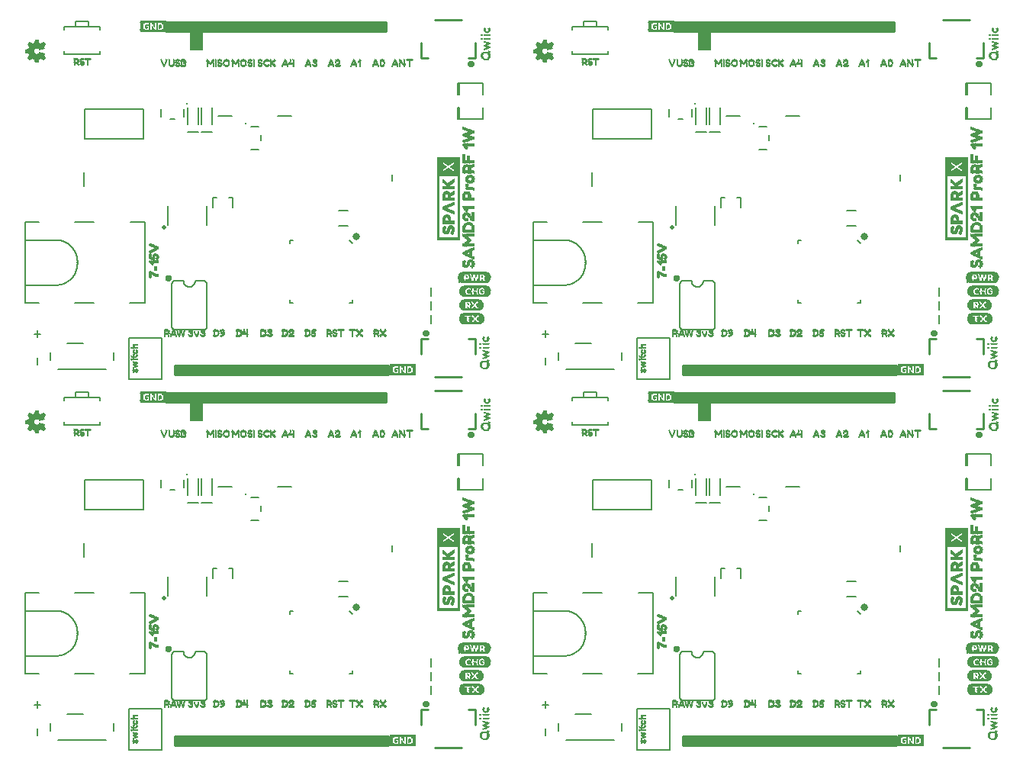
<source format=gto>
G75*
%MOIN*%
%OFA0B0*%
%FSLAX25Y25*%
%IPPOS*%
%LPD*%
%AMOC8*
5,1,8,0,0,1.08239X$1,22.5*
%
%ADD10C,0.01000*%
%ADD11C,0.00800*%
%ADD12C,0.00600*%
%ADD13C,0.00500*%
%ADD14C,0.01000*%
%ADD15R,0.00118X0.00118*%
%ADD16R,0.00236X0.00118*%
%ADD17R,0.00591X0.00157*%
%ADD18R,0.00709X0.00157*%
%ADD19R,0.00709X0.00118*%
%ADD20R,0.00827X0.00118*%
%ADD21R,0.00945X0.00118*%
%ADD22R,0.01063X0.00157*%
%ADD23R,0.00827X0.00157*%
%ADD24R,0.01181X0.00118*%
%ADD25R,0.01299X0.00118*%
%ADD26R,0.01417X0.00118*%
%ADD27R,0.01535X0.00157*%
%ADD28R,0.01654X0.00118*%
%ADD29R,0.01772X0.00118*%
%ADD30R,0.00945X0.00157*%
%ADD31R,0.02362X0.00157*%
%ADD32R,0.02362X0.00118*%
%ADD33R,0.02480X0.00157*%
%ADD34R,0.02598X0.00118*%
%ADD35R,0.02717X0.00118*%
%ADD36R,0.02008X0.00118*%
%ADD37R,0.02835X0.00118*%
%ADD38R,0.02953X0.00157*%
%ADD39R,0.00472X0.00118*%
%ADD40R,0.00591X0.00118*%
%ADD41R,0.01299X0.00157*%
%ADD42R,0.02008X0.00157*%
%ADD43R,0.02244X0.00118*%
%ADD44R,0.00472X0.00157*%
%ADD45R,0.02480X0.00118*%
%ADD46R,0.02244X0.00157*%
%ADD47R,0.01890X0.00118*%
%ADD48R,0.01654X0.00157*%
%ADD49R,0.01181X0.00157*%
%ADD50R,0.01535X0.00118*%
%ADD51R,0.02126X0.00157*%
%ADD52R,0.02126X0.00118*%
%ADD53R,0.01417X0.00157*%
%ADD54R,0.01063X0.00118*%
%ADD55R,0.00354X0.00118*%
%ADD56R,0.03425X0.00118*%
%ADD57R,0.01772X0.00157*%
%ADD58R,0.02598X0.00157*%
%ADD59R,0.01890X0.00157*%
%ADD60R,0.03071X0.00118*%
%ADD61R,0.02953X0.00118*%
%ADD62R,0.02835X0.00157*%
%ADD63R,0.11457X0.00118*%
%ADD64R,0.11457X0.00079*%
%ADD65R,0.11457X0.00157*%
%ADD66R,0.08268X0.00118*%
%ADD67R,0.00354X0.00157*%
%ADD68R,0.00118X0.00157*%
%ADD69R,0.00236X0.00157*%
%ADD70R,0.10748X0.00118*%
%ADD71R,0.11929X0.00079*%
%ADD72R,0.12402X0.00157*%
%ADD73R,0.12638X0.00118*%
%ADD74R,0.12874X0.00118*%
%ADD75R,0.13110X0.00079*%
%ADD76R,0.04961X0.00118*%
%ADD77R,0.05079X0.00118*%
%ADD78R,0.13110X0.00118*%
%ADD79R,0.12402X0.00118*%
%ADD80R,0.11929X0.00118*%
%ADD81R,0.07441X0.00118*%
%ADD82R,0.08150X0.00118*%
%ADD83R,0.08622X0.00079*%
%ADD84R,0.09094X0.00157*%
%ADD85R,0.09331X0.00118*%
%ADD86R,0.09567X0.00118*%
%ADD87R,0.09803X0.00079*%
%ADD88R,0.05315X0.00118*%
%ADD89R,0.03543X0.00118*%
%ADD90R,0.03543X0.00157*%
%ADD91R,0.03189X0.00118*%
%ADD92R,0.03307X0.00118*%
%ADD93R,0.03425X0.00157*%
%ADD94R,0.03071X0.00157*%
%ADD95R,0.03189X0.00157*%
%ADD96R,0.09803X0.00118*%
%ADD97R,0.09094X0.00118*%
%ADD98R,0.08622X0.00118*%
%ADD99R,0.06969X0.00118*%
%ADD100R,0.07677X0.00118*%
%ADD101R,0.08150X0.00079*%
%ADD102R,0.08622X0.00157*%
%ADD103R,0.08858X0.00118*%
%ADD104R,0.09331X0.00079*%
%ADD105R,0.04843X0.00118*%
%ADD106R,0.10039X0.00118*%
%ADD107R,0.11220X0.00079*%
%ADD108R,0.11693X0.00157*%
%ADD109R,0.12165X0.00118*%
%ADD110R,0.12402X0.00079*%
%ADD111R,0.02717X0.00157*%
%ADD112R,0.04252X0.00118*%
%ADD113R,0.04370X0.00157*%
%ADD114R,0.04488X0.00118*%
%ADD115R,0.11693X0.00118*%
%ADD116R,0.11220X0.00118*%
%ADD117C,0.00010*%
%ADD118C,0.03247*%
%ADD119R,0.03307X0.00157*%
%ADD120C,0.00039*%
%ADD121C,0.00299*%
%ADD122C,0.02000*%
%ADD123C,0.01575*%
%ADD124R,0.00197X0.01378*%
%ADD125R,0.00197X0.00197*%
%ADD126R,0.00197X0.00394*%
%ADD127R,0.00197X0.01575*%
%ADD128R,0.00197X0.01181*%
%ADD129R,0.00197X0.01772*%
%ADD130R,0.00197X0.01969*%
%ADD131R,0.00197X0.03150*%
%ADD132R,0.00197X0.02362*%
%ADD133R,0.00197X0.00984*%
%ADD134R,0.00197X0.02756*%
%ADD135R,0.00197X0.02165*%
%ADD136R,0.00197X0.02953*%
%ADD137R,0.00197X0.03937*%
%ADD138R,0.00197X0.03346*%
%ADD139R,0.00197X0.02559*%
%ADD140R,0.00197X0.04134*%
%ADD141R,0.00197X0.03740*%
%ADD142R,0.00197X0.03543*%
%ADD143R,0.00197X0.00591*%
%ADD144R,0.00197X0.05512*%
%ADD145R,0.00236X0.02559*%
%ADD146R,0.00236X0.01575*%
%ADD147R,0.00236X0.01378*%
%ADD148R,0.00236X0.01181*%
%ADD149R,0.00236X0.01969*%
%ADD150R,0.00236X0.02165*%
%ADD151R,0.00236X0.03740*%
%ADD152R,0.00236X0.03346*%
%ADD153R,0.00236X0.02362*%
%ADD154R,0.00197X0.04528*%
%ADD155R,0.00197X0.00787*%
%ADD156R,0.00236X0.04528*%
%ADD157R,0.00236X0.04331*%
%ADD158R,0.00236X0.01772*%
%ADD159R,0.00197X0.04921*%
%ADD160R,0.00236X0.03150*%
%ADD161R,0.00236X0.03937*%
%ADD162R,0.00079X0.00591*%
%ADD163R,0.00118X0.00827*%
%ADD164R,0.00157X0.00827*%
%ADD165R,0.00157X0.00236*%
%ADD166R,0.00118X0.00709*%
%ADD167R,0.00157X0.00354*%
%ADD168R,0.00118X0.01181*%
%ADD169R,0.00118X0.00472*%
%ADD170R,0.00118X0.00591*%
%ADD171R,0.00118X0.01654*%
%ADD172R,0.00118X0.00945*%
%ADD173R,0.00157X0.01535*%
%ADD174R,0.00157X0.00709*%
%ADD175R,0.00157X0.01772*%
%ADD176R,0.00157X0.01417*%
%ADD177R,0.00157X0.01890*%
%ADD178R,0.00118X0.02480*%
%ADD179R,0.00118X0.01890*%
%ADD180R,0.00118X0.02008*%
%ADD181R,0.00118X0.01772*%
%ADD182R,0.00118X0.02126*%
%ADD183R,0.00157X0.01063*%
%ADD184R,0.00157X0.01654*%
%ADD185R,0.00157X0.02244*%
%ADD186R,0.00118X0.01063*%
%ADD187R,0.00118X0.00236*%
%ADD188R,0.00118X0.02244*%
%ADD189R,0.00118X0.01417*%
%ADD190R,0.00118X0.02835*%
%ADD191R,0.00118X0.01535*%
%ADD192R,0.00118X0.02717*%
%ADD193R,0.00157X0.02717*%
%ADD194R,0.00118X0.02598*%
%ADD195R,0.00118X0.01299*%
%ADD196R,0.00157X0.00591*%
%ADD197R,0.00157X0.01181*%
%ADD198R,0.00157X0.00945*%
%ADD199R,0.00118X0.00354*%
%ADD200R,0.00157X0.00630*%
%ADD201R,0.00157X0.00787*%
%ADD202R,0.00157X0.02047*%
%ADD203R,0.00157X0.02362*%
%ADD204R,0.00157X0.02677*%
%ADD205R,0.00157X0.00472*%
%ADD206R,0.00157X0.02992*%
%ADD207R,0.00157X0.01260*%
%ADD208R,0.00157X0.00315*%
%ADD209R,0.00157X0.00157*%
%ADD210R,0.00157X0.01732*%
%ADD211R,0.00157X0.02205*%
%ADD212R,0.00157X0.01102*%
%ADD213R,0.00157X0.03307*%
%ADD214R,0.00157X0.03150*%
%ADD215R,0.00157X0.03780*%
%ADD216R,0.00157X0.03622*%
%ADD217R,0.00157X0.03465*%
%ADD218R,0.00157X0.02835*%
%ADD219R,0.00157X0.02520*%
%ADD220R,0.00157X0.01575*%
D10*
X0109250Y0031500D02*
X0109250Y0035500D01*
X0202650Y0035500D01*
X0202650Y0031500D01*
X0109250Y0031500D01*
X0109250Y0032494D02*
X0202650Y0032494D01*
X0202650Y0033493D02*
X0109250Y0033493D01*
X0109250Y0034491D02*
X0202650Y0034491D01*
X0202650Y0035490D02*
X0109250Y0035490D01*
X0216939Y0040626D02*
X0216939Y0047122D01*
X0219892Y0047122D01*
X0237608Y0047122D02*
X0240561Y0047122D01*
X0240561Y0040626D01*
X0234656Y0030390D02*
X0222844Y0030390D01*
X0331250Y0031500D02*
X0331250Y0035500D01*
X0424650Y0035500D01*
X0424650Y0031500D01*
X0331250Y0031500D01*
X0331250Y0032494D02*
X0424650Y0032494D01*
X0424650Y0033493D02*
X0331250Y0033493D01*
X0331250Y0034491D02*
X0424650Y0034491D01*
X0424650Y0035490D02*
X0331250Y0035490D01*
X0438939Y0040626D02*
X0438939Y0047122D01*
X0441892Y0047122D01*
X0459608Y0047122D02*
X0462561Y0047122D01*
X0462561Y0040626D01*
X0456656Y0030390D02*
X0444844Y0030390D01*
X0441892Y0169878D02*
X0438939Y0169878D01*
X0438939Y0176374D01*
X0444844Y0186610D02*
X0456656Y0186610D01*
X0456656Y0192390D02*
X0444844Y0192390D01*
X0438939Y0202626D02*
X0438939Y0209122D01*
X0441892Y0209122D01*
X0459608Y0209122D02*
X0462561Y0209122D01*
X0462561Y0202626D01*
X0462561Y0176374D02*
X0462561Y0169878D01*
X0459608Y0169878D01*
X0423750Y0181500D02*
X0327250Y0181500D01*
X0327250Y0185500D01*
X0423750Y0185500D01*
X0423750Y0181500D01*
X0423750Y0182271D02*
X0327250Y0182271D01*
X0327250Y0183269D02*
X0423750Y0183269D01*
X0423750Y0184268D02*
X0327250Y0184268D01*
X0327250Y0185266D02*
X0423750Y0185266D01*
X0424650Y0193500D02*
X0331250Y0193500D01*
X0331250Y0197500D01*
X0424650Y0197500D01*
X0424650Y0193500D01*
X0424650Y0194253D02*
X0331250Y0194253D01*
X0331250Y0195251D02*
X0424650Y0195251D01*
X0424650Y0196250D02*
X0331250Y0196250D01*
X0331250Y0197248D02*
X0424650Y0197248D01*
X0240561Y0202626D02*
X0240561Y0209122D01*
X0237608Y0209122D01*
X0219892Y0209122D02*
X0216939Y0209122D01*
X0216939Y0202626D01*
X0222844Y0192390D02*
X0234656Y0192390D01*
X0234656Y0186610D02*
X0222844Y0186610D01*
X0216939Y0176374D02*
X0216939Y0169878D01*
X0219892Y0169878D01*
X0237608Y0169878D02*
X0240561Y0169878D01*
X0240561Y0176374D01*
X0201750Y0181500D02*
X0105250Y0181500D01*
X0105250Y0185500D01*
X0201750Y0185500D01*
X0201750Y0181500D01*
X0201750Y0182271D02*
X0105250Y0182271D01*
X0105250Y0183269D02*
X0201750Y0183269D01*
X0201750Y0184268D02*
X0105250Y0184268D01*
X0105250Y0185266D02*
X0201750Y0185266D01*
X0202650Y0193500D02*
X0109250Y0193500D01*
X0109250Y0197500D01*
X0202650Y0197500D01*
X0202650Y0193500D01*
X0202650Y0194253D02*
X0109250Y0194253D01*
X0109250Y0195251D02*
X0202650Y0195251D01*
X0202650Y0196250D02*
X0109250Y0196250D01*
X0109250Y0197248D02*
X0202650Y0197248D01*
X0216939Y0331878D02*
X0216939Y0338374D01*
X0216939Y0331878D02*
X0219892Y0331878D01*
X0237608Y0331878D02*
X0240561Y0331878D01*
X0240561Y0338374D01*
X0234656Y0348610D02*
X0222844Y0348610D01*
X0201750Y0347500D02*
X0201750Y0343500D01*
X0105250Y0343500D01*
X0105250Y0347500D01*
X0201750Y0347500D01*
X0201750Y0347025D02*
X0105250Y0347025D01*
X0105250Y0346027D02*
X0201750Y0346027D01*
X0201750Y0345028D02*
X0105250Y0345028D01*
X0105250Y0344030D02*
X0201750Y0344030D01*
X0327250Y0344030D02*
X0423750Y0344030D01*
X0423750Y0343500D02*
X0327250Y0343500D01*
X0327250Y0347500D01*
X0423750Y0347500D01*
X0423750Y0343500D01*
X0423750Y0345028D02*
X0327250Y0345028D01*
X0327250Y0346027D02*
X0423750Y0346027D01*
X0423750Y0347025D02*
X0327250Y0347025D01*
X0438939Y0338374D02*
X0438939Y0331878D01*
X0441892Y0331878D01*
X0459608Y0331878D02*
X0462561Y0331878D01*
X0462561Y0338374D01*
X0456656Y0348610D02*
X0444844Y0348610D01*
D11*
X0049217Y0038700D02*
X0049217Y0035900D01*
X0055061Y0037919D02*
X0055061Y0041281D01*
X0062344Y0045218D02*
X0069250Y0045218D01*
X0082439Y0041281D02*
X0082439Y0037919D01*
X0079380Y0033982D02*
X0058120Y0033982D01*
X0049217Y0047900D02*
X0049217Y0050700D01*
X0050617Y0049300D02*
X0047817Y0049300D01*
X0049876Y0062783D02*
X0043970Y0062783D01*
X0043970Y0070657D01*
X0057750Y0070657D01*
X0065624Y0062783D02*
X0073892Y0062783D01*
X0089640Y0062783D02*
X0096333Y0062783D01*
X0096333Y0098217D01*
X0090033Y0098217D01*
X0073892Y0098217D02*
X0065624Y0098217D01*
X0057750Y0090343D02*
X0043970Y0090343D01*
X0043970Y0070657D01*
X0057750Y0070657D02*
X0057978Y0070670D01*
X0058205Y0070689D01*
X0058432Y0070713D01*
X0058658Y0070742D01*
X0058883Y0070777D01*
X0059107Y0070817D01*
X0059330Y0070863D01*
X0059553Y0070914D01*
X0059773Y0070970D01*
X0059993Y0071032D01*
X0060211Y0071099D01*
X0060427Y0071171D01*
X0060641Y0071249D01*
X0060853Y0071331D01*
X0061064Y0071419D01*
X0061272Y0071512D01*
X0061478Y0071610D01*
X0061681Y0071712D01*
X0061882Y0071820D01*
X0062080Y0071932D01*
X0062276Y0072050D01*
X0062468Y0072171D01*
X0062658Y0072298D01*
X0062845Y0072429D01*
X0063028Y0072564D01*
X0063208Y0072704D01*
X0063384Y0072849D01*
X0063557Y0072997D01*
X0063726Y0073150D01*
X0063892Y0073306D01*
X0064054Y0073467D01*
X0064212Y0073631D01*
X0064365Y0073799D01*
X0064515Y0073971D01*
X0064661Y0074147D01*
X0064802Y0074326D01*
X0064939Y0074508D01*
X0065071Y0074693D01*
X0065199Y0074882D01*
X0065322Y0075074D01*
X0065441Y0075268D01*
X0065555Y0075466D01*
X0065664Y0075666D01*
X0065768Y0075868D01*
X0065867Y0076074D01*
X0065961Y0076281D01*
X0066051Y0076491D01*
X0066135Y0076703D01*
X0066214Y0076916D01*
X0066288Y0077132D01*
X0066356Y0077349D01*
X0066420Y0077568D01*
X0066478Y0077789D01*
X0066530Y0078010D01*
X0066578Y0078233D01*
X0066620Y0078457D01*
X0066656Y0078682D01*
X0066687Y0078908D01*
X0066713Y0079135D01*
X0066733Y0079362D01*
X0066747Y0079589D01*
X0066756Y0079817D01*
X0066760Y0080045D01*
X0066758Y0080272D01*
X0066751Y0080500D01*
X0066758Y0080728D01*
X0066760Y0080955D01*
X0066756Y0081183D01*
X0066747Y0081411D01*
X0066733Y0081638D01*
X0066713Y0081865D01*
X0066687Y0082092D01*
X0066656Y0082318D01*
X0066620Y0082543D01*
X0066578Y0082767D01*
X0066530Y0082990D01*
X0066478Y0083211D01*
X0066420Y0083432D01*
X0066356Y0083651D01*
X0066288Y0083868D01*
X0066214Y0084084D01*
X0066135Y0084297D01*
X0066051Y0084509D01*
X0065961Y0084719D01*
X0065867Y0084926D01*
X0065768Y0085132D01*
X0065664Y0085334D01*
X0065555Y0085534D01*
X0065441Y0085732D01*
X0065322Y0085926D01*
X0065199Y0086118D01*
X0065071Y0086307D01*
X0064939Y0086492D01*
X0064802Y0086674D01*
X0064661Y0086853D01*
X0064515Y0087029D01*
X0064365Y0087201D01*
X0064212Y0087369D01*
X0064054Y0087533D01*
X0063892Y0087694D01*
X0063726Y0087850D01*
X0063557Y0088003D01*
X0063384Y0088151D01*
X0063208Y0088296D01*
X0063028Y0088436D01*
X0062845Y0088571D01*
X0062658Y0088702D01*
X0062468Y0088829D01*
X0062276Y0088950D01*
X0062080Y0089068D01*
X0061882Y0089180D01*
X0061681Y0089288D01*
X0061478Y0089390D01*
X0061272Y0089488D01*
X0061064Y0089581D01*
X0060853Y0089669D01*
X0060641Y0089751D01*
X0060427Y0089829D01*
X0060211Y0089901D01*
X0059993Y0089968D01*
X0059773Y0090030D01*
X0059553Y0090086D01*
X0059330Y0090137D01*
X0059107Y0090183D01*
X0058883Y0090223D01*
X0058658Y0090258D01*
X0058432Y0090287D01*
X0058205Y0090311D01*
X0057978Y0090330D01*
X0057750Y0090343D01*
X0049876Y0098217D02*
X0043970Y0098217D01*
X0043970Y0090343D01*
X0069750Y0114000D02*
X0069750Y0120000D01*
X0069850Y0134500D02*
X0069850Y0147500D01*
X0095650Y0147500D01*
X0095650Y0134500D01*
X0069850Y0134500D01*
X0103250Y0144309D02*
X0103250Y0147691D01*
X0107193Y0143209D02*
X0109307Y0143209D01*
X0113250Y0144309D02*
X0113250Y0147691D01*
X0114789Y0148043D02*
X0114789Y0140957D01*
X0114789Y0137531D02*
X0119711Y0137531D01*
X0120789Y0137531D02*
X0125711Y0137531D01*
X0125711Y0140957D02*
X0125711Y0148043D01*
X0128250Y0144500D02*
X0134250Y0144500D01*
X0142559Y0140000D02*
X0145941Y0140000D01*
X0147041Y0136057D02*
X0147041Y0133943D01*
X0145941Y0130000D02*
X0142559Y0130000D01*
X0154250Y0144500D02*
X0160250Y0144500D01*
X0120789Y0140957D02*
X0120789Y0148043D01*
X0119711Y0148043D02*
X0119711Y0140957D01*
X0076624Y0171594D02*
X0060876Y0171594D01*
X0060876Y0172776D01*
X0060876Y0182224D02*
X0060876Y0183406D01*
X0065994Y0183406D01*
X0065994Y0185768D01*
X0071506Y0185768D01*
X0071506Y0183406D01*
X0065994Y0183406D01*
X0071506Y0183406D02*
X0076624Y0183406D01*
X0076624Y0182224D01*
X0076624Y0172776D02*
X0076624Y0171594D01*
X0079380Y0195982D02*
X0058120Y0195982D01*
X0055061Y0199919D02*
X0055061Y0203281D01*
X0049217Y0200700D02*
X0049217Y0197900D01*
X0062344Y0207218D02*
X0069250Y0207218D01*
X0082439Y0203281D02*
X0082439Y0199919D01*
X0108087Y0214306D02*
X0108087Y0233100D01*
X0108088Y0233100D02*
X0108079Y0233170D01*
X0108074Y0233242D01*
X0108073Y0233313D01*
X0108076Y0233384D01*
X0108083Y0233455D01*
X0108093Y0233526D01*
X0108107Y0233596D01*
X0108125Y0233665D01*
X0108147Y0233733D01*
X0108173Y0233800D01*
X0108202Y0233865D01*
X0108234Y0233928D01*
X0108270Y0233990D01*
X0108309Y0234050D01*
X0108352Y0234107D01*
X0108397Y0234162D01*
X0108445Y0234215D01*
X0108497Y0234265D01*
X0108550Y0234312D01*
X0108606Y0234356D01*
X0108665Y0234396D01*
X0108726Y0234434D01*
X0108788Y0234468D01*
X0108852Y0234499D01*
X0108918Y0234527D01*
X0108986Y0234550D01*
X0109054Y0234570D01*
X0109124Y0234587D01*
X0109194Y0234599D01*
X0109194Y0234600D02*
X0113150Y0234600D01*
X0113150Y0234400D02*
X0113152Y0234302D01*
X0113158Y0234204D01*
X0113167Y0234106D01*
X0113181Y0234009D01*
X0113198Y0233912D01*
X0113219Y0233816D01*
X0113244Y0233721D01*
X0113272Y0233627D01*
X0113305Y0233535D01*
X0113340Y0233443D01*
X0113380Y0233353D01*
X0113422Y0233265D01*
X0113469Y0233178D01*
X0113518Y0233094D01*
X0113571Y0233011D01*
X0113627Y0232931D01*
X0113687Y0232852D01*
X0113749Y0232776D01*
X0113814Y0232703D01*
X0113882Y0232632D01*
X0113953Y0232564D01*
X0114026Y0232499D01*
X0114102Y0232437D01*
X0114181Y0232377D01*
X0114261Y0232321D01*
X0114344Y0232268D01*
X0114428Y0232219D01*
X0114515Y0232172D01*
X0114603Y0232130D01*
X0114693Y0232090D01*
X0114785Y0232055D01*
X0114877Y0232022D01*
X0114971Y0231994D01*
X0115066Y0231969D01*
X0115162Y0231948D01*
X0115259Y0231931D01*
X0115356Y0231917D01*
X0115454Y0231908D01*
X0115552Y0231902D01*
X0115650Y0231900D01*
X0115748Y0231902D01*
X0115846Y0231908D01*
X0115944Y0231917D01*
X0116041Y0231931D01*
X0116138Y0231948D01*
X0116234Y0231969D01*
X0116329Y0231994D01*
X0116423Y0232022D01*
X0116515Y0232055D01*
X0116607Y0232090D01*
X0116697Y0232130D01*
X0116785Y0232172D01*
X0116872Y0232219D01*
X0116956Y0232268D01*
X0117039Y0232321D01*
X0117119Y0232377D01*
X0117198Y0232437D01*
X0117274Y0232499D01*
X0117347Y0232564D01*
X0117418Y0232632D01*
X0117486Y0232703D01*
X0117551Y0232776D01*
X0117613Y0232852D01*
X0117673Y0232931D01*
X0117729Y0233011D01*
X0117782Y0233094D01*
X0117831Y0233178D01*
X0117878Y0233265D01*
X0117920Y0233353D01*
X0117960Y0233443D01*
X0117995Y0233535D01*
X0118028Y0233627D01*
X0118056Y0233721D01*
X0118081Y0233816D01*
X0118102Y0233912D01*
X0118119Y0234009D01*
X0118133Y0234106D01*
X0118142Y0234204D01*
X0118148Y0234302D01*
X0118150Y0234400D01*
X0118150Y0234600D02*
X0121469Y0234600D01*
X0121519Y0234601D02*
X0121600Y0234608D01*
X0121681Y0234612D01*
X0121762Y0234611D01*
X0121844Y0234607D01*
X0121924Y0234599D01*
X0122005Y0234587D01*
X0122085Y0234572D01*
X0122164Y0234552D01*
X0122242Y0234529D01*
X0122318Y0234502D01*
X0122394Y0234472D01*
X0122468Y0234438D01*
X0122540Y0234400D01*
X0122610Y0234359D01*
X0122678Y0234315D01*
X0122744Y0234268D01*
X0122808Y0234217D01*
X0122869Y0234164D01*
X0122928Y0234107D01*
X0122984Y0234048D01*
X0123037Y0233987D01*
X0123087Y0233923D01*
X0123134Y0233856D01*
X0123178Y0233788D01*
X0123218Y0233717D01*
X0123255Y0233645D01*
X0123289Y0233571D01*
X0123318Y0233495D01*
X0123345Y0233418D01*
X0123367Y0233340D01*
X0123386Y0233261D01*
X0123401Y0233181D01*
X0123413Y0233100D01*
X0123413Y0214700D01*
X0123411Y0214624D01*
X0123405Y0214549D01*
X0123396Y0214473D01*
X0123382Y0214398D01*
X0123365Y0214324D01*
X0123344Y0214251D01*
X0123320Y0214179D01*
X0123292Y0214109D01*
X0123260Y0214040D01*
X0123225Y0213972D01*
X0123186Y0213907D01*
X0123144Y0213843D01*
X0123099Y0213782D01*
X0123051Y0213723D01*
X0123000Y0213667D01*
X0122946Y0213613D01*
X0122890Y0213562D01*
X0122831Y0213514D01*
X0122770Y0213469D01*
X0122706Y0213427D01*
X0122641Y0213388D01*
X0122573Y0213353D01*
X0122504Y0213321D01*
X0122434Y0213293D01*
X0122362Y0213269D01*
X0122289Y0213248D01*
X0122215Y0213231D01*
X0122140Y0213217D01*
X0122064Y0213208D01*
X0121989Y0213202D01*
X0121913Y0213200D01*
X0109587Y0213200D01*
X0109588Y0213200D02*
X0109517Y0213191D01*
X0109446Y0213186D01*
X0109374Y0213185D01*
X0109303Y0213188D01*
X0109232Y0213195D01*
X0109161Y0213205D01*
X0109092Y0213219D01*
X0109022Y0213238D01*
X0108954Y0213259D01*
X0108888Y0213285D01*
X0108823Y0213314D01*
X0108759Y0213346D01*
X0108697Y0213382D01*
X0108638Y0213421D01*
X0108580Y0213464D01*
X0108525Y0213509D01*
X0108473Y0213558D01*
X0108423Y0213609D01*
X0108376Y0213662D01*
X0108332Y0213719D01*
X0108291Y0213777D01*
X0108253Y0213838D01*
X0108219Y0213900D01*
X0108188Y0213965D01*
X0108161Y0214031D01*
X0108137Y0214098D01*
X0108117Y0214166D01*
X0108100Y0214236D01*
X0108088Y0214306D01*
X0096333Y0224783D02*
X0089640Y0224783D01*
X0096333Y0224783D02*
X0096333Y0260217D01*
X0090033Y0260217D01*
X0073892Y0260217D02*
X0065624Y0260217D01*
X0057750Y0252343D02*
X0043970Y0252343D01*
X0043970Y0232657D01*
X0057750Y0232657D01*
X0057978Y0232670D01*
X0058205Y0232689D01*
X0058432Y0232713D01*
X0058658Y0232742D01*
X0058883Y0232777D01*
X0059107Y0232817D01*
X0059330Y0232863D01*
X0059553Y0232914D01*
X0059773Y0232970D01*
X0059993Y0233032D01*
X0060211Y0233099D01*
X0060427Y0233171D01*
X0060641Y0233249D01*
X0060853Y0233331D01*
X0061064Y0233419D01*
X0061272Y0233512D01*
X0061478Y0233610D01*
X0061681Y0233712D01*
X0061882Y0233820D01*
X0062080Y0233932D01*
X0062276Y0234050D01*
X0062468Y0234171D01*
X0062658Y0234298D01*
X0062845Y0234429D01*
X0063028Y0234564D01*
X0063208Y0234704D01*
X0063384Y0234849D01*
X0063557Y0234997D01*
X0063726Y0235150D01*
X0063892Y0235306D01*
X0064054Y0235467D01*
X0064212Y0235631D01*
X0064365Y0235799D01*
X0064515Y0235971D01*
X0064661Y0236147D01*
X0064802Y0236326D01*
X0064939Y0236508D01*
X0065071Y0236693D01*
X0065199Y0236882D01*
X0065322Y0237074D01*
X0065441Y0237268D01*
X0065555Y0237466D01*
X0065664Y0237666D01*
X0065768Y0237868D01*
X0065867Y0238074D01*
X0065961Y0238281D01*
X0066051Y0238491D01*
X0066135Y0238703D01*
X0066214Y0238916D01*
X0066288Y0239132D01*
X0066356Y0239349D01*
X0066420Y0239568D01*
X0066478Y0239789D01*
X0066530Y0240010D01*
X0066578Y0240233D01*
X0066620Y0240457D01*
X0066656Y0240682D01*
X0066687Y0240908D01*
X0066713Y0241135D01*
X0066733Y0241362D01*
X0066747Y0241589D01*
X0066756Y0241817D01*
X0066760Y0242045D01*
X0066758Y0242272D01*
X0066751Y0242500D01*
X0066758Y0242728D01*
X0066760Y0242955D01*
X0066756Y0243183D01*
X0066747Y0243411D01*
X0066733Y0243638D01*
X0066713Y0243865D01*
X0066687Y0244092D01*
X0066656Y0244318D01*
X0066620Y0244543D01*
X0066578Y0244767D01*
X0066530Y0244990D01*
X0066478Y0245211D01*
X0066420Y0245432D01*
X0066356Y0245651D01*
X0066288Y0245868D01*
X0066214Y0246084D01*
X0066135Y0246297D01*
X0066051Y0246509D01*
X0065961Y0246719D01*
X0065867Y0246926D01*
X0065768Y0247132D01*
X0065664Y0247334D01*
X0065555Y0247534D01*
X0065441Y0247732D01*
X0065322Y0247926D01*
X0065199Y0248118D01*
X0065071Y0248307D01*
X0064939Y0248492D01*
X0064802Y0248674D01*
X0064661Y0248853D01*
X0064515Y0249029D01*
X0064365Y0249201D01*
X0064212Y0249369D01*
X0064054Y0249533D01*
X0063892Y0249694D01*
X0063726Y0249850D01*
X0063557Y0250003D01*
X0063384Y0250151D01*
X0063208Y0250296D01*
X0063028Y0250436D01*
X0062845Y0250571D01*
X0062658Y0250702D01*
X0062468Y0250829D01*
X0062276Y0250950D01*
X0062080Y0251068D01*
X0061882Y0251180D01*
X0061681Y0251288D01*
X0061478Y0251390D01*
X0061272Y0251488D01*
X0061064Y0251581D01*
X0060853Y0251669D01*
X0060641Y0251751D01*
X0060427Y0251829D01*
X0060211Y0251901D01*
X0059993Y0251968D01*
X0059773Y0252030D01*
X0059553Y0252086D01*
X0059330Y0252137D01*
X0059107Y0252183D01*
X0058883Y0252223D01*
X0058658Y0252258D01*
X0058432Y0252287D01*
X0058205Y0252311D01*
X0057978Y0252330D01*
X0057750Y0252343D01*
X0049876Y0260217D02*
X0043970Y0260217D01*
X0043970Y0252343D01*
X0043970Y0232657D02*
X0043970Y0224783D01*
X0049876Y0224783D01*
X0049217Y0212700D02*
X0049217Y0209900D01*
X0050617Y0211300D02*
X0047817Y0211300D01*
X0065624Y0224783D02*
X0073892Y0224783D01*
X0106285Y0258965D02*
X0106285Y0267035D01*
X0123215Y0267035D02*
X0123215Y0258965D01*
X0125919Y0266606D02*
X0125919Y0270756D01*
X0127600Y0270756D01*
X0132900Y0270756D02*
X0134581Y0270756D01*
X0134581Y0266606D01*
X0159470Y0252280D02*
X0161045Y0252280D01*
X0159470Y0252280D02*
X0159470Y0250705D01*
X0181031Y0258654D02*
X0184969Y0258654D01*
X0185455Y0252280D02*
X0187030Y0250705D01*
X0184969Y0265346D02*
X0181031Y0265346D01*
X0204150Y0278200D02*
X0204150Y0280900D01*
X0160250Y0306500D02*
X0154250Y0306500D01*
X0145941Y0302000D02*
X0142559Y0302000D01*
X0147041Y0298057D02*
X0147041Y0295943D01*
X0145941Y0292000D02*
X0142559Y0292000D01*
X0134250Y0306500D02*
X0128250Y0306500D01*
X0125711Y0302957D02*
X0125711Y0310043D01*
X0120789Y0310043D02*
X0120789Y0302957D01*
X0119711Y0302957D02*
X0119711Y0310043D01*
X0114789Y0310043D02*
X0114789Y0302957D01*
X0114789Y0299531D02*
X0119711Y0299531D01*
X0120789Y0299531D02*
X0125711Y0299531D01*
X0113250Y0306309D02*
X0113250Y0309691D01*
X0109307Y0305209D02*
X0107193Y0305209D01*
X0103250Y0306309D02*
X0103250Y0309691D01*
X0095650Y0309500D02*
X0069850Y0309500D01*
X0069850Y0296500D01*
X0095650Y0296500D01*
X0095650Y0309500D01*
X0076624Y0333594D02*
X0060876Y0333594D01*
X0060876Y0334776D01*
X0060876Y0344224D02*
X0060876Y0345406D01*
X0065994Y0345406D01*
X0065994Y0347768D01*
X0071506Y0347768D01*
X0071506Y0345406D01*
X0065994Y0345406D01*
X0071506Y0345406D02*
X0076624Y0345406D01*
X0076624Y0344224D01*
X0076624Y0334776D02*
X0076624Y0333594D01*
X0069750Y0282000D02*
X0069750Y0276000D01*
X0159470Y0226295D02*
X0159470Y0224720D01*
X0161045Y0224720D01*
X0185455Y0224720D02*
X0187030Y0224720D01*
X0187030Y0226295D01*
X0265970Y0224783D02*
X0271876Y0224783D01*
X0265970Y0224783D02*
X0265970Y0232657D01*
X0279750Y0232657D01*
X0279978Y0232670D01*
X0280205Y0232689D01*
X0280432Y0232713D01*
X0280658Y0232742D01*
X0280883Y0232777D01*
X0281107Y0232817D01*
X0281330Y0232863D01*
X0281553Y0232914D01*
X0281773Y0232970D01*
X0281993Y0233032D01*
X0282211Y0233099D01*
X0282427Y0233171D01*
X0282641Y0233249D01*
X0282853Y0233331D01*
X0283064Y0233419D01*
X0283272Y0233512D01*
X0283478Y0233610D01*
X0283681Y0233712D01*
X0283882Y0233820D01*
X0284080Y0233932D01*
X0284276Y0234050D01*
X0284468Y0234171D01*
X0284658Y0234298D01*
X0284845Y0234429D01*
X0285028Y0234564D01*
X0285208Y0234704D01*
X0285384Y0234849D01*
X0285557Y0234997D01*
X0285726Y0235150D01*
X0285892Y0235306D01*
X0286054Y0235467D01*
X0286212Y0235631D01*
X0286365Y0235799D01*
X0286515Y0235971D01*
X0286661Y0236147D01*
X0286802Y0236326D01*
X0286939Y0236508D01*
X0287071Y0236693D01*
X0287199Y0236882D01*
X0287322Y0237074D01*
X0287441Y0237268D01*
X0287555Y0237466D01*
X0287664Y0237666D01*
X0287768Y0237868D01*
X0287867Y0238074D01*
X0287961Y0238281D01*
X0288051Y0238491D01*
X0288135Y0238703D01*
X0288214Y0238916D01*
X0288288Y0239132D01*
X0288356Y0239349D01*
X0288420Y0239568D01*
X0288478Y0239789D01*
X0288530Y0240010D01*
X0288578Y0240233D01*
X0288620Y0240457D01*
X0288656Y0240682D01*
X0288687Y0240908D01*
X0288713Y0241135D01*
X0288733Y0241362D01*
X0288747Y0241589D01*
X0288756Y0241817D01*
X0288760Y0242045D01*
X0288758Y0242272D01*
X0288751Y0242500D01*
X0288758Y0242728D01*
X0288760Y0242955D01*
X0288756Y0243183D01*
X0288747Y0243411D01*
X0288733Y0243638D01*
X0288713Y0243865D01*
X0288687Y0244092D01*
X0288656Y0244318D01*
X0288620Y0244543D01*
X0288578Y0244767D01*
X0288530Y0244990D01*
X0288478Y0245211D01*
X0288420Y0245432D01*
X0288356Y0245651D01*
X0288288Y0245868D01*
X0288214Y0246084D01*
X0288135Y0246297D01*
X0288051Y0246509D01*
X0287961Y0246719D01*
X0287867Y0246926D01*
X0287768Y0247132D01*
X0287664Y0247334D01*
X0287555Y0247534D01*
X0287441Y0247732D01*
X0287322Y0247926D01*
X0287199Y0248118D01*
X0287071Y0248307D01*
X0286939Y0248492D01*
X0286802Y0248674D01*
X0286661Y0248853D01*
X0286515Y0249029D01*
X0286365Y0249201D01*
X0286212Y0249369D01*
X0286054Y0249533D01*
X0285892Y0249694D01*
X0285726Y0249850D01*
X0285557Y0250003D01*
X0285384Y0250151D01*
X0285208Y0250296D01*
X0285028Y0250436D01*
X0284845Y0250571D01*
X0284658Y0250702D01*
X0284468Y0250829D01*
X0284276Y0250950D01*
X0284080Y0251068D01*
X0283882Y0251180D01*
X0283681Y0251288D01*
X0283478Y0251390D01*
X0283272Y0251488D01*
X0283064Y0251581D01*
X0282853Y0251669D01*
X0282641Y0251751D01*
X0282427Y0251829D01*
X0282211Y0251901D01*
X0281993Y0251968D01*
X0281773Y0252030D01*
X0281553Y0252086D01*
X0281330Y0252137D01*
X0281107Y0252183D01*
X0280883Y0252223D01*
X0280658Y0252258D01*
X0280432Y0252287D01*
X0280205Y0252311D01*
X0279978Y0252330D01*
X0279750Y0252343D01*
X0265970Y0252343D01*
X0265970Y0232657D01*
X0287624Y0224783D02*
X0295892Y0224783D01*
X0311640Y0224783D02*
X0318333Y0224783D01*
X0318333Y0260217D01*
X0312033Y0260217D01*
X0295892Y0260217D02*
X0287624Y0260217D01*
X0271876Y0260217D02*
X0265970Y0260217D01*
X0265970Y0252343D01*
X0291750Y0276000D02*
X0291750Y0282000D01*
X0291850Y0296500D02*
X0291850Y0309500D01*
X0317650Y0309500D01*
X0317650Y0296500D01*
X0291850Y0296500D01*
X0325250Y0306309D02*
X0325250Y0309691D01*
X0329193Y0305209D02*
X0331307Y0305209D01*
X0335250Y0306309D02*
X0335250Y0309691D01*
X0336789Y0310043D02*
X0336789Y0302957D01*
X0336789Y0299531D02*
X0341711Y0299531D01*
X0342789Y0299531D02*
X0347711Y0299531D01*
X0347711Y0302957D02*
X0347711Y0310043D01*
X0350250Y0306500D02*
X0356250Y0306500D01*
X0364559Y0302000D02*
X0367941Y0302000D01*
X0369041Y0298057D02*
X0369041Y0295943D01*
X0367941Y0292000D02*
X0364559Y0292000D01*
X0376250Y0306500D02*
X0382250Y0306500D01*
X0342789Y0302957D02*
X0342789Y0310043D01*
X0341711Y0310043D02*
X0341711Y0302957D01*
X0347919Y0270756D02*
X0347919Y0266606D01*
X0345215Y0267035D02*
X0345215Y0258965D01*
X0356581Y0266606D02*
X0356581Y0270756D01*
X0354900Y0270756D01*
X0349600Y0270756D02*
X0347919Y0270756D01*
X0328285Y0267035D02*
X0328285Y0258965D01*
X0331194Y0234600D02*
X0335150Y0234600D01*
X0335150Y0234400D02*
X0335152Y0234302D01*
X0335158Y0234204D01*
X0335167Y0234106D01*
X0335181Y0234009D01*
X0335198Y0233912D01*
X0335219Y0233816D01*
X0335244Y0233721D01*
X0335272Y0233627D01*
X0335305Y0233535D01*
X0335340Y0233443D01*
X0335380Y0233353D01*
X0335422Y0233265D01*
X0335469Y0233178D01*
X0335518Y0233094D01*
X0335571Y0233011D01*
X0335627Y0232931D01*
X0335687Y0232852D01*
X0335749Y0232776D01*
X0335814Y0232703D01*
X0335882Y0232632D01*
X0335953Y0232564D01*
X0336026Y0232499D01*
X0336102Y0232437D01*
X0336181Y0232377D01*
X0336261Y0232321D01*
X0336344Y0232268D01*
X0336428Y0232219D01*
X0336515Y0232172D01*
X0336603Y0232130D01*
X0336693Y0232090D01*
X0336785Y0232055D01*
X0336877Y0232022D01*
X0336971Y0231994D01*
X0337066Y0231969D01*
X0337162Y0231948D01*
X0337259Y0231931D01*
X0337356Y0231917D01*
X0337454Y0231908D01*
X0337552Y0231902D01*
X0337650Y0231900D01*
X0337748Y0231902D01*
X0337846Y0231908D01*
X0337944Y0231917D01*
X0338041Y0231931D01*
X0338138Y0231948D01*
X0338234Y0231969D01*
X0338329Y0231994D01*
X0338423Y0232022D01*
X0338515Y0232055D01*
X0338607Y0232090D01*
X0338697Y0232130D01*
X0338785Y0232172D01*
X0338872Y0232219D01*
X0338956Y0232268D01*
X0339039Y0232321D01*
X0339119Y0232377D01*
X0339198Y0232437D01*
X0339274Y0232499D01*
X0339347Y0232564D01*
X0339418Y0232632D01*
X0339486Y0232703D01*
X0339551Y0232776D01*
X0339613Y0232852D01*
X0339673Y0232931D01*
X0339729Y0233011D01*
X0339782Y0233094D01*
X0339831Y0233178D01*
X0339878Y0233265D01*
X0339920Y0233353D01*
X0339960Y0233443D01*
X0339995Y0233535D01*
X0340028Y0233627D01*
X0340056Y0233721D01*
X0340081Y0233816D01*
X0340102Y0233912D01*
X0340119Y0234009D01*
X0340133Y0234106D01*
X0340142Y0234204D01*
X0340148Y0234302D01*
X0340150Y0234400D01*
X0340150Y0234600D02*
X0343469Y0234600D01*
X0343519Y0234601D02*
X0343600Y0234608D01*
X0343681Y0234612D01*
X0343762Y0234611D01*
X0343844Y0234607D01*
X0343924Y0234599D01*
X0344005Y0234587D01*
X0344085Y0234572D01*
X0344164Y0234552D01*
X0344242Y0234529D01*
X0344318Y0234502D01*
X0344394Y0234472D01*
X0344468Y0234438D01*
X0344540Y0234400D01*
X0344610Y0234359D01*
X0344678Y0234315D01*
X0344744Y0234268D01*
X0344808Y0234217D01*
X0344869Y0234164D01*
X0344928Y0234107D01*
X0344984Y0234048D01*
X0345037Y0233987D01*
X0345087Y0233923D01*
X0345134Y0233856D01*
X0345178Y0233788D01*
X0345218Y0233717D01*
X0345255Y0233645D01*
X0345289Y0233571D01*
X0345318Y0233495D01*
X0345345Y0233418D01*
X0345367Y0233340D01*
X0345386Y0233261D01*
X0345401Y0233181D01*
X0345413Y0233100D01*
X0345413Y0214700D01*
X0345411Y0214624D01*
X0345405Y0214549D01*
X0345396Y0214473D01*
X0345382Y0214398D01*
X0345365Y0214324D01*
X0345344Y0214251D01*
X0345320Y0214179D01*
X0345292Y0214109D01*
X0345260Y0214040D01*
X0345225Y0213972D01*
X0345186Y0213907D01*
X0345144Y0213843D01*
X0345099Y0213782D01*
X0345051Y0213723D01*
X0345000Y0213667D01*
X0344946Y0213613D01*
X0344890Y0213562D01*
X0344831Y0213514D01*
X0344770Y0213469D01*
X0344706Y0213427D01*
X0344641Y0213388D01*
X0344573Y0213353D01*
X0344504Y0213321D01*
X0344434Y0213293D01*
X0344362Y0213269D01*
X0344289Y0213248D01*
X0344215Y0213231D01*
X0344140Y0213217D01*
X0344064Y0213208D01*
X0343989Y0213202D01*
X0343913Y0213200D01*
X0331587Y0213200D01*
X0331588Y0213200D02*
X0331517Y0213191D01*
X0331446Y0213186D01*
X0331374Y0213185D01*
X0331303Y0213188D01*
X0331232Y0213195D01*
X0331161Y0213205D01*
X0331092Y0213219D01*
X0331022Y0213238D01*
X0330954Y0213259D01*
X0330888Y0213285D01*
X0330823Y0213314D01*
X0330759Y0213346D01*
X0330697Y0213382D01*
X0330638Y0213421D01*
X0330580Y0213464D01*
X0330525Y0213509D01*
X0330473Y0213558D01*
X0330423Y0213609D01*
X0330376Y0213662D01*
X0330332Y0213719D01*
X0330291Y0213777D01*
X0330253Y0213838D01*
X0330219Y0213900D01*
X0330188Y0213965D01*
X0330161Y0214031D01*
X0330137Y0214098D01*
X0330117Y0214166D01*
X0330100Y0214236D01*
X0330088Y0214306D01*
X0330087Y0214306D02*
X0330087Y0233100D01*
X0330088Y0233100D02*
X0330079Y0233170D01*
X0330074Y0233242D01*
X0330073Y0233313D01*
X0330076Y0233384D01*
X0330083Y0233455D01*
X0330093Y0233526D01*
X0330107Y0233596D01*
X0330125Y0233665D01*
X0330147Y0233733D01*
X0330173Y0233800D01*
X0330202Y0233865D01*
X0330234Y0233928D01*
X0330270Y0233990D01*
X0330309Y0234050D01*
X0330352Y0234107D01*
X0330397Y0234162D01*
X0330445Y0234215D01*
X0330497Y0234265D01*
X0330550Y0234312D01*
X0330606Y0234356D01*
X0330665Y0234396D01*
X0330726Y0234434D01*
X0330788Y0234468D01*
X0330852Y0234499D01*
X0330918Y0234527D01*
X0330986Y0234550D01*
X0331054Y0234570D01*
X0331124Y0234587D01*
X0331194Y0234599D01*
X0291250Y0207218D02*
X0284344Y0207218D01*
X0277061Y0203281D02*
X0277061Y0199919D01*
X0280120Y0195982D02*
X0301380Y0195982D01*
X0304439Y0199919D02*
X0304439Y0203281D01*
X0293506Y0185768D02*
X0287994Y0185768D01*
X0287994Y0183406D01*
X0282876Y0183406D01*
X0282876Y0182224D01*
X0287994Y0183406D02*
X0293506Y0183406D01*
X0293506Y0185768D01*
X0293506Y0183406D02*
X0298624Y0183406D01*
X0298624Y0182224D01*
X0298624Y0172776D02*
X0298624Y0171594D01*
X0282876Y0171594D01*
X0282876Y0172776D01*
X0291850Y0147500D02*
X0317650Y0147500D01*
X0317650Y0134500D01*
X0291850Y0134500D01*
X0291850Y0147500D01*
X0325250Y0147691D02*
X0325250Y0144309D01*
X0329193Y0143209D02*
X0331307Y0143209D01*
X0335250Y0144309D02*
X0335250Y0147691D01*
X0336789Y0148043D02*
X0336789Y0140957D01*
X0336789Y0137531D02*
X0341711Y0137531D01*
X0342789Y0137531D02*
X0347711Y0137531D01*
X0347711Y0140957D02*
X0347711Y0148043D01*
X0350250Y0144500D02*
X0356250Y0144500D01*
X0364559Y0140000D02*
X0367941Y0140000D01*
X0369041Y0136057D02*
X0369041Y0133943D01*
X0367941Y0130000D02*
X0364559Y0130000D01*
X0376250Y0144500D02*
X0382250Y0144500D01*
X0342789Y0140957D02*
X0342789Y0148043D01*
X0341711Y0148043D02*
X0341711Y0140957D01*
X0347919Y0108756D02*
X0347919Y0104606D01*
X0345215Y0105035D02*
X0345215Y0096965D01*
X0356581Y0104606D02*
X0356581Y0108756D01*
X0354900Y0108756D01*
X0349600Y0108756D02*
X0347919Y0108756D01*
X0328285Y0105035D02*
X0328285Y0096965D01*
X0318333Y0098217D02*
X0312033Y0098217D01*
X0318333Y0098217D02*
X0318333Y0062783D01*
X0311640Y0062783D01*
X0295892Y0062783D02*
X0287624Y0062783D01*
X0279750Y0070657D02*
X0265970Y0070657D01*
X0265970Y0062783D01*
X0271876Y0062783D01*
X0265970Y0070657D02*
X0265970Y0090343D01*
X0279750Y0090343D01*
X0279978Y0090330D01*
X0280205Y0090311D01*
X0280432Y0090287D01*
X0280658Y0090258D01*
X0280883Y0090223D01*
X0281107Y0090183D01*
X0281330Y0090137D01*
X0281553Y0090086D01*
X0281773Y0090030D01*
X0281993Y0089968D01*
X0282211Y0089901D01*
X0282427Y0089829D01*
X0282641Y0089751D01*
X0282853Y0089669D01*
X0283064Y0089581D01*
X0283272Y0089488D01*
X0283478Y0089390D01*
X0283681Y0089288D01*
X0283882Y0089180D01*
X0284080Y0089068D01*
X0284276Y0088950D01*
X0284468Y0088829D01*
X0284658Y0088702D01*
X0284845Y0088571D01*
X0285028Y0088436D01*
X0285208Y0088296D01*
X0285384Y0088151D01*
X0285557Y0088003D01*
X0285726Y0087850D01*
X0285892Y0087694D01*
X0286054Y0087533D01*
X0286212Y0087369D01*
X0286365Y0087201D01*
X0286515Y0087029D01*
X0286661Y0086853D01*
X0286802Y0086674D01*
X0286939Y0086492D01*
X0287071Y0086307D01*
X0287199Y0086118D01*
X0287322Y0085926D01*
X0287441Y0085732D01*
X0287555Y0085534D01*
X0287664Y0085334D01*
X0287768Y0085132D01*
X0287867Y0084926D01*
X0287961Y0084719D01*
X0288051Y0084509D01*
X0288135Y0084297D01*
X0288214Y0084084D01*
X0288288Y0083868D01*
X0288356Y0083651D01*
X0288420Y0083432D01*
X0288478Y0083211D01*
X0288530Y0082990D01*
X0288578Y0082767D01*
X0288620Y0082543D01*
X0288656Y0082318D01*
X0288687Y0082092D01*
X0288713Y0081865D01*
X0288733Y0081638D01*
X0288747Y0081411D01*
X0288756Y0081183D01*
X0288760Y0080955D01*
X0288758Y0080728D01*
X0288751Y0080500D01*
X0288758Y0080272D01*
X0288760Y0080045D01*
X0288756Y0079817D01*
X0288747Y0079589D01*
X0288733Y0079362D01*
X0288713Y0079135D01*
X0288687Y0078908D01*
X0288656Y0078682D01*
X0288620Y0078457D01*
X0288578Y0078233D01*
X0288530Y0078010D01*
X0288478Y0077789D01*
X0288420Y0077568D01*
X0288356Y0077349D01*
X0288288Y0077132D01*
X0288214Y0076916D01*
X0288135Y0076703D01*
X0288051Y0076491D01*
X0287961Y0076281D01*
X0287867Y0076074D01*
X0287768Y0075868D01*
X0287664Y0075666D01*
X0287555Y0075466D01*
X0287441Y0075268D01*
X0287322Y0075074D01*
X0287199Y0074882D01*
X0287071Y0074693D01*
X0286939Y0074508D01*
X0286802Y0074326D01*
X0286661Y0074147D01*
X0286515Y0073971D01*
X0286365Y0073799D01*
X0286212Y0073631D01*
X0286054Y0073467D01*
X0285892Y0073306D01*
X0285726Y0073150D01*
X0285557Y0072997D01*
X0285384Y0072849D01*
X0285208Y0072704D01*
X0285028Y0072564D01*
X0284845Y0072429D01*
X0284658Y0072298D01*
X0284468Y0072171D01*
X0284276Y0072050D01*
X0284080Y0071932D01*
X0283882Y0071820D01*
X0283681Y0071712D01*
X0283478Y0071610D01*
X0283272Y0071512D01*
X0283064Y0071419D01*
X0282853Y0071331D01*
X0282641Y0071249D01*
X0282427Y0071171D01*
X0282211Y0071099D01*
X0281993Y0071032D01*
X0281773Y0070970D01*
X0281553Y0070914D01*
X0281330Y0070863D01*
X0281107Y0070817D01*
X0280883Y0070777D01*
X0280658Y0070742D01*
X0280432Y0070713D01*
X0280205Y0070689D01*
X0279978Y0070670D01*
X0279750Y0070657D01*
X0271217Y0050700D02*
X0271217Y0047900D01*
X0272617Y0049300D02*
X0269817Y0049300D01*
X0284344Y0045218D02*
X0291250Y0045218D01*
X0277061Y0041281D02*
X0277061Y0037919D01*
X0271217Y0038700D02*
X0271217Y0035900D01*
X0280120Y0033982D02*
X0301380Y0033982D01*
X0304439Y0037919D02*
X0304439Y0041281D01*
X0330087Y0052306D02*
X0330087Y0071100D01*
X0330088Y0071100D02*
X0330079Y0071170D01*
X0330074Y0071242D01*
X0330073Y0071313D01*
X0330076Y0071384D01*
X0330083Y0071455D01*
X0330093Y0071526D01*
X0330107Y0071596D01*
X0330125Y0071665D01*
X0330147Y0071733D01*
X0330173Y0071800D01*
X0330202Y0071865D01*
X0330234Y0071928D01*
X0330270Y0071990D01*
X0330309Y0072050D01*
X0330352Y0072107D01*
X0330397Y0072162D01*
X0330445Y0072215D01*
X0330497Y0072265D01*
X0330550Y0072312D01*
X0330606Y0072356D01*
X0330665Y0072396D01*
X0330726Y0072434D01*
X0330788Y0072468D01*
X0330852Y0072499D01*
X0330918Y0072527D01*
X0330986Y0072550D01*
X0331054Y0072570D01*
X0331124Y0072587D01*
X0331194Y0072599D01*
X0331194Y0072600D02*
X0335150Y0072600D01*
X0335150Y0072400D02*
X0335152Y0072302D01*
X0335158Y0072204D01*
X0335167Y0072106D01*
X0335181Y0072009D01*
X0335198Y0071912D01*
X0335219Y0071816D01*
X0335244Y0071721D01*
X0335272Y0071627D01*
X0335305Y0071535D01*
X0335340Y0071443D01*
X0335380Y0071353D01*
X0335422Y0071265D01*
X0335469Y0071178D01*
X0335518Y0071094D01*
X0335571Y0071011D01*
X0335627Y0070931D01*
X0335687Y0070852D01*
X0335749Y0070776D01*
X0335814Y0070703D01*
X0335882Y0070632D01*
X0335953Y0070564D01*
X0336026Y0070499D01*
X0336102Y0070437D01*
X0336181Y0070377D01*
X0336261Y0070321D01*
X0336344Y0070268D01*
X0336428Y0070219D01*
X0336515Y0070172D01*
X0336603Y0070130D01*
X0336693Y0070090D01*
X0336785Y0070055D01*
X0336877Y0070022D01*
X0336971Y0069994D01*
X0337066Y0069969D01*
X0337162Y0069948D01*
X0337259Y0069931D01*
X0337356Y0069917D01*
X0337454Y0069908D01*
X0337552Y0069902D01*
X0337650Y0069900D01*
X0337748Y0069902D01*
X0337846Y0069908D01*
X0337944Y0069917D01*
X0338041Y0069931D01*
X0338138Y0069948D01*
X0338234Y0069969D01*
X0338329Y0069994D01*
X0338423Y0070022D01*
X0338515Y0070055D01*
X0338607Y0070090D01*
X0338697Y0070130D01*
X0338785Y0070172D01*
X0338872Y0070219D01*
X0338956Y0070268D01*
X0339039Y0070321D01*
X0339119Y0070377D01*
X0339198Y0070437D01*
X0339274Y0070499D01*
X0339347Y0070564D01*
X0339418Y0070632D01*
X0339486Y0070703D01*
X0339551Y0070776D01*
X0339613Y0070852D01*
X0339673Y0070931D01*
X0339729Y0071011D01*
X0339782Y0071094D01*
X0339831Y0071178D01*
X0339878Y0071265D01*
X0339920Y0071353D01*
X0339960Y0071443D01*
X0339995Y0071535D01*
X0340028Y0071627D01*
X0340056Y0071721D01*
X0340081Y0071816D01*
X0340102Y0071912D01*
X0340119Y0072009D01*
X0340133Y0072106D01*
X0340142Y0072204D01*
X0340148Y0072302D01*
X0340150Y0072400D01*
X0340150Y0072600D02*
X0343469Y0072600D01*
X0343519Y0072601D02*
X0343600Y0072608D01*
X0343681Y0072612D01*
X0343762Y0072611D01*
X0343844Y0072607D01*
X0343924Y0072599D01*
X0344005Y0072587D01*
X0344085Y0072572D01*
X0344164Y0072552D01*
X0344242Y0072529D01*
X0344318Y0072502D01*
X0344394Y0072472D01*
X0344468Y0072438D01*
X0344540Y0072400D01*
X0344610Y0072359D01*
X0344678Y0072315D01*
X0344744Y0072268D01*
X0344808Y0072217D01*
X0344869Y0072164D01*
X0344928Y0072107D01*
X0344984Y0072048D01*
X0345037Y0071987D01*
X0345087Y0071923D01*
X0345134Y0071856D01*
X0345178Y0071788D01*
X0345218Y0071717D01*
X0345255Y0071645D01*
X0345289Y0071571D01*
X0345318Y0071495D01*
X0345345Y0071418D01*
X0345367Y0071340D01*
X0345386Y0071261D01*
X0345401Y0071181D01*
X0345413Y0071100D01*
X0345413Y0052700D01*
X0345411Y0052624D01*
X0345405Y0052549D01*
X0345396Y0052473D01*
X0345382Y0052398D01*
X0345365Y0052324D01*
X0345344Y0052251D01*
X0345320Y0052179D01*
X0345292Y0052109D01*
X0345260Y0052040D01*
X0345225Y0051972D01*
X0345186Y0051907D01*
X0345144Y0051843D01*
X0345099Y0051782D01*
X0345051Y0051723D01*
X0345000Y0051667D01*
X0344946Y0051613D01*
X0344890Y0051562D01*
X0344831Y0051514D01*
X0344770Y0051469D01*
X0344706Y0051427D01*
X0344641Y0051388D01*
X0344573Y0051353D01*
X0344504Y0051321D01*
X0344434Y0051293D01*
X0344362Y0051269D01*
X0344289Y0051248D01*
X0344215Y0051231D01*
X0344140Y0051217D01*
X0344064Y0051208D01*
X0343989Y0051202D01*
X0343913Y0051200D01*
X0331587Y0051200D01*
X0331588Y0051200D02*
X0331517Y0051191D01*
X0331446Y0051186D01*
X0331374Y0051185D01*
X0331303Y0051188D01*
X0331232Y0051195D01*
X0331161Y0051205D01*
X0331092Y0051219D01*
X0331022Y0051238D01*
X0330954Y0051259D01*
X0330888Y0051285D01*
X0330823Y0051314D01*
X0330759Y0051346D01*
X0330697Y0051382D01*
X0330638Y0051421D01*
X0330580Y0051464D01*
X0330525Y0051509D01*
X0330473Y0051558D01*
X0330423Y0051609D01*
X0330376Y0051662D01*
X0330332Y0051719D01*
X0330291Y0051777D01*
X0330253Y0051838D01*
X0330219Y0051900D01*
X0330188Y0051965D01*
X0330161Y0052031D01*
X0330137Y0052098D01*
X0330117Y0052166D01*
X0330100Y0052236D01*
X0330088Y0052306D01*
X0381470Y0062720D02*
X0381470Y0064295D01*
X0381470Y0062720D02*
X0383045Y0062720D01*
X0407455Y0062720D02*
X0409030Y0062720D01*
X0409030Y0064295D01*
X0409030Y0088705D02*
X0407455Y0090280D01*
X0406969Y0096654D02*
X0403031Y0096654D01*
X0403031Y0103346D02*
X0406969Y0103346D01*
X0426150Y0116200D02*
X0426150Y0118900D01*
X0383045Y0090280D02*
X0381470Y0090280D01*
X0381470Y0088705D01*
X0295892Y0098217D02*
X0287624Y0098217D01*
X0271876Y0098217D02*
X0265970Y0098217D01*
X0265970Y0090343D01*
X0291750Y0114000D02*
X0291750Y0120000D01*
X0204150Y0118900D02*
X0204150Y0116200D01*
X0184969Y0103346D02*
X0181031Y0103346D01*
X0181031Y0096654D02*
X0184969Y0096654D01*
X0185455Y0090280D02*
X0187030Y0088705D01*
X0161045Y0090280D02*
X0159470Y0090280D01*
X0159470Y0088705D01*
X0134581Y0104606D02*
X0134581Y0108756D01*
X0132900Y0108756D01*
X0127600Y0108756D02*
X0125919Y0108756D01*
X0125919Y0104606D01*
X0123215Y0105035D02*
X0123215Y0096965D01*
X0106285Y0096965D02*
X0106285Y0105035D01*
X0109194Y0072600D02*
X0113150Y0072600D01*
X0113150Y0072400D02*
X0113152Y0072302D01*
X0113158Y0072204D01*
X0113167Y0072106D01*
X0113181Y0072009D01*
X0113198Y0071912D01*
X0113219Y0071816D01*
X0113244Y0071721D01*
X0113272Y0071627D01*
X0113305Y0071535D01*
X0113340Y0071443D01*
X0113380Y0071353D01*
X0113422Y0071265D01*
X0113469Y0071178D01*
X0113518Y0071094D01*
X0113571Y0071011D01*
X0113627Y0070931D01*
X0113687Y0070852D01*
X0113749Y0070776D01*
X0113814Y0070703D01*
X0113882Y0070632D01*
X0113953Y0070564D01*
X0114026Y0070499D01*
X0114102Y0070437D01*
X0114181Y0070377D01*
X0114261Y0070321D01*
X0114344Y0070268D01*
X0114428Y0070219D01*
X0114515Y0070172D01*
X0114603Y0070130D01*
X0114693Y0070090D01*
X0114785Y0070055D01*
X0114877Y0070022D01*
X0114971Y0069994D01*
X0115066Y0069969D01*
X0115162Y0069948D01*
X0115259Y0069931D01*
X0115356Y0069917D01*
X0115454Y0069908D01*
X0115552Y0069902D01*
X0115650Y0069900D01*
X0115748Y0069902D01*
X0115846Y0069908D01*
X0115944Y0069917D01*
X0116041Y0069931D01*
X0116138Y0069948D01*
X0116234Y0069969D01*
X0116329Y0069994D01*
X0116423Y0070022D01*
X0116515Y0070055D01*
X0116607Y0070090D01*
X0116697Y0070130D01*
X0116785Y0070172D01*
X0116872Y0070219D01*
X0116956Y0070268D01*
X0117039Y0070321D01*
X0117119Y0070377D01*
X0117198Y0070437D01*
X0117274Y0070499D01*
X0117347Y0070564D01*
X0117418Y0070632D01*
X0117486Y0070703D01*
X0117551Y0070776D01*
X0117613Y0070852D01*
X0117673Y0070931D01*
X0117729Y0071011D01*
X0117782Y0071094D01*
X0117831Y0071178D01*
X0117878Y0071265D01*
X0117920Y0071353D01*
X0117960Y0071443D01*
X0117995Y0071535D01*
X0118028Y0071627D01*
X0118056Y0071721D01*
X0118081Y0071816D01*
X0118102Y0071912D01*
X0118119Y0072009D01*
X0118133Y0072106D01*
X0118142Y0072204D01*
X0118148Y0072302D01*
X0118150Y0072400D01*
X0118150Y0072600D02*
X0121469Y0072600D01*
X0121519Y0072601D02*
X0121600Y0072608D01*
X0121681Y0072612D01*
X0121762Y0072611D01*
X0121844Y0072607D01*
X0121924Y0072599D01*
X0122005Y0072587D01*
X0122085Y0072572D01*
X0122164Y0072552D01*
X0122242Y0072529D01*
X0122318Y0072502D01*
X0122394Y0072472D01*
X0122468Y0072438D01*
X0122540Y0072400D01*
X0122610Y0072359D01*
X0122678Y0072315D01*
X0122744Y0072268D01*
X0122808Y0072217D01*
X0122869Y0072164D01*
X0122928Y0072107D01*
X0122984Y0072048D01*
X0123037Y0071987D01*
X0123087Y0071923D01*
X0123134Y0071856D01*
X0123178Y0071788D01*
X0123218Y0071717D01*
X0123255Y0071645D01*
X0123289Y0071571D01*
X0123318Y0071495D01*
X0123345Y0071418D01*
X0123367Y0071340D01*
X0123386Y0071261D01*
X0123401Y0071181D01*
X0123413Y0071100D01*
X0123413Y0052700D01*
X0123411Y0052624D01*
X0123405Y0052549D01*
X0123396Y0052473D01*
X0123382Y0052398D01*
X0123365Y0052324D01*
X0123344Y0052251D01*
X0123320Y0052179D01*
X0123292Y0052109D01*
X0123260Y0052040D01*
X0123225Y0051972D01*
X0123186Y0051907D01*
X0123144Y0051843D01*
X0123099Y0051782D01*
X0123051Y0051723D01*
X0123000Y0051667D01*
X0122946Y0051613D01*
X0122890Y0051562D01*
X0122831Y0051514D01*
X0122770Y0051469D01*
X0122706Y0051427D01*
X0122641Y0051388D01*
X0122573Y0051353D01*
X0122504Y0051321D01*
X0122434Y0051293D01*
X0122362Y0051269D01*
X0122289Y0051248D01*
X0122215Y0051231D01*
X0122140Y0051217D01*
X0122064Y0051208D01*
X0121989Y0051202D01*
X0121913Y0051200D01*
X0109587Y0051200D01*
X0109588Y0051200D02*
X0109517Y0051191D01*
X0109446Y0051186D01*
X0109374Y0051185D01*
X0109303Y0051188D01*
X0109232Y0051195D01*
X0109161Y0051205D01*
X0109092Y0051219D01*
X0109022Y0051238D01*
X0108954Y0051259D01*
X0108888Y0051285D01*
X0108823Y0051314D01*
X0108759Y0051346D01*
X0108697Y0051382D01*
X0108638Y0051421D01*
X0108580Y0051464D01*
X0108525Y0051509D01*
X0108473Y0051558D01*
X0108423Y0051609D01*
X0108376Y0051662D01*
X0108332Y0051719D01*
X0108291Y0051777D01*
X0108253Y0051838D01*
X0108219Y0051900D01*
X0108188Y0051965D01*
X0108161Y0052031D01*
X0108137Y0052098D01*
X0108117Y0052166D01*
X0108100Y0052236D01*
X0108088Y0052306D01*
X0108087Y0052306D02*
X0108087Y0071100D01*
X0108088Y0071100D02*
X0108079Y0071170D01*
X0108074Y0071242D01*
X0108073Y0071313D01*
X0108076Y0071384D01*
X0108083Y0071455D01*
X0108093Y0071526D01*
X0108107Y0071596D01*
X0108125Y0071665D01*
X0108147Y0071733D01*
X0108173Y0071800D01*
X0108202Y0071865D01*
X0108234Y0071928D01*
X0108270Y0071990D01*
X0108309Y0072050D01*
X0108352Y0072107D01*
X0108397Y0072162D01*
X0108445Y0072215D01*
X0108497Y0072265D01*
X0108550Y0072312D01*
X0108606Y0072356D01*
X0108665Y0072396D01*
X0108726Y0072434D01*
X0108788Y0072468D01*
X0108852Y0072499D01*
X0108918Y0072527D01*
X0108986Y0072550D01*
X0109054Y0072570D01*
X0109124Y0072587D01*
X0109194Y0072599D01*
X0159470Y0064295D02*
X0159470Y0062720D01*
X0161045Y0062720D01*
X0185455Y0062720D02*
X0187030Y0062720D01*
X0187030Y0064295D01*
X0271217Y0197900D02*
X0271217Y0200700D01*
X0271217Y0209900D02*
X0271217Y0212700D01*
X0272617Y0211300D02*
X0269817Y0211300D01*
X0381470Y0224720D02*
X0381470Y0226295D01*
X0381470Y0224720D02*
X0383045Y0224720D01*
X0407455Y0224720D02*
X0409030Y0224720D01*
X0409030Y0226295D01*
X0409030Y0250705D02*
X0407455Y0252280D01*
X0406969Y0258654D02*
X0403031Y0258654D01*
X0403031Y0265346D02*
X0406969Y0265346D01*
X0426150Y0278200D02*
X0426150Y0280900D01*
X0383045Y0252280D02*
X0381470Y0252280D01*
X0381470Y0250705D01*
X0298624Y0333594D02*
X0282876Y0333594D01*
X0282876Y0334776D01*
X0282876Y0344224D02*
X0282876Y0345406D01*
X0287994Y0345406D01*
X0287994Y0347768D01*
X0293506Y0347768D01*
X0293506Y0345406D01*
X0287994Y0345406D01*
X0293506Y0345406D02*
X0298624Y0345406D01*
X0298624Y0344224D01*
X0298624Y0334776D02*
X0298624Y0333594D01*
D12*
X0338250Y0335500D02*
X0343250Y0335500D01*
X0343250Y0345500D01*
X0340750Y0345500D01*
X0338250Y0346000D01*
X0338250Y0335500D01*
X0338250Y0335536D02*
X0343250Y0335536D01*
X0343250Y0336135D02*
X0338250Y0336135D01*
X0338250Y0336733D02*
X0343250Y0336733D01*
X0343250Y0337332D02*
X0338250Y0337332D01*
X0338250Y0337930D02*
X0343250Y0337930D01*
X0343250Y0338529D02*
X0338250Y0338529D01*
X0338250Y0339127D02*
X0343250Y0339127D01*
X0343250Y0339726D02*
X0338250Y0339726D01*
X0338250Y0340324D02*
X0343250Y0340324D01*
X0343250Y0340923D02*
X0338250Y0340923D01*
X0338250Y0341521D02*
X0343250Y0341521D01*
X0343250Y0342120D02*
X0338250Y0342120D01*
X0338250Y0342718D02*
X0343250Y0342718D01*
X0343250Y0343317D02*
X0338250Y0343317D01*
X0338250Y0343915D02*
X0343250Y0343915D01*
X0343250Y0344514D02*
X0338250Y0344514D01*
X0338250Y0345112D02*
X0343250Y0345112D01*
X0339695Y0345711D02*
X0338250Y0345711D01*
X0325750Y0209500D02*
X0311250Y0209500D01*
X0311250Y0191500D01*
X0325750Y0191500D01*
X0325750Y0209500D01*
X0338250Y0184000D02*
X0340750Y0183500D01*
X0343250Y0183500D01*
X0343250Y0173500D01*
X0338250Y0173500D01*
X0338250Y0184000D01*
X0338250Y0183514D02*
X0340678Y0183514D01*
X0338250Y0182916D02*
X0343250Y0182916D01*
X0343250Y0182317D02*
X0338250Y0182317D01*
X0338250Y0181719D02*
X0343250Y0181719D01*
X0343250Y0181120D02*
X0338250Y0181120D01*
X0338250Y0180522D02*
X0343250Y0180522D01*
X0343250Y0179923D02*
X0338250Y0179923D01*
X0338250Y0179325D02*
X0343250Y0179325D01*
X0343250Y0178726D02*
X0338250Y0178726D01*
X0338250Y0178128D02*
X0343250Y0178128D01*
X0343250Y0177529D02*
X0338250Y0177529D01*
X0338250Y0176931D02*
X0343250Y0176931D01*
X0343250Y0176332D02*
X0338250Y0176332D01*
X0338250Y0175734D02*
X0343250Y0175734D01*
X0343250Y0175135D02*
X0338250Y0175135D01*
X0338250Y0174537D02*
X0343250Y0174537D01*
X0343250Y0173938D02*
X0338250Y0173938D01*
X0325750Y0047500D02*
X0311250Y0047500D01*
X0311250Y0029500D01*
X0325750Y0029500D01*
X0325750Y0047500D01*
X0121250Y0173500D02*
X0121250Y0183500D01*
X0118750Y0183500D01*
X0116250Y0184000D01*
X0116250Y0173500D01*
X0121250Y0173500D01*
X0121250Y0173938D02*
X0116250Y0173938D01*
X0116250Y0174537D02*
X0121250Y0174537D01*
X0121250Y0175135D02*
X0116250Y0175135D01*
X0116250Y0175734D02*
X0121250Y0175734D01*
X0121250Y0176332D02*
X0116250Y0176332D01*
X0116250Y0176931D02*
X0121250Y0176931D01*
X0121250Y0177529D02*
X0116250Y0177529D01*
X0116250Y0178128D02*
X0121250Y0178128D01*
X0121250Y0178726D02*
X0116250Y0178726D01*
X0116250Y0179325D02*
X0121250Y0179325D01*
X0121250Y0179923D02*
X0116250Y0179923D01*
X0116250Y0180522D02*
X0121250Y0180522D01*
X0121250Y0181120D02*
X0116250Y0181120D01*
X0116250Y0181719D02*
X0121250Y0181719D01*
X0121250Y0182317D02*
X0116250Y0182317D01*
X0116250Y0182916D02*
X0121250Y0182916D01*
X0118678Y0183514D02*
X0116250Y0183514D01*
X0103750Y0191500D02*
X0089250Y0191500D01*
X0089250Y0209500D01*
X0103750Y0209500D01*
X0103750Y0191500D01*
X0103750Y0047500D02*
X0089250Y0047500D01*
X0089250Y0029500D01*
X0103750Y0029500D01*
X0103750Y0047500D01*
X0116250Y0335500D02*
X0121250Y0335500D01*
X0121250Y0345500D01*
X0118750Y0345500D01*
X0116250Y0346000D01*
X0116250Y0335500D01*
X0116250Y0335536D02*
X0121250Y0335536D01*
X0121250Y0336135D02*
X0116250Y0336135D01*
X0116250Y0336733D02*
X0121250Y0336733D01*
X0121250Y0337332D02*
X0116250Y0337332D01*
X0116250Y0337930D02*
X0121250Y0337930D01*
X0121250Y0338529D02*
X0116250Y0338529D01*
X0116250Y0339127D02*
X0121250Y0339127D01*
X0121250Y0339726D02*
X0116250Y0339726D01*
X0116250Y0340324D02*
X0121250Y0340324D01*
X0121250Y0340923D02*
X0116250Y0340923D01*
X0116250Y0341521D02*
X0121250Y0341521D01*
X0121250Y0342120D02*
X0116250Y0342120D01*
X0116250Y0342718D02*
X0121250Y0342718D01*
X0121250Y0343317D02*
X0116250Y0343317D01*
X0116250Y0343915D02*
X0121250Y0343915D01*
X0121250Y0344514D02*
X0116250Y0344514D01*
X0116250Y0345112D02*
X0121250Y0345112D01*
X0117695Y0345711D02*
X0116250Y0345711D01*
D13*
X0232844Y0320874D02*
X0232844Y0315756D01*
X0233632Y0315756D01*
X0233632Y0320874D01*
X0232844Y0320874D01*
X0233238Y0320874D02*
X0233238Y0315756D01*
X0233632Y0320874D02*
X0243868Y0320874D01*
X0243868Y0315756D01*
X0243868Y0310244D02*
X0243868Y0305126D01*
X0233632Y0305126D01*
X0232844Y0305126D01*
X0232844Y0310244D01*
X0233632Y0310244D01*
X0233632Y0305126D01*
X0233238Y0305126D02*
X0233238Y0310244D01*
X0233600Y0237625D02*
X0233600Y0233875D01*
X0221100Y0231625D02*
X0221100Y0227875D01*
X0221100Y0225625D02*
X0221100Y0221875D01*
X0221100Y0219625D02*
X0221100Y0215875D01*
X0232844Y0158874D02*
X0233632Y0158874D01*
X0233632Y0153756D01*
X0232844Y0153756D01*
X0232844Y0158874D01*
X0233238Y0158874D02*
X0233238Y0153756D01*
X0233632Y0158874D02*
X0243868Y0158874D01*
X0243868Y0153756D01*
X0243868Y0148244D02*
X0243868Y0143126D01*
X0233632Y0143126D01*
X0232844Y0143126D01*
X0232844Y0148244D01*
X0233632Y0148244D01*
X0233632Y0143126D01*
X0233238Y0143126D02*
X0233238Y0148244D01*
X0233600Y0075625D02*
X0233600Y0071875D01*
X0221100Y0069625D02*
X0221100Y0065875D01*
X0221100Y0063625D02*
X0221100Y0059875D01*
X0221100Y0057625D02*
X0221100Y0053875D01*
X0443100Y0053875D02*
X0443100Y0057625D01*
X0443100Y0059875D02*
X0443100Y0063625D01*
X0443100Y0065875D02*
X0443100Y0069625D01*
X0455600Y0071875D02*
X0455600Y0075625D01*
X0455632Y0143126D02*
X0454844Y0143126D01*
X0454844Y0148244D01*
X0455632Y0148244D01*
X0455632Y0143126D01*
X0465868Y0143126D01*
X0465868Y0148244D01*
X0465868Y0153756D02*
X0465868Y0158874D01*
X0455632Y0158874D01*
X0454844Y0158874D01*
X0454844Y0153756D01*
X0455632Y0153756D01*
X0455632Y0158874D01*
X0455238Y0158874D02*
X0455238Y0153756D01*
X0455238Y0148244D02*
X0455238Y0143126D01*
X0443100Y0215875D02*
X0443100Y0219625D01*
X0443100Y0221875D02*
X0443100Y0225625D01*
X0443100Y0227875D02*
X0443100Y0231625D01*
X0455600Y0233875D02*
X0455600Y0237625D01*
X0455632Y0305126D02*
X0454844Y0305126D01*
X0454844Y0310244D01*
X0455632Y0310244D01*
X0455632Y0305126D01*
X0465868Y0305126D01*
X0465868Y0310244D01*
X0465868Y0315756D02*
X0465868Y0320874D01*
X0455632Y0320874D01*
X0454844Y0320874D01*
X0454844Y0315756D01*
X0455632Y0315756D01*
X0455632Y0320874D01*
X0455238Y0320874D02*
X0455238Y0315756D01*
X0455238Y0310244D02*
X0455238Y0305126D01*
D14*
X0362250Y0303300D03*
X0336550Y0312000D03*
X0140250Y0303300D03*
X0114550Y0312000D03*
X0114550Y0150000D03*
X0140250Y0141300D03*
X0336550Y0150000D03*
X0362250Y0141300D03*
D15*
X0364175Y0165827D03*
X0365947Y0169055D03*
X0359096Y0169055D03*
X0356498Y0169055D03*
X0349159Y0169055D03*
X0348096Y0169055D03*
X0345498Y0169055D03*
X0332467Y0165827D03*
X0330813Y0169055D03*
X0322486Y0183362D03*
X0315423Y0195102D03*
X0313022Y0195220D03*
X0314478Y0204079D03*
X0330778Y0213055D03*
X0333967Y0213055D03*
X0352041Y0211165D03*
X0401305Y0209827D03*
X0431486Y0195362D03*
X0461078Y0218833D03*
X0461078Y0218951D03*
X0461078Y0219030D03*
X0462614Y0218360D03*
X0462614Y0217140D03*
X0460724Y0222470D03*
X0460724Y0222589D03*
X0431695Y0169055D03*
X0427561Y0169055D03*
X0419061Y0169055D03*
X0412396Y0169055D03*
X0409561Y0169055D03*
X0399561Y0169055D03*
X0389561Y0169055D03*
X0379443Y0169055D03*
X0373313Y0169055D03*
X0290805Y0166327D03*
X0240614Y0217140D03*
X0240614Y0218360D03*
X0239078Y0218833D03*
X0239078Y0218951D03*
X0239078Y0219030D03*
X0238724Y0222470D03*
X0238724Y0222589D03*
X0209486Y0195362D03*
X0179305Y0209827D03*
X0130041Y0211165D03*
X0111967Y0213055D03*
X0108778Y0213055D03*
X0092478Y0204079D03*
X0091022Y0195220D03*
X0093423Y0195102D03*
X0100486Y0183362D03*
X0108813Y0169055D03*
X0110467Y0165827D03*
X0123498Y0169055D03*
X0126096Y0169055D03*
X0127159Y0169055D03*
X0134498Y0169055D03*
X0137096Y0169055D03*
X0142175Y0165827D03*
X0143947Y0169055D03*
X0151313Y0169055D03*
X0157443Y0169055D03*
X0167561Y0169055D03*
X0177561Y0169055D03*
X0187561Y0169055D03*
X0190396Y0169055D03*
X0197061Y0169055D03*
X0205561Y0169055D03*
X0209695Y0169055D03*
X0068805Y0166327D03*
X0238724Y0060589D03*
X0238724Y0060470D03*
X0239078Y0057030D03*
X0239078Y0056951D03*
X0239078Y0056833D03*
X0240614Y0056360D03*
X0240614Y0055140D03*
X0209486Y0033362D03*
X0179305Y0047827D03*
X0130041Y0049165D03*
X0111967Y0051055D03*
X0108778Y0051055D03*
X0092478Y0042079D03*
X0091022Y0033220D03*
X0093423Y0033102D03*
X0313022Y0033220D03*
X0315423Y0033102D03*
X0314478Y0042079D03*
X0330778Y0051055D03*
X0333967Y0051055D03*
X0352041Y0049165D03*
X0401305Y0047827D03*
X0431486Y0033362D03*
X0461078Y0056833D03*
X0461078Y0056951D03*
X0461078Y0057030D03*
X0462614Y0056360D03*
X0462614Y0055140D03*
X0460724Y0060470D03*
X0460724Y0060589D03*
X0364175Y0327827D03*
X0365947Y0331055D03*
X0359096Y0331055D03*
X0356498Y0331055D03*
X0349159Y0331055D03*
X0348096Y0331055D03*
X0345498Y0331055D03*
X0332467Y0327827D03*
X0330813Y0331055D03*
X0322486Y0345362D03*
X0290805Y0328327D03*
X0209695Y0331055D03*
X0205561Y0331055D03*
X0197061Y0331055D03*
X0190396Y0331055D03*
X0187561Y0331055D03*
X0177561Y0331055D03*
X0167561Y0331055D03*
X0157443Y0331055D03*
X0151313Y0331055D03*
X0143947Y0331055D03*
X0142175Y0327827D03*
X0137096Y0331055D03*
X0134498Y0331055D03*
X0127159Y0331055D03*
X0126096Y0331055D03*
X0123498Y0331055D03*
X0110467Y0327827D03*
X0108813Y0331055D03*
X0100486Y0345362D03*
X0068805Y0328327D03*
X0373313Y0331055D03*
X0379443Y0331055D03*
X0389561Y0331055D03*
X0399561Y0331055D03*
X0409561Y0331055D03*
X0412396Y0331055D03*
X0419061Y0331055D03*
X0427561Y0331055D03*
X0431695Y0331055D03*
D16*
X0429746Y0331055D03*
X0411628Y0329638D03*
X0383045Y0331055D03*
X0381864Y0331055D03*
X0374907Y0331055D03*
X0371600Y0327827D03*
X0368648Y0327827D03*
X0350990Y0327827D03*
X0329809Y0327827D03*
X0328864Y0331055D03*
X0327683Y0331055D03*
X0325439Y0331055D03*
X0321482Y0345283D03*
X0321482Y0345362D03*
X0207746Y0331055D03*
X0189628Y0329638D03*
X0161045Y0331055D03*
X0159864Y0331055D03*
X0152907Y0331055D03*
X0149600Y0327827D03*
X0146648Y0327827D03*
X0128990Y0327827D03*
X0107809Y0327827D03*
X0106864Y0331055D03*
X0105683Y0331055D03*
X0103439Y0331055D03*
X0099482Y0345283D03*
X0099482Y0345362D03*
X0238165Y0236478D03*
X0238165Y0236360D03*
X0239346Y0235967D03*
X0239346Y0235888D03*
X0240173Y0235612D03*
X0240173Y0235533D03*
X0240173Y0235415D03*
X0241000Y0235888D03*
X0241000Y0235967D03*
X0240319Y0224360D03*
X0240319Y0223022D03*
X0208482Y0195362D03*
X0208482Y0195283D03*
X0169392Y0210772D03*
X0113561Y0213055D03*
X0110372Y0213055D03*
X0099482Y0183362D03*
X0099482Y0183283D03*
X0103439Y0169055D03*
X0105683Y0169055D03*
X0106864Y0169055D03*
X0107809Y0165827D03*
X0128990Y0165827D03*
X0146648Y0165827D03*
X0149600Y0165827D03*
X0152907Y0169055D03*
X0159864Y0169055D03*
X0161045Y0169055D03*
X0189628Y0167638D03*
X0207746Y0169055D03*
X0321482Y0183283D03*
X0321482Y0183362D03*
X0325439Y0169055D03*
X0327683Y0169055D03*
X0328864Y0169055D03*
X0329809Y0165827D03*
X0350990Y0165827D03*
X0368648Y0165827D03*
X0371600Y0165827D03*
X0374907Y0169055D03*
X0381864Y0169055D03*
X0383045Y0169055D03*
X0411628Y0167638D03*
X0429746Y0169055D03*
X0430482Y0195283D03*
X0430482Y0195362D03*
X0391392Y0210772D03*
X0335561Y0213055D03*
X0332372Y0213055D03*
X0460165Y0236360D03*
X0460165Y0236478D03*
X0461346Y0235967D03*
X0461346Y0235888D03*
X0462173Y0235612D03*
X0462173Y0235533D03*
X0462173Y0235415D03*
X0463000Y0235888D03*
X0463000Y0235967D03*
X0462319Y0224360D03*
X0462319Y0223022D03*
X0460165Y0074478D03*
X0460165Y0074360D03*
X0461346Y0073967D03*
X0461346Y0073888D03*
X0462173Y0073612D03*
X0462173Y0073533D03*
X0462173Y0073415D03*
X0463000Y0073888D03*
X0463000Y0073967D03*
X0462319Y0062360D03*
X0462319Y0061022D03*
X0430482Y0033362D03*
X0430482Y0033283D03*
X0391392Y0048772D03*
X0335561Y0051055D03*
X0332372Y0051055D03*
X0240319Y0061022D03*
X0240319Y0062360D03*
X0240173Y0073415D03*
X0240173Y0073533D03*
X0240173Y0073612D03*
X0241000Y0073888D03*
X0241000Y0073967D03*
X0239346Y0073967D03*
X0239346Y0073888D03*
X0238165Y0074360D03*
X0238165Y0074478D03*
X0208482Y0033362D03*
X0208482Y0033283D03*
X0169392Y0048772D03*
X0113561Y0051055D03*
X0110372Y0051055D03*
D17*
X0110313Y0050917D03*
X0108778Y0050917D03*
X0111967Y0050917D03*
X0113620Y0050917D03*
X0115380Y0049028D03*
X0112793Y0048083D03*
X0111140Y0048083D03*
X0120695Y0049028D03*
X0188951Y0050917D03*
X0199096Y0050917D03*
X0209250Y0033972D03*
X0238842Y0066333D03*
X0242031Y0066805D03*
X0243094Y0067750D03*
X0242031Y0068695D03*
X0242240Y0074222D03*
X0330778Y0050917D03*
X0332313Y0050917D03*
X0333967Y0050917D03*
X0335620Y0050917D03*
X0337380Y0049028D03*
X0334793Y0048083D03*
X0333140Y0048083D03*
X0342695Y0049028D03*
X0410951Y0050917D03*
X0421096Y0050917D03*
X0431250Y0033972D03*
X0460842Y0066333D03*
X0464031Y0066805D03*
X0465094Y0067750D03*
X0464031Y0068695D03*
X0464240Y0074222D03*
X0427561Y0168917D03*
X0419061Y0168917D03*
X0412396Y0168917D03*
X0409561Y0168917D03*
X0399561Y0168917D03*
X0391687Y0167028D03*
X0389561Y0168917D03*
X0379443Y0168917D03*
X0374848Y0168917D03*
X0373313Y0168917D03*
X0356498Y0168917D03*
X0345498Y0168917D03*
X0330813Y0168917D03*
X0327742Y0168917D03*
X0325380Y0168917D03*
X0322250Y0183972D03*
X0333140Y0210083D03*
X0334793Y0210083D03*
X0337380Y0211028D03*
X0335620Y0212917D03*
X0333967Y0212917D03*
X0332313Y0212917D03*
X0330778Y0212917D03*
X0342695Y0211028D03*
X0410951Y0212917D03*
X0421096Y0212917D03*
X0431250Y0195972D03*
X0460842Y0228333D03*
X0464031Y0228805D03*
X0465094Y0229750D03*
X0464031Y0230695D03*
X0464240Y0236222D03*
X0391687Y0329028D03*
X0389561Y0330917D03*
X0399561Y0330917D03*
X0409561Y0330917D03*
X0412396Y0330917D03*
X0419061Y0330917D03*
X0427561Y0330917D03*
X0379443Y0330917D03*
X0374848Y0330917D03*
X0373313Y0330917D03*
X0356498Y0330917D03*
X0345498Y0330917D03*
X0330813Y0330917D03*
X0327742Y0330917D03*
X0325380Y0330917D03*
X0322250Y0345972D03*
X0205561Y0330917D03*
X0197061Y0330917D03*
X0190396Y0330917D03*
X0187561Y0330917D03*
X0177561Y0330917D03*
X0169687Y0329028D03*
X0167561Y0330917D03*
X0157443Y0330917D03*
X0152848Y0330917D03*
X0151313Y0330917D03*
X0134498Y0330917D03*
X0123498Y0330917D03*
X0108813Y0330917D03*
X0105742Y0330917D03*
X0103380Y0330917D03*
X0100250Y0345972D03*
X0242240Y0236222D03*
X0242031Y0230695D03*
X0243094Y0229750D03*
X0242031Y0228805D03*
X0238842Y0228333D03*
X0199096Y0212917D03*
X0188951Y0212917D03*
X0209250Y0195972D03*
X0205561Y0168917D03*
X0197061Y0168917D03*
X0190396Y0168917D03*
X0187561Y0168917D03*
X0177561Y0168917D03*
X0169687Y0167028D03*
X0167561Y0168917D03*
X0157443Y0168917D03*
X0152848Y0168917D03*
X0151313Y0168917D03*
X0134498Y0168917D03*
X0123498Y0168917D03*
X0108813Y0168917D03*
X0105742Y0168917D03*
X0103380Y0168917D03*
X0100250Y0183972D03*
X0111140Y0210083D03*
X0112793Y0210083D03*
X0115380Y0211028D03*
X0113620Y0212917D03*
X0111967Y0212917D03*
X0110313Y0212917D03*
X0108778Y0212917D03*
X0120695Y0211028D03*
D18*
X0119691Y0211972D03*
X0117919Y0211972D03*
X0109900Y0210083D03*
X0107537Y0210083D03*
X0106711Y0210083D03*
X0096530Y0183500D03*
X0098301Y0182083D03*
X0106864Y0168917D03*
X0104620Y0166083D03*
X0113951Y0167028D03*
X0126037Y0168917D03*
X0127219Y0168917D03*
X0137037Y0168917D03*
X0144006Y0168917D03*
X0152907Y0166083D03*
X0156321Y0166083D03*
X0158683Y0166083D03*
X0161045Y0166083D03*
X0161045Y0168917D03*
X0159864Y0168917D03*
X0166439Y0166083D03*
X0176439Y0166083D03*
X0186321Y0166083D03*
X0188683Y0166083D03*
X0190337Y0166083D03*
X0190337Y0166555D03*
X0190337Y0167028D03*
X0190337Y0167500D03*
X0195939Y0166083D03*
X0204321Y0166083D03*
X0206683Y0166083D03*
X0207746Y0166083D03*
X0207746Y0166555D03*
X0207746Y0167028D03*
X0207746Y0167500D03*
X0207746Y0168917D03*
X0209754Y0168917D03*
X0211762Y0166083D03*
X0207301Y0194083D03*
X0205530Y0195500D03*
X0201281Y0210083D03*
X0199156Y0210083D03*
X0198211Y0210083D03*
X0201281Y0212917D03*
X0191136Y0212917D03*
X0191136Y0210083D03*
X0188892Y0210083D03*
X0186884Y0210083D03*
X0181844Y0210083D03*
X0177593Y0210083D03*
X0175939Y0210083D03*
X0166439Y0211028D03*
X0166439Y0211500D03*
X0166439Y0211972D03*
X0150128Y0211972D03*
X0071344Y0166583D03*
X0067093Y0166583D03*
X0065439Y0166583D03*
X0237366Y0222805D03*
X0239019Y0224222D03*
X0240319Y0224695D03*
X0240319Y0222805D03*
X0240673Y0216805D03*
X0238783Y0231167D03*
X0240173Y0234805D03*
X0241000Y0236695D03*
X0242181Y0235750D03*
X0243598Y0234805D03*
X0239346Y0236695D03*
X0318530Y0183500D03*
X0320301Y0182083D03*
X0328864Y0168917D03*
X0326620Y0166083D03*
X0335951Y0167028D03*
X0348037Y0168917D03*
X0349219Y0168917D03*
X0359037Y0168917D03*
X0366006Y0168917D03*
X0374907Y0166083D03*
X0378321Y0166083D03*
X0380683Y0166083D03*
X0383045Y0166083D03*
X0383045Y0168917D03*
X0381864Y0168917D03*
X0388439Y0166083D03*
X0398439Y0166083D03*
X0408321Y0166083D03*
X0410683Y0166083D03*
X0412337Y0166083D03*
X0412337Y0166555D03*
X0412337Y0167028D03*
X0412337Y0167500D03*
X0417939Y0166083D03*
X0426321Y0166083D03*
X0428683Y0166083D03*
X0429746Y0166083D03*
X0429746Y0166555D03*
X0429746Y0167028D03*
X0429746Y0167500D03*
X0429746Y0168917D03*
X0431754Y0168917D03*
X0433762Y0166083D03*
X0429301Y0194083D03*
X0427530Y0195500D03*
X0423281Y0210083D03*
X0421156Y0210083D03*
X0420211Y0210083D03*
X0423281Y0212917D03*
X0413136Y0212917D03*
X0413136Y0210083D03*
X0410892Y0210083D03*
X0408884Y0210083D03*
X0403844Y0210083D03*
X0399593Y0210083D03*
X0397939Y0210083D03*
X0388439Y0211028D03*
X0388439Y0211500D03*
X0388439Y0211972D03*
X0372128Y0211972D03*
X0341691Y0211972D03*
X0339919Y0211972D03*
X0331900Y0210083D03*
X0329537Y0210083D03*
X0328711Y0210083D03*
X0293344Y0166583D03*
X0289093Y0166583D03*
X0287439Y0166583D03*
X0241000Y0074695D03*
X0242181Y0073750D03*
X0243598Y0072805D03*
X0240173Y0072805D03*
X0239346Y0074695D03*
X0238783Y0069167D03*
X0240319Y0062695D03*
X0239019Y0062222D03*
X0240319Y0060805D03*
X0237366Y0060805D03*
X0240673Y0054805D03*
X0207301Y0032083D03*
X0205530Y0033500D03*
X0201281Y0048083D03*
X0199156Y0048083D03*
X0198211Y0048083D03*
X0201281Y0050917D03*
X0191136Y0050917D03*
X0191136Y0048083D03*
X0188892Y0048083D03*
X0186884Y0048083D03*
X0181844Y0048083D03*
X0177593Y0048083D03*
X0175939Y0048083D03*
X0166439Y0049028D03*
X0166439Y0049500D03*
X0166439Y0049972D03*
X0150128Y0049972D03*
X0119691Y0049972D03*
X0117919Y0049972D03*
X0109900Y0048083D03*
X0107537Y0048083D03*
X0106711Y0048083D03*
X0328711Y0048083D03*
X0329537Y0048083D03*
X0331900Y0048083D03*
X0339919Y0049972D03*
X0341691Y0049972D03*
X0372128Y0049972D03*
X0388439Y0049972D03*
X0388439Y0049500D03*
X0388439Y0049028D03*
X0397939Y0048083D03*
X0399593Y0048083D03*
X0403844Y0048083D03*
X0408884Y0048083D03*
X0410892Y0048083D03*
X0413136Y0048083D03*
X0413136Y0050917D03*
X0420211Y0048083D03*
X0421156Y0048083D03*
X0423281Y0048083D03*
X0423281Y0050917D03*
X0427530Y0033500D03*
X0429301Y0032083D03*
X0462673Y0054805D03*
X0462319Y0060805D03*
X0462319Y0062695D03*
X0461019Y0062222D03*
X0459366Y0060805D03*
X0460783Y0069167D03*
X0462173Y0072805D03*
X0463000Y0074695D03*
X0464181Y0073750D03*
X0465598Y0072805D03*
X0461346Y0074695D03*
X0462673Y0216805D03*
X0462319Y0222805D03*
X0462319Y0224695D03*
X0461019Y0224222D03*
X0459366Y0222805D03*
X0460783Y0231167D03*
X0462173Y0234805D03*
X0463000Y0236695D03*
X0464181Y0235750D03*
X0465598Y0234805D03*
X0461346Y0236695D03*
X0433762Y0328083D03*
X0431754Y0330917D03*
X0429746Y0330917D03*
X0429746Y0329500D03*
X0429746Y0329028D03*
X0429746Y0328555D03*
X0429746Y0328083D03*
X0428683Y0328083D03*
X0426321Y0328083D03*
X0417939Y0328083D03*
X0412337Y0328083D03*
X0412337Y0328555D03*
X0412337Y0329028D03*
X0412337Y0329500D03*
X0410683Y0328083D03*
X0408321Y0328083D03*
X0398439Y0328083D03*
X0388439Y0328083D03*
X0383045Y0328083D03*
X0380683Y0328083D03*
X0378321Y0328083D03*
X0374907Y0328083D03*
X0381864Y0330917D03*
X0383045Y0330917D03*
X0366006Y0330917D03*
X0359037Y0330917D03*
X0349219Y0330917D03*
X0348037Y0330917D03*
X0335951Y0329028D03*
X0328864Y0330917D03*
X0326620Y0328083D03*
X0320301Y0344083D03*
X0318530Y0345500D03*
X0293344Y0328583D03*
X0289093Y0328583D03*
X0287439Y0328583D03*
X0211762Y0328083D03*
X0209754Y0330917D03*
X0207746Y0330917D03*
X0207746Y0329500D03*
X0207746Y0329028D03*
X0207746Y0328555D03*
X0207746Y0328083D03*
X0206683Y0328083D03*
X0204321Y0328083D03*
X0195939Y0328083D03*
X0190337Y0328083D03*
X0190337Y0328555D03*
X0190337Y0329028D03*
X0190337Y0329500D03*
X0188683Y0328083D03*
X0186321Y0328083D03*
X0176439Y0328083D03*
X0166439Y0328083D03*
X0161045Y0328083D03*
X0158683Y0328083D03*
X0156321Y0328083D03*
X0152907Y0328083D03*
X0159864Y0330917D03*
X0161045Y0330917D03*
X0144006Y0330917D03*
X0137037Y0330917D03*
X0127219Y0330917D03*
X0126037Y0330917D03*
X0113951Y0329028D03*
X0106864Y0330917D03*
X0104620Y0328083D03*
X0098301Y0344083D03*
X0096530Y0345500D03*
X0071344Y0328583D03*
X0067093Y0328583D03*
X0065439Y0328583D03*
D19*
X0069337Y0330807D03*
X0071344Y0328720D03*
X0096530Y0345283D03*
X0096530Y0345362D03*
X0096530Y0345638D03*
X0099719Y0344693D03*
X0100191Y0346110D03*
X0100191Y0346228D03*
X0102789Y0346228D03*
X0105801Y0330780D03*
X0105093Y0329165D03*
X0110998Y0330307D03*
X0113951Y0328772D03*
X0128281Y0330228D03*
X0129463Y0330307D03*
X0131825Y0331055D03*
X0133006Y0329283D03*
X0139281Y0331055D03*
X0142707Y0330307D03*
X0145939Y0330228D03*
X0147120Y0330307D03*
X0150191Y0328693D03*
X0152907Y0330780D03*
X0157502Y0330780D03*
X0161045Y0330780D03*
X0167620Y0330780D03*
X0170455Y0331055D03*
X0171281Y0328772D03*
X0177620Y0330780D03*
X0180455Y0331055D03*
X0187502Y0330780D03*
X0190337Y0330780D03*
X0190337Y0329638D03*
X0190337Y0329362D03*
X0190337Y0329283D03*
X0190337Y0329165D03*
X0190337Y0328890D03*
X0190337Y0328772D03*
X0190337Y0328693D03*
X0190337Y0328417D03*
X0190337Y0328339D03*
X0190337Y0328220D03*
X0190337Y0327945D03*
X0197120Y0330780D03*
X0199955Y0331055D03*
X0200781Y0329835D03*
X0200781Y0329717D03*
X0200781Y0329283D03*
X0200781Y0329165D03*
X0205502Y0330780D03*
X0207746Y0329362D03*
X0207746Y0329283D03*
X0207746Y0329165D03*
X0207746Y0328890D03*
X0207746Y0328772D03*
X0207746Y0328693D03*
X0207746Y0328417D03*
X0207746Y0328339D03*
X0207746Y0328220D03*
X0211762Y0328220D03*
X0291337Y0330807D03*
X0293344Y0328720D03*
X0318530Y0345283D03*
X0318530Y0345362D03*
X0318530Y0345638D03*
X0321719Y0344693D03*
X0322191Y0346110D03*
X0322191Y0346228D03*
X0324789Y0346228D03*
X0327801Y0330780D03*
X0327093Y0329165D03*
X0332998Y0330307D03*
X0335951Y0328772D03*
X0350281Y0330228D03*
X0351463Y0330307D03*
X0353825Y0331055D03*
X0355006Y0329283D03*
X0361281Y0331055D03*
X0364707Y0330307D03*
X0367939Y0330228D03*
X0369120Y0330307D03*
X0372191Y0328693D03*
X0374907Y0330780D03*
X0379502Y0330780D03*
X0383045Y0330780D03*
X0389620Y0330780D03*
X0392455Y0331055D03*
X0393281Y0328772D03*
X0399620Y0330780D03*
X0402455Y0331055D03*
X0409502Y0330780D03*
X0412337Y0330780D03*
X0412337Y0329638D03*
X0412337Y0329362D03*
X0412337Y0329283D03*
X0412337Y0329165D03*
X0412337Y0328890D03*
X0412337Y0328772D03*
X0412337Y0328693D03*
X0412337Y0328417D03*
X0412337Y0328339D03*
X0412337Y0328220D03*
X0412337Y0327945D03*
X0419120Y0330780D03*
X0421955Y0331055D03*
X0422781Y0329835D03*
X0422781Y0329717D03*
X0422781Y0329283D03*
X0422781Y0329165D03*
X0427502Y0330780D03*
X0429746Y0329362D03*
X0429746Y0329283D03*
X0429746Y0329165D03*
X0429746Y0328890D03*
X0429746Y0328772D03*
X0429746Y0328693D03*
X0429746Y0328417D03*
X0429746Y0328339D03*
X0429746Y0328220D03*
X0433762Y0328220D03*
X0458748Y0236478D03*
X0460283Y0235533D03*
X0461346Y0236557D03*
X0463000Y0236557D03*
X0463000Y0236478D03*
X0464181Y0235888D03*
X0464181Y0235612D03*
X0465598Y0234943D03*
X0465598Y0236478D03*
X0462173Y0234943D03*
X0462173Y0234667D03*
X0464090Y0230833D03*
X0465153Y0229967D03*
X0465153Y0229533D03*
X0465626Y0228943D03*
X0464090Y0228667D03*
X0459366Y0224478D03*
X0459366Y0222943D03*
X0460783Y0223022D03*
X0433789Y0196228D03*
X0431191Y0196228D03*
X0431191Y0196110D03*
X0430719Y0194693D03*
X0427530Y0195283D03*
X0427530Y0195362D03*
X0427530Y0195638D03*
X0408884Y0210220D03*
X0403844Y0210220D03*
X0401837Y0212307D03*
X0391510Y0212228D03*
X0391392Y0210693D03*
X0388439Y0210772D03*
X0388439Y0210890D03*
X0388439Y0211165D03*
X0388439Y0211283D03*
X0388439Y0211362D03*
X0388439Y0211638D03*
X0388439Y0211717D03*
X0388439Y0211835D03*
X0388439Y0212110D03*
X0388439Y0212228D03*
X0362809Y0213055D03*
X0352100Y0213055D03*
X0351392Y0212228D03*
X0351392Y0212110D03*
X0350447Y0211638D03*
X0350447Y0211362D03*
X0350447Y0211283D03*
X0343463Y0213055D03*
X0342636Y0210890D03*
X0338974Y0210772D03*
X0338148Y0213055D03*
X0330719Y0212780D03*
X0324789Y0184228D03*
X0322191Y0184228D03*
X0322191Y0184110D03*
X0321719Y0182693D03*
X0318530Y0183283D03*
X0318530Y0183362D03*
X0318530Y0183638D03*
X0327801Y0168780D03*
X0327093Y0167165D03*
X0332998Y0168307D03*
X0335951Y0166772D03*
X0350281Y0168228D03*
X0351463Y0168307D03*
X0353825Y0169055D03*
X0355006Y0167283D03*
X0361281Y0169055D03*
X0364707Y0168307D03*
X0367939Y0168228D03*
X0369120Y0168307D03*
X0372191Y0166693D03*
X0374907Y0168780D03*
X0379502Y0168780D03*
X0383045Y0168780D03*
X0389620Y0168780D03*
X0392455Y0169055D03*
X0393281Y0166772D03*
X0399620Y0168780D03*
X0402455Y0169055D03*
X0409502Y0168780D03*
X0412337Y0168780D03*
X0412337Y0167638D03*
X0412337Y0167362D03*
X0412337Y0167283D03*
X0412337Y0167165D03*
X0412337Y0166890D03*
X0412337Y0166772D03*
X0412337Y0166693D03*
X0412337Y0166417D03*
X0412337Y0166339D03*
X0412337Y0166220D03*
X0412337Y0165945D03*
X0419120Y0168780D03*
X0421955Y0169055D03*
X0422781Y0167835D03*
X0422781Y0167717D03*
X0422781Y0167283D03*
X0422781Y0167165D03*
X0427502Y0168780D03*
X0429746Y0167362D03*
X0429746Y0167283D03*
X0429746Y0167165D03*
X0429746Y0166890D03*
X0429746Y0166772D03*
X0429746Y0166693D03*
X0429746Y0166417D03*
X0429746Y0166339D03*
X0429746Y0166220D03*
X0433762Y0166220D03*
X0458748Y0074478D03*
X0460283Y0073533D03*
X0461346Y0074557D03*
X0463000Y0074557D03*
X0463000Y0074478D03*
X0464181Y0073888D03*
X0464181Y0073612D03*
X0465598Y0072943D03*
X0465598Y0074478D03*
X0462173Y0072943D03*
X0462173Y0072667D03*
X0464090Y0068833D03*
X0465153Y0067967D03*
X0465153Y0067533D03*
X0465626Y0066943D03*
X0464090Y0066667D03*
X0459366Y0062478D03*
X0459366Y0060943D03*
X0460783Y0061022D03*
X0433789Y0034228D03*
X0431191Y0034228D03*
X0431191Y0034110D03*
X0430719Y0032693D03*
X0427530Y0033283D03*
X0427530Y0033362D03*
X0427530Y0033638D03*
X0408884Y0048220D03*
X0403844Y0048220D03*
X0401837Y0050307D03*
X0391510Y0050228D03*
X0391392Y0048693D03*
X0388439Y0048772D03*
X0388439Y0048890D03*
X0388439Y0049165D03*
X0388439Y0049283D03*
X0388439Y0049362D03*
X0388439Y0049638D03*
X0388439Y0049717D03*
X0388439Y0049835D03*
X0388439Y0050110D03*
X0388439Y0050228D03*
X0362809Y0051055D03*
X0352100Y0051055D03*
X0351392Y0050228D03*
X0351392Y0050110D03*
X0350447Y0049638D03*
X0350447Y0049362D03*
X0350447Y0049283D03*
X0343463Y0051055D03*
X0342636Y0048890D03*
X0338974Y0048772D03*
X0338148Y0051055D03*
X0330719Y0050780D03*
X0243626Y0066943D03*
X0243153Y0067533D03*
X0243153Y0067967D03*
X0242090Y0068833D03*
X0242090Y0066667D03*
X0237366Y0062478D03*
X0237366Y0060943D03*
X0238783Y0061022D03*
X0240173Y0072667D03*
X0240173Y0072943D03*
X0241000Y0074478D03*
X0241000Y0074557D03*
X0242181Y0073888D03*
X0242181Y0073612D03*
X0243598Y0072943D03*
X0243598Y0074478D03*
X0239346Y0074557D03*
X0238283Y0073533D03*
X0236748Y0074478D03*
X0186884Y0048220D03*
X0181844Y0048220D03*
X0179837Y0050307D03*
X0169510Y0050228D03*
X0169392Y0048693D03*
X0166439Y0048772D03*
X0166439Y0048890D03*
X0166439Y0049165D03*
X0166439Y0049283D03*
X0166439Y0049362D03*
X0166439Y0049638D03*
X0166439Y0049717D03*
X0166439Y0049835D03*
X0166439Y0050110D03*
X0166439Y0050228D03*
X0140809Y0051055D03*
X0130100Y0051055D03*
X0129392Y0050228D03*
X0129392Y0050110D03*
X0128447Y0049638D03*
X0128447Y0049362D03*
X0128447Y0049283D03*
X0121463Y0051055D03*
X0120636Y0048890D03*
X0116974Y0048772D03*
X0116148Y0051055D03*
X0108719Y0050780D03*
X0205530Y0033638D03*
X0205530Y0033362D03*
X0205530Y0033283D03*
X0208719Y0032693D03*
X0209191Y0034110D03*
X0209191Y0034228D03*
X0211789Y0034228D03*
X0211762Y0166220D03*
X0207746Y0166220D03*
X0207746Y0166339D03*
X0207746Y0166417D03*
X0207746Y0166693D03*
X0207746Y0166772D03*
X0207746Y0166890D03*
X0207746Y0167165D03*
X0207746Y0167283D03*
X0207746Y0167362D03*
X0205502Y0168780D03*
X0200781Y0167835D03*
X0200781Y0167717D03*
X0200781Y0167283D03*
X0200781Y0167165D03*
X0199955Y0169055D03*
X0197120Y0168780D03*
X0190337Y0168780D03*
X0190337Y0167638D03*
X0190337Y0167362D03*
X0190337Y0167283D03*
X0190337Y0167165D03*
X0190337Y0166890D03*
X0190337Y0166772D03*
X0190337Y0166693D03*
X0190337Y0166417D03*
X0190337Y0166339D03*
X0190337Y0166220D03*
X0190337Y0165945D03*
X0187502Y0168780D03*
X0180455Y0169055D03*
X0177620Y0168780D03*
X0171281Y0166772D03*
X0170455Y0169055D03*
X0167620Y0168780D03*
X0161045Y0168780D03*
X0157502Y0168780D03*
X0152907Y0168780D03*
X0150191Y0166693D03*
X0147120Y0168307D03*
X0145939Y0168228D03*
X0142707Y0168307D03*
X0139281Y0169055D03*
X0133006Y0167283D03*
X0131825Y0169055D03*
X0129463Y0168307D03*
X0128281Y0168228D03*
X0113951Y0166772D03*
X0110998Y0168307D03*
X0105801Y0168780D03*
X0105093Y0167165D03*
X0099719Y0182693D03*
X0100191Y0184110D03*
X0100191Y0184228D03*
X0102789Y0184228D03*
X0096530Y0183638D03*
X0096530Y0183362D03*
X0096530Y0183283D03*
X0071344Y0166720D03*
X0069337Y0168807D03*
X0116974Y0210772D03*
X0116148Y0213055D03*
X0120636Y0210890D03*
X0121463Y0213055D03*
X0128447Y0211638D03*
X0128447Y0211362D03*
X0128447Y0211283D03*
X0129392Y0212110D03*
X0129392Y0212228D03*
X0130100Y0213055D03*
X0140809Y0213055D03*
X0166439Y0212228D03*
X0166439Y0212110D03*
X0166439Y0211835D03*
X0166439Y0211717D03*
X0166439Y0211638D03*
X0166439Y0211362D03*
X0166439Y0211283D03*
X0166439Y0211165D03*
X0166439Y0210890D03*
X0166439Y0210772D03*
X0169392Y0210693D03*
X0169510Y0212228D03*
X0179837Y0212307D03*
X0181844Y0210220D03*
X0186884Y0210220D03*
X0205530Y0195638D03*
X0205530Y0195362D03*
X0205530Y0195283D03*
X0208719Y0194693D03*
X0209191Y0196110D03*
X0209191Y0196228D03*
X0211789Y0196228D03*
X0237366Y0222943D03*
X0238783Y0223022D03*
X0237366Y0224478D03*
X0242090Y0228667D03*
X0243153Y0229533D03*
X0243153Y0229967D03*
X0243626Y0228943D03*
X0242090Y0230833D03*
X0240173Y0234667D03*
X0240173Y0234943D03*
X0241000Y0236478D03*
X0241000Y0236557D03*
X0242181Y0235888D03*
X0242181Y0235612D03*
X0243598Y0234943D03*
X0243598Y0236478D03*
X0239346Y0236557D03*
X0238283Y0235533D03*
X0236748Y0236478D03*
X0291337Y0168807D03*
X0293344Y0166720D03*
X0108719Y0212780D03*
D20*
X0108778Y0212701D03*
X0109250Y0211638D03*
X0109368Y0211362D03*
X0109368Y0211283D03*
X0109841Y0210339D03*
X0111140Y0210339D03*
X0111140Y0210220D03*
X0110667Y0211638D03*
X0110667Y0211717D03*
X0110549Y0211835D03*
X0110549Y0212110D03*
X0110431Y0212228D03*
X0110431Y0212307D03*
X0110313Y0212583D03*
X0110313Y0212701D03*
X0110313Y0212780D03*
X0111967Y0212780D03*
X0111967Y0212701D03*
X0111967Y0212583D03*
X0113384Y0212110D03*
X0113502Y0212228D03*
X0113502Y0212307D03*
X0113620Y0212583D03*
X0113620Y0212701D03*
X0113620Y0212780D03*
X0113384Y0211835D03*
X0113266Y0211717D03*
X0113266Y0211638D03*
X0112793Y0210339D03*
X0112793Y0210220D03*
X0115380Y0210772D03*
X0115380Y0210890D03*
X0115498Y0212228D03*
X0116915Y0212228D03*
X0116915Y0212110D03*
X0117860Y0211835D03*
X0117978Y0211638D03*
X0118096Y0211362D03*
X0118215Y0211283D03*
X0119396Y0211283D03*
X0119632Y0211638D03*
X0119632Y0211717D03*
X0119750Y0211835D03*
X0120813Y0212228D03*
X0122230Y0212110D03*
X0122230Y0210890D03*
X0122230Y0210772D03*
X0120695Y0210772D03*
X0118805Y0210220D03*
X0117033Y0210890D03*
X0116915Y0210693D03*
X0126498Y0210772D03*
X0126498Y0210890D03*
X0126498Y0211165D03*
X0126498Y0211283D03*
X0126498Y0211362D03*
X0126498Y0211638D03*
X0126498Y0211717D03*
X0126498Y0211835D03*
X0126498Y0212110D03*
X0126498Y0212228D03*
X0128388Y0211835D03*
X0128388Y0211717D03*
X0128388Y0211165D03*
X0129451Y0212307D03*
X0130750Y0212228D03*
X0130750Y0212110D03*
X0130750Y0211165D03*
X0129569Y0209945D03*
X0140868Y0209945D03*
X0149951Y0210890D03*
X0150069Y0212110D03*
X0151486Y0212110D03*
X0156498Y0212110D03*
X0156498Y0212228D03*
X0156498Y0211835D03*
X0156498Y0211717D03*
X0156498Y0211638D03*
X0156498Y0211362D03*
X0156498Y0211283D03*
X0156498Y0211165D03*
X0156498Y0210890D03*
X0156498Y0210772D03*
X0159451Y0211638D03*
X0159451Y0211717D03*
X0168388Y0211717D03*
X0168388Y0211638D03*
X0168388Y0211362D03*
X0168388Y0211283D03*
X0168388Y0211165D03*
X0169451Y0212110D03*
X0170632Y0210890D03*
X0170632Y0210772D03*
X0175998Y0210693D03*
X0175998Y0210417D03*
X0175998Y0210339D03*
X0175998Y0210220D03*
X0175998Y0211638D03*
X0175998Y0211717D03*
X0175998Y0211835D03*
X0175998Y0212110D03*
X0175998Y0212228D03*
X0177533Y0212110D03*
X0177652Y0211835D03*
X0177652Y0211717D03*
X0177533Y0211638D03*
X0177415Y0210693D03*
X0177533Y0210417D03*
X0177652Y0210220D03*
X0178596Y0210693D03*
X0178596Y0212110D03*
X0178596Y0212228D03*
X0179305Y0213055D03*
X0180014Y0210890D03*
X0180014Y0210772D03*
X0180014Y0210693D03*
X0181904Y0210693D03*
X0181904Y0210772D03*
X0181904Y0210890D03*
X0181904Y0211165D03*
X0181904Y0211283D03*
X0181904Y0211362D03*
X0181904Y0211638D03*
X0181904Y0211717D03*
X0181904Y0211835D03*
X0181904Y0212110D03*
X0181904Y0212228D03*
X0181904Y0212307D03*
X0181904Y0210417D03*
X0181904Y0210339D03*
X0186943Y0210339D03*
X0186943Y0210417D03*
X0186943Y0210693D03*
X0186943Y0210772D03*
X0186943Y0210890D03*
X0186943Y0211165D03*
X0186943Y0211283D03*
X0186943Y0211362D03*
X0186943Y0211638D03*
X0186943Y0211717D03*
X0186943Y0211835D03*
X0186943Y0212110D03*
X0186943Y0212228D03*
X0186943Y0212307D03*
X0188951Y0212780D03*
X0191077Y0212780D03*
X0188951Y0210220D03*
X0196498Y0210220D03*
X0196498Y0210339D03*
X0196498Y0210417D03*
X0196498Y0210693D03*
X0196498Y0211638D03*
X0196498Y0211717D03*
X0196498Y0211835D03*
X0196498Y0212110D03*
X0196498Y0212228D03*
X0198152Y0212110D03*
X0198152Y0211835D03*
X0198152Y0211717D03*
X0198152Y0210339D03*
X0198152Y0210220D03*
X0199096Y0210220D03*
X0199096Y0212780D03*
X0206061Y0196228D03*
X0205589Y0195717D03*
X0209132Y0196307D03*
X0211848Y0196110D03*
X0211848Y0194772D03*
X0209695Y0168780D03*
X0209695Y0168701D03*
X0209695Y0168583D03*
X0209695Y0168307D03*
X0209695Y0168228D03*
X0209695Y0168110D03*
X0209695Y0167835D03*
X0209695Y0167717D03*
X0209695Y0167638D03*
X0211821Y0167638D03*
X0211821Y0167717D03*
X0211821Y0167835D03*
X0211821Y0168110D03*
X0211821Y0168228D03*
X0211821Y0168307D03*
X0211821Y0167362D03*
X0211821Y0167283D03*
X0211821Y0167165D03*
X0211821Y0166890D03*
X0211821Y0166772D03*
X0211821Y0166693D03*
X0211821Y0166417D03*
X0211821Y0166339D03*
X0207805Y0168701D03*
X0207805Y0168780D03*
X0206033Y0167638D03*
X0206152Y0167362D03*
X0206624Y0166417D03*
X0206624Y0166339D03*
X0206742Y0166220D03*
X0204852Y0167283D03*
X0204498Y0166417D03*
X0204380Y0166339D03*
X0204380Y0166220D03*
X0205561Y0168701D03*
X0200841Y0167638D03*
X0200841Y0167362D03*
X0200722Y0166890D03*
X0200722Y0166772D03*
X0200722Y0168110D03*
X0199305Y0168110D03*
X0199305Y0168228D03*
X0199187Y0167835D03*
X0199187Y0167717D03*
X0199187Y0167638D03*
X0199187Y0167362D03*
X0199187Y0167283D03*
X0199187Y0167165D03*
X0199187Y0166890D03*
X0199305Y0166772D03*
X0198242Y0166220D03*
X0198124Y0166417D03*
X0197770Y0167283D03*
X0197652Y0167362D03*
X0196589Y0167638D03*
X0196470Y0167362D03*
X0195998Y0166417D03*
X0195880Y0166220D03*
X0197061Y0168701D03*
X0188742Y0166220D03*
X0188624Y0166339D03*
X0188624Y0166417D03*
X0188152Y0167362D03*
X0188033Y0167638D03*
X0187561Y0168701D03*
X0186852Y0167283D03*
X0186498Y0166417D03*
X0186380Y0166339D03*
X0186380Y0166220D03*
X0181222Y0167717D03*
X0181222Y0167835D03*
X0181222Y0168110D03*
X0179687Y0168110D03*
X0179687Y0167835D03*
X0179687Y0167717D03*
X0178270Y0167283D03*
X0178152Y0167362D03*
X0178624Y0166417D03*
X0178742Y0166220D03*
X0176970Y0167362D03*
X0177089Y0167638D03*
X0177561Y0168701D03*
X0176498Y0166417D03*
X0176380Y0166220D03*
X0171341Y0166890D03*
X0171222Y0166693D03*
X0171222Y0168110D03*
X0171222Y0168228D03*
X0169805Y0168228D03*
X0169687Y0166890D03*
X0169687Y0166772D03*
X0168742Y0166220D03*
X0168624Y0166417D03*
X0168270Y0167283D03*
X0168152Y0167362D03*
X0167089Y0167638D03*
X0166970Y0167362D03*
X0166498Y0166417D03*
X0166380Y0166220D03*
X0167561Y0168701D03*
X0161104Y0168701D03*
X0161104Y0168583D03*
X0161104Y0168307D03*
X0161104Y0168228D03*
X0161104Y0168110D03*
X0161104Y0167835D03*
X0161104Y0167717D03*
X0161104Y0167638D03*
X0161104Y0166693D03*
X0161104Y0166417D03*
X0161104Y0166339D03*
X0161104Y0166220D03*
X0159687Y0167638D03*
X0159687Y0167717D03*
X0159687Y0167835D03*
X0159805Y0168110D03*
X0159805Y0168228D03*
X0159805Y0168307D03*
X0159923Y0168583D03*
X0159923Y0168701D03*
X0159923Y0168780D03*
X0158152Y0167283D03*
X0158624Y0166339D03*
X0158624Y0166220D03*
X0156852Y0167362D03*
X0156970Y0167638D03*
X0157443Y0168701D03*
X0156380Y0166417D03*
X0156380Y0166339D03*
X0156262Y0166220D03*
X0151313Y0166220D03*
X0151313Y0166339D03*
X0151313Y0166417D03*
X0151313Y0166693D03*
X0151313Y0166772D03*
X0151313Y0166890D03*
X0151313Y0168110D03*
X0151313Y0168228D03*
X0151313Y0168307D03*
X0151313Y0168583D03*
X0151313Y0168701D03*
X0151313Y0168780D03*
X0148360Y0167717D03*
X0148360Y0167638D03*
X0148360Y0167362D03*
X0148360Y0167283D03*
X0148360Y0167165D03*
X0148478Y0166890D03*
X0147415Y0166890D03*
X0147415Y0166772D03*
X0147297Y0166693D03*
X0145880Y0168110D03*
X0145998Y0168307D03*
X0146589Y0169055D03*
X0143947Y0168780D03*
X0143947Y0168701D03*
X0143947Y0168583D03*
X0143947Y0168307D03*
X0143947Y0168228D03*
X0143947Y0168110D03*
X0143947Y0167835D03*
X0143947Y0167717D03*
X0143947Y0167638D03*
X0143947Y0167362D03*
X0143947Y0167283D03*
X0143947Y0167165D03*
X0143947Y0166890D03*
X0143947Y0166772D03*
X0143947Y0166693D03*
X0143947Y0166417D03*
X0143947Y0166339D03*
X0143947Y0166220D03*
X0142884Y0166693D03*
X0142884Y0166772D03*
X0142884Y0166890D03*
X0141467Y0166693D03*
X0140404Y0167165D03*
X0140404Y0167283D03*
X0140404Y0167362D03*
X0140404Y0167638D03*
X0140404Y0167717D03*
X0140404Y0167835D03*
X0140285Y0166890D03*
X0141467Y0168110D03*
X0141467Y0168228D03*
X0142175Y0169055D03*
X0138159Y0167835D03*
X0138159Y0167717D03*
X0138159Y0167638D03*
X0138159Y0167362D03*
X0138159Y0167283D03*
X0138159Y0167165D03*
X0137096Y0167165D03*
X0137096Y0167283D03*
X0137096Y0167362D03*
X0137096Y0166890D03*
X0137096Y0166772D03*
X0137096Y0166693D03*
X0137096Y0166417D03*
X0137096Y0166339D03*
X0137096Y0166220D03*
X0135797Y0166890D03*
X0134498Y0166890D03*
X0134498Y0166772D03*
X0134498Y0166693D03*
X0134498Y0166417D03*
X0134498Y0166339D03*
X0134498Y0166220D03*
X0134498Y0167165D03*
X0134498Y0167283D03*
X0134498Y0167362D03*
X0134498Y0168780D03*
X0132947Y0167835D03*
X0132947Y0167717D03*
X0133065Y0167638D03*
X0133065Y0167362D03*
X0132947Y0167165D03*
X0130821Y0166890D03*
X0130703Y0167165D03*
X0130703Y0167283D03*
X0130703Y0167362D03*
X0130703Y0167638D03*
X0130703Y0167717D03*
X0130703Y0167835D03*
X0129758Y0166890D03*
X0129758Y0166772D03*
X0129640Y0166693D03*
X0128222Y0168110D03*
X0128341Y0168307D03*
X0128931Y0169055D03*
X0127159Y0168780D03*
X0127159Y0168701D03*
X0127159Y0168583D03*
X0127159Y0168307D03*
X0127159Y0168228D03*
X0127159Y0168110D03*
X0127159Y0167835D03*
X0127159Y0167717D03*
X0127159Y0167638D03*
X0127159Y0167362D03*
X0127159Y0167283D03*
X0127159Y0167165D03*
X0127159Y0166890D03*
X0127159Y0166772D03*
X0127159Y0166693D03*
X0127159Y0166417D03*
X0127159Y0166339D03*
X0127159Y0166220D03*
X0126096Y0166220D03*
X0126096Y0166339D03*
X0126096Y0166417D03*
X0126096Y0166693D03*
X0126096Y0166772D03*
X0126096Y0166890D03*
X0126096Y0167165D03*
X0126096Y0167283D03*
X0126096Y0167362D03*
X0124797Y0166890D03*
X0123498Y0166890D03*
X0123498Y0166772D03*
X0123498Y0166693D03*
X0123498Y0166417D03*
X0123498Y0166339D03*
X0123498Y0166220D03*
X0123498Y0167165D03*
X0123498Y0167283D03*
X0123498Y0167362D03*
X0123498Y0168780D03*
X0126096Y0168780D03*
X0137096Y0168780D03*
X0114010Y0166890D03*
X0113892Y0167165D03*
X0113892Y0168110D03*
X0113892Y0168228D03*
X0112238Y0168228D03*
X0112238Y0168110D03*
X0112238Y0167835D03*
X0112238Y0167717D03*
X0112238Y0167638D03*
X0112238Y0167362D03*
X0112238Y0167283D03*
X0112238Y0167165D03*
X0112238Y0166890D03*
X0112238Y0166772D03*
X0111175Y0166772D03*
X0111175Y0166693D03*
X0111175Y0166890D03*
X0109758Y0166693D03*
X0108813Y0167165D03*
X0108813Y0167283D03*
X0108813Y0167362D03*
X0108813Y0167638D03*
X0108813Y0167717D03*
X0108813Y0167835D03*
X0108813Y0168110D03*
X0108813Y0168228D03*
X0108813Y0168307D03*
X0108813Y0168583D03*
X0108813Y0168701D03*
X0108813Y0168780D03*
X0109758Y0168228D03*
X0109758Y0168110D03*
X0110467Y0169055D03*
X0108695Y0166890D03*
X0106923Y0166890D03*
X0106805Y0167165D03*
X0106805Y0167283D03*
X0106805Y0167362D03*
X0106805Y0167638D03*
X0106805Y0167717D03*
X0106805Y0167835D03*
X0106805Y0168110D03*
X0106805Y0168228D03*
X0106805Y0168307D03*
X0106805Y0168583D03*
X0106805Y0168701D03*
X0106805Y0168780D03*
X0105742Y0168583D03*
X0105624Y0168307D03*
X0105624Y0168228D03*
X0105506Y0168110D03*
X0105388Y0167835D03*
X0105388Y0167717D03*
X0105270Y0167638D03*
X0105152Y0167362D03*
X0105152Y0167283D03*
X0104089Y0167283D03*
X0104089Y0167165D03*
X0103970Y0167362D03*
X0103852Y0167638D03*
X0103852Y0167717D03*
X0103616Y0168228D03*
X0103498Y0168583D03*
X0103380Y0168701D03*
X0103380Y0168780D03*
X0102848Y0182772D03*
X0102848Y0184110D03*
X0100132Y0184307D03*
X0097061Y0184228D03*
X0096589Y0183717D03*
X0071404Y0168807D03*
X0071404Y0168728D03*
X0071404Y0168610D03*
X0071404Y0168335D03*
X0071404Y0168217D03*
X0071404Y0168138D03*
X0071404Y0167862D03*
X0071404Y0167783D03*
X0071404Y0167665D03*
X0071404Y0167390D03*
X0071404Y0167272D03*
X0071404Y0167193D03*
X0071404Y0166917D03*
X0071404Y0166839D03*
X0069514Y0167193D03*
X0069514Y0167272D03*
X0069514Y0167390D03*
X0068096Y0167193D03*
X0067152Y0166720D03*
X0067033Y0166917D03*
X0066915Y0167193D03*
X0067033Y0168138D03*
X0067152Y0168217D03*
X0067152Y0168335D03*
X0067033Y0168610D03*
X0068096Y0168610D03*
X0068096Y0168728D03*
X0068805Y0169555D03*
X0065498Y0168728D03*
X0065498Y0168610D03*
X0065498Y0168335D03*
X0065498Y0168217D03*
X0065498Y0168138D03*
X0065498Y0167193D03*
X0065498Y0166917D03*
X0065498Y0166839D03*
X0065498Y0166720D03*
X0104998Y0210220D03*
X0104998Y0210339D03*
X0104998Y0210417D03*
X0104998Y0210693D03*
X0104998Y0211638D03*
X0104998Y0211717D03*
X0104998Y0211835D03*
X0104998Y0212110D03*
X0104998Y0212228D03*
X0106652Y0212110D03*
X0106652Y0211835D03*
X0106652Y0211717D03*
X0106652Y0210339D03*
X0106652Y0210220D03*
X0107596Y0210220D03*
X0107596Y0210339D03*
X0108069Y0211283D03*
X0237425Y0222470D03*
X0237425Y0222589D03*
X0237425Y0222667D03*
X0237425Y0223888D03*
X0237425Y0223967D03*
X0237425Y0224085D03*
X0237425Y0224360D03*
X0239078Y0224085D03*
X0238842Y0223140D03*
X0242149Y0228589D03*
X0243567Y0229022D03*
X0243567Y0230478D03*
X0242149Y0230951D03*
X0243657Y0234589D03*
X0243657Y0234667D03*
X0243657Y0235888D03*
X0243657Y0235967D03*
X0243657Y0236360D03*
X0242122Y0235533D03*
X0242122Y0235415D03*
X0240941Y0236833D03*
X0239287Y0236833D03*
X0238224Y0235415D03*
X0236807Y0235888D03*
X0237779Y0230478D03*
X0318589Y0183717D03*
X0319061Y0184228D03*
X0322132Y0184307D03*
X0324848Y0184110D03*
X0324848Y0182772D03*
X0325380Y0168780D03*
X0325380Y0168701D03*
X0325498Y0168583D03*
X0325616Y0168228D03*
X0325852Y0167717D03*
X0325852Y0167638D03*
X0325970Y0167362D03*
X0326089Y0167283D03*
X0326089Y0167165D03*
X0327152Y0167283D03*
X0327152Y0167362D03*
X0327270Y0167638D03*
X0327388Y0167717D03*
X0327388Y0167835D03*
X0327506Y0168110D03*
X0327624Y0168228D03*
X0327624Y0168307D03*
X0327742Y0168583D03*
X0328805Y0168583D03*
X0328805Y0168701D03*
X0328805Y0168780D03*
X0328805Y0168307D03*
X0328805Y0168228D03*
X0328805Y0168110D03*
X0328805Y0167835D03*
X0328805Y0167717D03*
X0328805Y0167638D03*
X0328805Y0167362D03*
X0328805Y0167283D03*
X0328805Y0167165D03*
X0328923Y0166890D03*
X0330695Y0166890D03*
X0330813Y0167165D03*
X0330813Y0167283D03*
X0330813Y0167362D03*
X0330813Y0167638D03*
X0330813Y0167717D03*
X0330813Y0167835D03*
X0330813Y0168110D03*
X0330813Y0168228D03*
X0330813Y0168307D03*
X0330813Y0168583D03*
X0330813Y0168701D03*
X0330813Y0168780D03*
X0331758Y0168228D03*
X0331758Y0168110D03*
X0332467Y0169055D03*
X0334238Y0168228D03*
X0334238Y0168110D03*
X0334238Y0167835D03*
X0334238Y0167717D03*
X0334238Y0167638D03*
X0334238Y0167362D03*
X0334238Y0167283D03*
X0334238Y0167165D03*
X0334238Y0166890D03*
X0334238Y0166772D03*
X0333175Y0166772D03*
X0333175Y0166693D03*
X0333175Y0166890D03*
X0331758Y0166693D03*
X0335892Y0167165D03*
X0336010Y0166890D03*
X0335892Y0168110D03*
X0335892Y0168228D03*
X0345498Y0168780D03*
X0345498Y0167362D03*
X0345498Y0167283D03*
X0345498Y0167165D03*
X0345498Y0166890D03*
X0345498Y0166772D03*
X0345498Y0166693D03*
X0345498Y0166417D03*
X0345498Y0166339D03*
X0345498Y0166220D03*
X0346797Y0166890D03*
X0348096Y0166890D03*
X0348096Y0166772D03*
X0348096Y0166693D03*
X0348096Y0166417D03*
X0348096Y0166339D03*
X0348096Y0166220D03*
X0348096Y0167165D03*
X0348096Y0167283D03*
X0348096Y0167362D03*
X0349159Y0167362D03*
X0349159Y0167283D03*
X0349159Y0167165D03*
X0349159Y0166890D03*
X0349159Y0166772D03*
X0349159Y0166693D03*
X0349159Y0166417D03*
X0349159Y0166339D03*
X0349159Y0166220D03*
X0349159Y0167638D03*
X0349159Y0167717D03*
X0349159Y0167835D03*
X0349159Y0168110D03*
X0349159Y0168228D03*
X0349159Y0168307D03*
X0349159Y0168583D03*
X0349159Y0168701D03*
X0349159Y0168780D03*
X0348096Y0168780D03*
X0350222Y0168110D03*
X0350341Y0168307D03*
X0350931Y0169055D03*
X0352703Y0167835D03*
X0352703Y0167717D03*
X0352703Y0167638D03*
X0352703Y0167362D03*
X0352703Y0167283D03*
X0352703Y0167165D03*
X0352821Y0166890D03*
X0351758Y0166890D03*
X0351758Y0166772D03*
X0351640Y0166693D03*
X0354947Y0167165D03*
X0355065Y0167362D03*
X0355065Y0167638D03*
X0354947Y0167717D03*
X0354947Y0167835D03*
X0356498Y0167362D03*
X0356498Y0167283D03*
X0356498Y0167165D03*
X0356498Y0166890D03*
X0356498Y0166772D03*
X0356498Y0166693D03*
X0356498Y0166417D03*
X0356498Y0166339D03*
X0356498Y0166220D03*
X0357797Y0166890D03*
X0359096Y0166890D03*
X0359096Y0166772D03*
X0359096Y0166693D03*
X0359096Y0166417D03*
X0359096Y0166339D03*
X0359096Y0166220D03*
X0359096Y0167165D03*
X0359096Y0167283D03*
X0359096Y0167362D03*
X0360159Y0167362D03*
X0360159Y0167283D03*
X0360159Y0167165D03*
X0360159Y0167638D03*
X0360159Y0167717D03*
X0360159Y0167835D03*
X0359096Y0168780D03*
X0356498Y0168780D03*
X0362404Y0167835D03*
X0362404Y0167717D03*
X0362404Y0167638D03*
X0362404Y0167362D03*
X0362404Y0167283D03*
X0362404Y0167165D03*
X0362285Y0166890D03*
X0363467Y0166693D03*
X0364884Y0166693D03*
X0364884Y0166772D03*
X0364884Y0166890D03*
X0365947Y0166890D03*
X0365947Y0166772D03*
X0365947Y0166693D03*
X0365947Y0166417D03*
X0365947Y0166339D03*
X0365947Y0166220D03*
X0365947Y0167165D03*
X0365947Y0167283D03*
X0365947Y0167362D03*
X0365947Y0167638D03*
X0365947Y0167717D03*
X0365947Y0167835D03*
X0365947Y0168110D03*
X0365947Y0168228D03*
X0365947Y0168307D03*
X0365947Y0168583D03*
X0365947Y0168701D03*
X0365947Y0168780D03*
X0364175Y0169055D03*
X0363467Y0168228D03*
X0363467Y0168110D03*
X0367880Y0168110D03*
X0367998Y0168307D03*
X0368589Y0169055D03*
X0370360Y0167717D03*
X0370360Y0167638D03*
X0370360Y0167362D03*
X0370360Y0167283D03*
X0370360Y0167165D03*
X0370478Y0166890D03*
X0369415Y0166890D03*
X0369415Y0166772D03*
X0369297Y0166693D03*
X0373313Y0166693D03*
X0373313Y0166772D03*
X0373313Y0166890D03*
X0373313Y0166417D03*
X0373313Y0166339D03*
X0373313Y0166220D03*
X0373313Y0168110D03*
X0373313Y0168228D03*
X0373313Y0168307D03*
X0373313Y0168583D03*
X0373313Y0168701D03*
X0373313Y0168780D03*
X0378262Y0166220D03*
X0378380Y0166339D03*
X0378380Y0166417D03*
X0378852Y0167362D03*
X0378970Y0167638D03*
X0379443Y0168701D03*
X0380152Y0167283D03*
X0380624Y0166339D03*
X0380624Y0166220D03*
X0381687Y0167638D03*
X0381687Y0167717D03*
X0381687Y0167835D03*
X0381805Y0168110D03*
X0381805Y0168228D03*
X0381805Y0168307D03*
X0381923Y0168583D03*
X0381923Y0168701D03*
X0381923Y0168780D03*
X0383104Y0168701D03*
X0383104Y0168583D03*
X0383104Y0168307D03*
X0383104Y0168228D03*
X0383104Y0168110D03*
X0383104Y0167835D03*
X0383104Y0167717D03*
X0383104Y0167638D03*
X0383104Y0166693D03*
X0383104Y0166417D03*
X0383104Y0166339D03*
X0383104Y0166220D03*
X0388380Y0166220D03*
X0388498Y0166417D03*
X0388970Y0167362D03*
X0389089Y0167638D03*
X0390152Y0167362D03*
X0390270Y0167283D03*
X0390624Y0166417D03*
X0390742Y0166220D03*
X0391687Y0166772D03*
X0391687Y0166890D03*
X0391805Y0168228D03*
X0393222Y0168228D03*
X0393222Y0168110D03*
X0393341Y0166890D03*
X0393222Y0166693D03*
X0389561Y0168701D03*
X0398380Y0166220D03*
X0398498Y0166417D03*
X0398970Y0167362D03*
X0399089Y0167638D03*
X0400152Y0167362D03*
X0400270Y0167283D03*
X0400624Y0166417D03*
X0400742Y0166220D03*
X0401687Y0167717D03*
X0401687Y0167835D03*
X0401687Y0168110D03*
X0403222Y0168110D03*
X0403222Y0167835D03*
X0403222Y0167717D03*
X0399561Y0168701D03*
X0408380Y0166339D03*
X0408380Y0166220D03*
X0408498Y0166417D03*
X0408852Y0167283D03*
X0410033Y0167638D03*
X0410152Y0167362D03*
X0410624Y0166417D03*
X0410624Y0166339D03*
X0410742Y0166220D03*
X0409561Y0168701D03*
X0417880Y0166220D03*
X0417998Y0166417D03*
X0418470Y0167362D03*
X0418589Y0167638D03*
X0419652Y0167362D03*
X0419770Y0167283D03*
X0420124Y0166417D03*
X0420242Y0166220D03*
X0421187Y0166890D03*
X0421305Y0166772D03*
X0421187Y0167165D03*
X0421187Y0167283D03*
X0421187Y0167362D03*
X0421187Y0167638D03*
X0421187Y0167717D03*
X0421187Y0167835D03*
X0421305Y0168110D03*
X0421305Y0168228D03*
X0422722Y0168110D03*
X0422841Y0167638D03*
X0422841Y0167362D03*
X0422722Y0166890D03*
X0422722Y0166772D03*
X0426380Y0166339D03*
X0426380Y0166220D03*
X0426498Y0166417D03*
X0426852Y0167283D03*
X0428033Y0167638D03*
X0428152Y0167362D03*
X0428624Y0166417D03*
X0428624Y0166339D03*
X0428742Y0166220D03*
X0429805Y0168701D03*
X0429805Y0168780D03*
X0431695Y0168780D03*
X0431695Y0168701D03*
X0431695Y0168583D03*
X0431695Y0168307D03*
X0431695Y0168228D03*
X0431695Y0168110D03*
X0431695Y0167835D03*
X0431695Y0167717D03*
X0431695Y0167638D03*
X0433821Y0167638D03*
X0433821Y0167717D03*
X0433821Y0167835D03*
X0433821Y0168110D03*
X0433821Y0168228D03*
X0433821Y0168307D03*
X0433821Y0167362D03*
X0433821Y0167283D03*
X0433821Y0167165D03*
X0433821Y0166890D03*
X0433821Y0166772D03*
X0433821Y0166693D03*
X0433821Y0166417D03*
X0433821Y0166339D03*
X0427561Y0168701D03*
X0419061Y0168701D03*
X0427589Y0195717D03*
X0428061Y0196228D03*
X0431132Y0196307D03*
X0433848Y0196110D03*
X0433848Y0194772D03*
X0421096Y0210220D03*
X0420152Y0210220D03*
X0420152Y0210339D03*
X0420152Y0211717D03*
X0420152Y0211835D03*
X0420152Y0212110D03*
X0421096Y0212780D03*
X0418498Y0212228D03*
X0418498Y0212110D03*
X0418498Y0211835D03*
X0418498Y0211717D03*
X0418498Y0211638D03*
X0418498Y0210693D03*
X0418498Y0210417D03*
X0418498Y0210339D03*
X0418498Y0210220D03*
X0413077Y0212780D03*
X0410951Y0212780D03*
X0408943Y0212307D03*
X0408943Y0212228D03*
X0408943Y0212110D03*
X0408943Y0211835D03*
X0408943Y0211717D03*
X0408943Y0211638D03*
X0408943Y0211362D03*
X0408943Y0211283D03*
X0408943Y0211165D03*
X0408943Y0210890D03*
X0408943Y0210772D03*
X0408943Y0210693D03*
X0408943Y0210417D03*
X0408943Y0210339D03*
X0410951Y0210220D03*
X0403904Y0210339D03*
X0403904Y0210417D03*
X0403904Y0210693D03*
X0403904Y0210772D03*
X0403904Y0210890D03*
X0403904Y0211165D03*
X0403904Y0211283D03*
X0403904Y0211362D03*
X0403904Y0211638D03*
X0403904Y0211717D03*
X0403904Y0211835D03*
X0403904Y0212110D03*
X0403904Y0212228D03*
X0403904Y0212307D03*
X0402014Y0210890D03*
X0402014Y0210772D03*
X0402014Y0210693D03*
X0400596Y0210693D03*
X0399652Y0210220D03*
X0399533Y0210417D03*
X0399415Y0210693D03*
X0399533Y0211638D03*
X0399652Y0211717D03*
X0399652Y0211835D03*
X0399533Y0212110D03*
X0400596Y0212110D03*
X0400596Y0212228D03*
X0401305Y0213055D03*
X0397998Y0212228D03*
X0397998Y0212110D03*
X0397998Y0211835D03*
X0397998Y0211717D03*
X0397998Y0211638D03*
X0397998Y0210693D03*
X0397998Y0210417D03*
X0397998Y0210339D03*
X0397998Y0210220D03*
X0392632Y0210772D03*
X0392632Y0210890D03*
X0391451Y0212110D03*
X0390388Y0211717D03*
X0390388Y0211638D03*
X0390388Y0211362D03*
X0390388Y0211283D03*
X0390388Y0211165D03*
X0381451Y0211638D03*
X0381451Y0211717D03*
X0378498Y0211717D03*
X0378498Y0211638D03*
X0378498Y0211835D03*
X0378498Y0212110D03*
X0378498Y0212228D03*
X0378498Y0211362D03*
X0378498Y0211283D03*
X0378498Y0211165D03*
X0378498Y0210890D03*
X0378498Y0210772D03*
X0373486Y0212110D03*
X0372069Y0212110D03*
X0371951Y0210890D03*
X0362868Y0209945D03*
X0352750Y0211165D03*
X0352750Y0212110D03*
X0352750Y0212228D03*
X0351451Y0212307D03*
X0350388Y0211835D03*
X0350388Y0211717D03*
X0350388Y0211165D03*
X0351569Y0209945D03*
X0348498Y0210772D03*
X0348498Y0210890D03*
X0348498Y0211165D03*
X0348498Y0211283D03*
X0348498Y0211362D03*
X0348498Y0211638D03*
X0348498Y0211717D03*
X0348498Y0211835D03*
X0348498Y0212110D03*
X0348498Y0212228D03*
X0344230Y0212110D03*
X0344230Y0210890D03*
X0344230Y0210772D03*
X0342695Y0210772D03*
X0341632Y0211638D03*
X0341632Y0211717D03*
X0341750Y0211835D03*
X0341396Y0211283D03*
X0340215Y0211283D03*
X0340096Y0211362D03*
X0339978Y0211638D03*
X0339860Y0211835D03*
X0338915Y0212110D03*
X0338915Y0212228D03*
X0339033Y0210890D03*
X0338915Y0210693D03*
X0337380Y0210772D03*
X0337380Y0210890D03*
X0337498Y0212228D03*
X0335620Y0212583D03*
X0335620Y0212701D03*
X0335620Y0212780D03*
X0335502Y0212307D03*
X0335502Y0212228D03*
X0335384Y0212110D03*
X0335384Y0211835D03*
X0335266Y0211717D03*
X0335266Y0211638D03*
X0334793Y0210339D03*
X0334793Y0210220D03*
X0333140Y0210220D03*
X0333140Y0210339D03*
X0331841Y0210339D03*
X0331368Y0211283D03*
X0331368Y0211362D03*
X0331250Y0211638D03*
X0330778Y0212701D03*
X0332313Y0212701D03*
X0332313Y0212780D03*
X0332313Y0212583D03*
X0332431Y0212307D03*
X0332431Y0212228D03*
X0332549Y0212110D03*
X0332549Y0211835D03*
X0332667Y0211717D03*
X0332667Y0211638D03*
X0333967Y0212583D03*
X0333967Y0212701D03*
X0333967Y0212780D03*
X0330069Y0211283D03*
X0329596Y0210339D03*
X0329596Y0210220D03*
X0328652Y0210220D03*
X0328652Y0210339D03*
X0328652Y0211717D03*
X0328652Y0211835D03*
X0328652Y0212110D03*
X0326998Y0212110D03*
X0326998Y0212228D03*
X0326998Y0211835D03*
X0326998Y0211717D03*
X0326998Y0211638D03*
X0326998Y0210693D03*
X0326998Y0210417D03*
X0326998Y0210339D03*
X0326998Y0210220D03*
X0340805Y0210220D03*
X0342813Y0212228D03*
X0293404Y0168807D03*
X0293404Y0168728D03*
X0293404Y0168610D03*
X0293404Y0168335D03*
X0293404Y0168217D03*
X0293404Y0168138D03*
X0293404Y0167862D03*
X0293404Y0167783D03*
X0293404Y0167665D03*
X0293404Y0167390D03*
X0293404Y0167272D03*
X0293404Y0167193D03*
X0293404Y0166917D03*
X0293404Y0166839D03*
X0291514Y0167193D03*
X0291514Y0167272D03*
X0291514Y0167390D03*
X0290096Y0167193D03*
X0289152Y0166720D03*
X0289033Y0166917D03*
X0288915Y0167193D03*
X0289033Y0168138D03*
X0289152Y0168217D03*
X0289152Y0168335D03*
X0289033Y0168610D03*
X0290096Y0168610D03*
X0290096Y0168728D03*
X0290805Y0169555D03*
X0287498Y0168728D03*
X0287498Y0168610D03*
X0287498Y0168335D03*
X0287498Y0168217D03*
X0287498Y0168138D03*
X0287498Y0167193D03*
X0287498Y0166917D03*
X0287498Y0166839D03*
X0287498Y0166720D03*
X0243657Y0074360D03*
X0243657Y0073967D03*
X0243657Y0073888D03*
X0243657Y0072667D03*
X0243657Y0072589D03*
X0242122Y0073415D03*
X0242122Y0073533D03*
X0240941Y0074833D03*
X0239287Y0074833D03*
X0238224Y0073415D03*
X0236807Y0073888D03*
X0237779Y0068478D03*
X0242149Y0068951D03*
X0243567Y0068478D03*
X0243567Y0067022D03*
X0242149Y0066589D03*
X0239078Y0062085D03*
X0238842Y0061140D03*
X0237425Y0060667D03*
X0237425Y0060589D03*
X0237425Y0060470D03*
X0237425Y0061888D03*
X0237425Y0061967D03*
X0237425Y0062085D03*
X0237425Y0062360D03*
X0199096Y0050780D03*
X0198152Y0050110D03*
X0198152Y0049835D03*
X0198152Y0049717D03*
X0198152Y0048339D03*
X0198152Y0048220D03*
X0199096Y0048220D03*
X0196498Y0048220D03*
X0196498Y0048339D03*
X0196498Y0048417D03*
X0196498Y0048693D03*
X0196498Y0049638D03*
X0196498Y0049717D03*
X0196498Y0049835D03*
X0196498Y0050110D03*
X0196498Y0050228D03*
X0191077Y0050780D03*
X0188951Y0050780D03*
X0186943Y0050307D03*
X0186943Y0050228D03*
X0186943Y0050110D03*
X0186943Y0049835D03*
X0186943Y0049717D03*
X0186943Y0049638D03*
X0186943Y0049362D03*
X0186943Y0049283D03*
X0186943Y0049165D03*
X0186943Y0048890D03*
X0186943Y0048772D03*
X0186943Y0048693D03*
X0186943Y0048417D03*
X0186943Y0048339D03*
X0188951Y0048220D03*
X0181904Y0048339D03*
X0181904Y0048417D03*
X0181904Y0048693D03*
X0181904Y0048772D03*
X0181904Y0048890D03*
X0181904Y0049165D03*
X0181904Y0049283D03*
X0181904Y0049362D03*
X0181904Y0049638D03*
X0181904Y0049717D03*
X0181904Y0049835D03*
X0181904Y0050110D03*
X0181904Y0050228D03*
X0181904Y0050307D03*
X0180014Y0048890D03*
X0180014Y0048772D03*
X0180014Y0048693D03*
X0178596Y0048693D03*
X0177652Y0048220D03*
X0177533Y0048417D03*
X0177415Y0048693D03*
X0177533Y0049638D03*
X0177652Y0049717D03*
X0177652Y0049835D03*
X0177533Y0050110D03*
X0178596Y0050110D03*
X0178596Y0050228D03*
X0179305Y0051055D03*
X0175998Y0050228D03*
X0175998Y0050110D03*
X0175998Y0049835D03*
X0175998Y0049717D03*
X0175998Y0049638D03*
X0175998Y0048693D03*
X0175998Y0048417D03*
X0175998Y0048339D03*
X0175998Y0048220D03*
X0170632Y0048772D03*
X0170632Y0048890D03*
X0169451Y0050110D03*
X0168388Y0049717D03*
X0168388Y0049638D03*
X0168388Y0049362D03*
X0168388Y0049283D03*
X0168388Y0049165D03*
X0159451Y0049638D03*
X0159451Y0049717D03*
X0156498Y0049717D03*
X0156498Y0049638D03*
X0156498Y0049835D03*
X0156498Y0050110D03*
X0156498Y0050228D03*
X0156498Y0049362D03*
X0156498Y0049283D03*
X0156498Y0049165D03*
X0156498Y0048890D03*
X0156498Y0048772D03*
X0151486Y0050110D03*
X0150069Y0050110D03*
X0149951Y0048890D03*
X0140868Y0047945D03*
X0130750Y0049165D03*
X0130750Y0050110D03*
X0130750Y0050228D03*
X0129451Y0050307D03*
X0128388Y0049835D03*
X0128388Y0049717D03*
X0128388Y0049165D03*
X0129569Y0047945D03*
X0126498Y0048772D03*
X0126498Y0048890D03*
X0126498Y0049165D03*
X0126498Y0049283D03*
X0126498Y0049362D03*
X0126498Y0049638D03*
X0126498Y0049717D03*
X0126498Y0049835D03*
X0126498Y0050110D03*
X0126498Y0050228D03*
X0122230Y0050110D03*
X0122230Y0048890D03*
X0122230Y0048772D03*
X0120695Y0048772D03*
X0119632Y0049638D03*
X0119632Y0049717D03*
X0119750Y0049835D03*
X0119396Y0049283D03*
X0118215Y0049283D03*
X0118096Y0049362D03*
X0117978Y0049638D03*
X0117860Y0049835D03*
X0116915Y0050110D03*
X0116915Y0050228D03*
X0117033Y0048890D03*
X0116915Y0048693D03*
X0115380Y0048772D03*
X0115380Y0048890D03*
X0115498Y0050228D03*
X0113620Y0050583D03*
X0113620Y0050701D03*
X0113620Y0050780D03*
X0113502Y0050307D03*
X0113502Y0050228D03*
X0113384Y0050110D03*
X0113384Y0049835D03*
X0113266Y0049717D03*
X0113266Y0049638D03*
X0112793Y0048339D03*
X0112793Y0048220D03*
X0111140Y0048220D03*
X0111140Y0048339D03*
X0109841Y0048339D03*
X0109368Y0049283D03*
X0109368Y0049362D03*
X0109250Y0049638D03*
X0108778Y0050701D03*
X0110313Y0050701D03*
X0110313Y0050780D03*
X0110313Y0050583D03*
X0110431Y0050307D03*
X0110431Y0050228D03*
X0110549Y0050110D03*
X0110549Y0049835D03*
X0110667Y0049717D03*
X0110667Y0049638D03*
X0111967Y0050583D03*
X0111967Y0050701D03*
X0111967Y0050780D03*
X0108069Y0049283D03*
X0107596Y0048339D03*
X0107596Y0048220D03*
X0106652Y0048220D03*
X0106652Y0048339D03*
X0106652Y0049717D03*
X0106652Y0049835D03*
X0106652Y0050110D03*
X0104998Y0050110D03*
X0104998Y0050228D03*
X0104998Y0049835D03*
X0104998Y0049717D03*
X0104998Y0049638D03*
X0104998Y0048693D03*
X0104998Y0048417D03*
X0104998Y0048339D03*
X0104998Y0048220D03*
X0118805Y0048220D03*
X0120813Y0050228D03*
X0205589Y0033717D03*
X0206061Y0034228D03*
X0209132Y0034307D03*
X0211848Y0034110D03*
X0211848Y0032772D03*
X0326998Y0048220D03*
X0326998Y0048339D03*
X0326998Y0048417D03*
X0326998Y0048693D03*
X0326998Y0049638D03*
X0326998Y0049717D03*
X0326998Y0049835D03*
X0326998Y0050110D03*
X0326998Y0050228D03*
X0328652Y0050110D03*
X0328652Y0049835D03*
X0328652Y0049717D03*
X0328652Y0048339D03*
X0328652Y0048220D03*
X0329596Y0048220D03*
X0329596Y0048339D03*
X0330069Y0049283D03*
X0331250Y0049638D03*
X0331368Y0049362D03*
X0331368Y0049283D03*
X0331841Y0048339D03*
X0333140Y0048339D03*
X0333140Y0048220D03*
X0332667Y0049638D03*
X0332667Y0049717D03*
X0332549Y0049835D03*
X0332549Y0050110D03*
X0332431Y0050228D03*
X0332431Y0050307D03*
X0332313Y0050583D03*
X0332313Y0050701D03*
X0332313Y0050780D03*
X0330778Y0050701D03*
X0333967Y0050701D03*
X0333967Y0050780D03*
X0333967Y0050583D03*
X0335384Y0050110D03*
X0335502Y0050228D03*
X0335502Y0050307D03*
X0335620Y0050583D03*
X0335620Y0050701D03*
X0335620Y0050780D03*
X0335384Y0049835D03*
X0335266Y0049717D03*
X0335266Y0049638D03*
X0334793Y0048339D03*
X0334793Y0048220D03*
X0337380Y0048772D03*
X0337380Y0048890D03*
X0337498Y0050228D03*
X0338915Y0050228D03*
X0338915Y0050110D03*
X0339860Y0049835D03*
X0339978Y0049638D03*
X0340096Y0049362D03*
X0340215Y0049283D03*
X0341396Y0049283D03*
X0341632Y0049638D03*
X0341632Y0049717D03*
X0341750Y0049835D03*
X0342813Y0050228D03*
X0344230Y0050110D03*
X0344230Y0048890D03*
X0344230Y0048772D03*
X0342695Y0048772D03*
X0340805Y0048220D03*
X0339033Y0048890D03*
X0338915Y0048693D03*
X0348498Y0048772D03*
X0348498Y0048890D03*
X0348498Y0049165D03*
X0348498Y0049283D03*
X0348498Y0049362D03*
X0348498Y0049638D03*
X0348498Y0049717D03*
X0348498Y0049835D03*
X0348498Y0050110D03*
X0348498Y0050228D03*
X0350388Y0049835D03*
X0350388Y0049717D03*
X0350388Y0049165D03*
X0351451Y0050307D03*
X0352750Y0050228D03*
X0352750Y0050110D03*
X0352750Y0049165D03*
X0351569Y0047945D03*
X0362868Y0047945D03*
X0371951Y0048890D03*
X0372069Y0050110D03*
X0373486Y0050110D03*
X0378498Y0050110D03*
X0378498Y0050228D03*
X0378498Y0049835D03*
X0378498Y0049717D03*
X0378498Y0049638D03*
X0378498Y0049362D03*
X0378498Y0049283D03*
X0378498Y0049165D03*
X0378498Y0048890D03*
X0378498Y0048772D03*
X0381451Y0049638D03*
X0381451Y0049717D03*
X0390388Y0049717D03*
X0390388Y0049638D03*
X0390388Y0049362D03*
X0390388Y0049283D03*
X0390388Y0049165D03*
X0391451Y0050110D03*
X0392632Y0048890D03*
X0392632Y0048772D03*
X0397998Y0048693D03*
X0397998Y0048417D03*
X0397998Y0048339D03*
X0397998Y0048220D03*
X0397998Y0049638D03*
X0397998Y0049717D03*
X0397998Y0049835D03*
X0397998Y0050110D03*
X0397998Y0050228D03*
X0399533Y0050110D03*
X0399652Y0049835D03*
X0399652Y0049717D03*
X0399533Y0049638D03*
X0399415Y0048693D03*
X0399533Y0048417D03*
X0399652Y0048220D03*
X0400596Y0048693D03*
X0400596Y0050110D03*
X0400596Y0050228D03*
X0401305Y0051055D03*
X0402014Y0048890D03*
X0402014Y0048772D03*
X0402014Y0048693D03*
X0403904Y0048693D03*
X0403904Y0048772D03*
X0403904Y0048890D03*
X0403904Y0049165D03*
X0403904Y0049283D03*
X0403904Y0049362D03*
X0403904Y0049638D03*
X0403904Y0049717D03*
X0403904Y0049835D03*
X0403904Y0050110D03*
X0403904Y0050228D03*
X0403904Y0050307D03*
X0403904Y0048417D03*
X0403904Y0048339D03*
X0408943Y0048339D03*
X0408943Y0048417D03*
X0408943Y0048693D03*
X0408943Y0048772D03*
X0408943Y0048890D03*
X0408943Y0049165D03*
X0408943Y0049283D03*
X0408943Y0049362D03*
X0408943Y0049638D03*
X0408943Y0049717D03*
X0408943Y0049835D03*
X0408943Y0050110D03*
X0408943Y0050228D03*
X0408943Y0050307D03*
X0410951Y0050780D03*
X0413077Y0050780D03*
X0410951Y0048220D03*
X0418498Y0048220D03*
X0418498Y0048339D03*
X0418498Y0048417D03*
X0418498Y0048693D03*
X0418498Y0049638D03*
X0418498Y0049717D03*
X0418498Y0049835D03*
X0418498Y0050110D03*
X0418498Y0050228D03*
X0420152Y0050110D03*
X0420152Y0049835D03*
X0420152Y0049717D03*
X0420152Y0048339D03*
X0420152Y0048220D03*
X0421096Y0048220D03*
X0421096Y0050780D03*
X0428061Y0034228D03*
X0427589Y0033717D03*
X0431132Y0034307D03*
X0433848Y0034110D03*
X0433848Y0032772D03*
X0459425Y0060470D03*
X0459425Y0060589D03*
X0459425Y0060667D03*
X0459425Y0061888D03*
X0459425Y0061967D03*
X0459425Y0062085D03*
X0459425Y0062360D03*
X0461078Y0062085D03*
X0460842Y0061140D03*
X0464149Y0066589D03*
X0465567Y0067022D03*
X0465567Y0068478D03*
X0464149Y0068951D03*
X0465657Y0072589D03*
X0465657Y0072667D03*
X0465657Y0073888D03*
X0465657Y0073967D03*
X0465657Y0074360D03*
X0464122Y0073533D03*
X0464122Y0073415D03*
X0462941Y0074833D03*
X0461287Y0074833D03*
X0460224Y0073415D03*
X0458807Y0073888D03*
X0459779Y0068478D03*
X0459425Y0222470D03*
X0459425Y0222589D03*
X0459425Y0222667D03*
X0459425Y0223888D03*
X0459425Y0223967D03*
X0459425Y0224085D03*
X0459425Y0224360D03*
X0461078Y0224085D03*
X0460842Y0223140D03*
X0464149Y0228589D03*
X0465567Y0229022D03*
X0465567Y0230478D03*
X0464149Y0230951D03*
X0465657Y0234589D03*
X0465657Y0234667D03*
X0465657Y0235888D03*
X0465657Y0235967D03*
X0465657Y0236360D03*
X0464122Y0235533D03*
X0464122Y0235415D03*
X0462941Y0236833D03*
X0461287Y0236833D03*
X0460224Y0235415D03*
X0458807Y0235888D03*
X0459779Y0230478D03*
X0433821Y0328339D03*
X0433821Y0328417D03*
X0433821Y0328693D03*
X0433821Y0328772D03*
X0433821Y0328890D03*
X0433821Y0329165D03*
X0433821Y0329283D03*
X0433821Y0329362D03*
X0433821Y0329638D03*
X0433821Y0329717D03*
X0433821Y0329835D03*
X0433821Y0330110D03*
X0433821Y0330228D03*
X0433821Y0330307D03*
X0431695Y0330307D03*
X0431695Y0330228D03*
X0431695Y0330110D03*
X0431695Y0329835D03*
X0431695Y0329717D03*
X0431695Y0329638D03*
X0431695Y0330583D03*
X0431695Y0330701D03*
X0431695Y0330780D03*
X0429805Y0330780D03*
X0429805Y0330701D03*
X0428033Y0329638D03*
X0428152Y0329362D03*
X0428624Y0328417D03*
X0428624Y0328339D03*
X0428742Y0328220D03*
X0426852Y0329283D03*
X0426498Y0328417D03*
X0426380Y0328339D03*
X0426380Y0328220D03*
X0427561Y0330701D03*
X0422841Y0329638D03*
X0422841Y0329362D03*
X0422722Y0328890D03*
X0422722Y0328772D03*
X0422722Y0330110D03*
X0421305Y0330110D03*
X0421305Y0330228D03*
X0421187Y0329835D03*
X0421187Y0329717D03*
X0421187Y0329638D03*
X0421187Y0329362D03*
X0421187Y0329283D03*
X0421187Y0329165D03*
X0421187Y0328890D03*
X0421305Y0328772D03*
X0420242Y0328220D03*
X0420124Y0328417D03*
X0419770Y0329283D03*
X0419652Y0329362D03*
X0418589Y0329638D03*
X0418470Y0329362D03*
X0417998Y0328417D03*
X0417880Y0328220D03*
X0419061Y0330701D03*
X0410742Y0328220D03*
X0410624Y0328339D03*
X0410624Y0328417D03*
X0410152Y0329362D03*
X0410033Y0329638D03*
X0409561Y0330701D03*
X0408852Y0329283D03*
X0408498Y0328417D03*
X0408380Y0328339D03*
X0408380Y0328220D03*
X0403222Y0329717D03*
X0403222Y0329835D03*
X0403222Y0330110D03*
X0401687Y0330110D03*
X0401687Y0329835D03*
X0401687Y0329717D03*
X0400270Y0329283D03*
X0400152Y0329362D03*
X0400624Y0328417D03*
X0400742Y0328220D03*
X0398970Y0329362D03*
X0399089Y0329638D03*
X0399561Y0330701D03*
X0398498Y0328417D03*
X0398380Y0328220D03*
X0393341Y0328890D03*
X0393222Y0328693D03*
X0393222Y0330110D03*
X0393222Y0330228D03*
X0391805Y0330228D03*
X0391687Y0328890D03*
X0391687Y0328772D03*
X0390742Y0328220D03*
X0390624Y0328417D03*
X0390270Y0329283D03*
X0390152Y0329362D03*
X0389089Y0329638D03*
X0388970Y0329362D03*
X0388498Y0328417D03*
X0388380Y0328220D03*
X0389561Y0330701D03*
X0383104Y0330701D03*
X0383104Y0330583D03*
X0383104Y0330307D03*
X0383104Y0330228D03*
X0383104Y0330110D03*
X0383104Y0329835D03*
X0383104Y0329717D03*
X0383104Y0329638D03*
X0383104Y0328693D03*
X0383104Y0328417D03*
X0383104Y0328339D03*
X0383104Y0328220D03*
X0381687Y0329638D03*
X0381687Y0329717D03*
X0381687Y0329835D03*
X0381805Y0330110D03*
X0381805Y0330228D03*
X0381805Y0330307D03*
X0381923Y0330583D03*
X0381923Y0330701D03*
X0381923Y0330780D03*
X0380152Y0329283D03*
X0380624Y0328339D03*
X0380624Y0328220D03*
X0378852Y0329362D03*
X0378970Y0329638D03*
X0379443Y0330701D03*
X0378380Y0328417D03*
X0378380Y0328339D03*
X0378262Y0328220D03*
X0373313Y0328220D03*
X0373313Y0328339D03*
X0373313Y0328417D03*
X0373313Y0328693D03*
X0373313Y0328772D03*
X0373313Y0328890D03*
X0373313Y0330110D03*
X0373313Y0330228D03*
X0373313Y0330307D03*
X0373313Y0330583D03*
X0373313Y0330701D03*
X0373313Y0330780D03*
X0370360Y0329717D03*
X0370360Y0329638D03*
X0370360Y0329362D03*
X0370360Y0329283D03*
X0370360Y0329165D03*
X0370478Y0328890D03*
X0369415Y0328890D03*
X0369415Y0328772D03*
X0369297Y0328693D03*
X0367880Y0330110D03*
X0367998Y0330307D03*
X0368589Y0331055D03*
X0365947Y0330780D03*
X0365947Y0330701D03*
X0365947Y0330583D03*
X0365947Y0330307D03*
X0365947Y0330228D03*
X0365947Y0330110D03*
X0365947Y0329835D03*
X0365947Y0329717D03*
X0365947Y0329638D03*
X0365947Y0329362D03*
X0365947Y0329283D03*
X0365947Y0329165D03*
X0365947Y0328890D03*
X0365947Y0328772D03*
X0365947Y0328693D03*
X0365947Y0328417D03*
X0365947Y0328339D03*
X0365947Y0328220D03*
X0364884Y0328693D03*
X0364884Y0328772D03*
X0364884Y0328890D03*
X0363467Y0328693D03*
X0362404Y0329165D03*
X0362404Y0329283D03*
X0362404Y0329362D03*
X0362404Y0329638D03*
X0362404Y0329717D03*
X0362404Y0329835D03*
X0362285Y0328890D03*
X0363467Y0330110D03*
X0363467Y0330228D03*
X0364175Y0331055D03*
X0360159Y0329835D03*
X0360159Y0329717D03*
X0360159Y0329638D03*
X0360159Y0329362D03*
X0360159Y0329283D03*
X0360159Y0329165D03*
X0359096Y0329165D03*
X0359096Y0329283D03*
X0359096Y0329362D03*
X0359096Y0328890D03*
X0359096Y0328772D03*
X0359096Y0328693D03*
X0359096Y0328417D03*
X0359096Y0328339D03*
X0359096Y0328220D03*
X0357797Y0328890D03*
X0356498Y0328890D03*
X0356498Y0328772D03*
X0356498Y0328693D03*
X0356498Y0328417D03*
X0356498Y0328339D03*
X0356498Y0328220D03*
X0356498Y0329165D03*
X0356498Y0329283D03*
X0356498Y0329362D03*
X0356498Y0330780D03*
X0354947Y0329835D03*
X0354947Y0329717D03*
X0355065Y0329638D03*
X0355065Y0329362D03*
X0354947Y0329165D03*
X0352821Y0328890D03*
X0352703Y0329165D03*
X0352703Y0329283D03*
X0352703Y0329362D03*
X0352703Y0329638D03*
X0352703Y0329717D03*
X0352703Y0329835D03*
X0351758Y0328890D03*
X0351758Y0328772D03*
X0351640Y0328693D03*
X0350222Y0330110D03*
X0350341Y0330307D03*
X0350931Y0331055D03*
X0349159Y0330780D03*
X0349159Y0330701D03*
X0349159Y0330583D03*
X0349159Y0330307D03*
X0349159Y0330228D03*
X0349159Y0330110D03*
X0349159Y0329835D03*
X0349159Y0329717D03*
X0349159Y0329638D03*
X0349159Y0329362D03*
X0349159Y0329283D03*
X0349159Y0329165D03*
X0349159Y0328890D03*
X0349159Y0328772D03*
X0349159Y0328693D03*
X0349159Y0328417D03*
X0349159Y0328339D03*
X0349159Y0328220D03*
X0348096Y0328220D03*
X0348096Y0328339D03*
X0348096Y0328417D03*
X0348096Y0328693D03*
X0348096Y0328772D03*
X0348096Y0328890D03*
X0348096Y0329165D03*
X0348096Y0329283D03*
X0348096Y0329362D03*
X0346797Y0328890D03*
X0345498Y0328890D03*
X0345498Y0328772D03*
X0345498Y0328693D03*
X0345498Y0328417D03*
X0345498Y0328339D03*
X0345498Y0328220D03*
X0345498Y0329165D03*
X0345498Y0329283D03*
X0345498Y0329362D03*
X0345498Y0330780D03*
X0348096Y0330780D03*
X0359096Y0330780D03*
X0336010Y0328890D03*
X0335892Y0329165D03*
X0335892Y0330110D03*
X0335892Y0330228D03*
X0334238Y0330228D03*
X0334238Y0330110D03*
X0334238Y0329835D03*
X0334238Y0329717D03*
X0334238Y0329638D03*
X0334238Y0329362D03*
X0334238Y0329283D03*
X0334238Y0329165D03*
X0334238Y0328890D03*
X0334238Y0328772D03*
X0333175Y0328772D03*
X0333175Y0328693D03*
X0333175Y0328890D03*
X0331758Y0328693D03*
X0330813Y0329165D03*
X0330813Y0329283D03*
X0330813Y0329362D03*
X0330813Y0329638D03*
X0330813Y0329717D03*
X0330813Y0329835D03*
X0330813Y0330110D03*
X0330813Y0330228D03*
X0330813Y0330307D03*
X0330813Y0330583D03*
X0330813Y0330701D03*
X0330813Y0330780D03*
X0331758Y0330228D03*
X0331758Y0330110D03*
X0332467Y0331055D03*
X0330695Y0328890D03*
X0328923Y0328890D03*
X0328805Y0329165D03*
X0328805Y0329283D03*
X0328805Y0329362D03*
X0328805Y0329638D03*
X0328805Y0329717D03*
X0328805Y0329835D03*
X0328805Y0330110D03*
X0328805Y0330228D03*
X0328805Y0330307D03*
X0328805Y0330583D03*
X0328805Y0330701D03*
X0328805Y0330780D03*
X0327742Y0330583D03*
X0327624Y0330307D03*
X0327624Y0330228D03*
X0327506Y0330110D03*
X0327388Y0329835D03*
X0327388Y0329717D03*
X0327270Y0329638D03*
X0327152Y0329362D03*
X0327152Y0329283D03*
X0326089Y0329283D03*
X0326089Y0329165D03*
X0325970Y0329362D03*
X0325852Y0329638D03*
X0325852Y0329717D03*
X0325616Y0330228D03*
X0325498Y0330583D03*
X0325380Y0330701D03*
X0325380Y0330780D03*
X0324848Y0344772D03*
X0324848Y0346110D03*
X0322132Y0346307D03*
X0319061Y0346228D03*
X0318589Y0345717D03*
X0293404Y0330807D03*
X0293404Y0330728D03*
X0293404Y0330610D03*
X0293404Y0330335D03*
X0293404Y0330217D03*
X0293404Y0330138D03*
X0293404Y0329862D03*
X0293404Y0329783D03*
X0293404Y0329665D03*
X0293404Y0329390D03*
X0293404Y0329272D03*
X0293404Y0329193D03*
X0293404Y0328917D03*
X0293404Y0328839D03*
X0291514Y0329193D03*
X0291514Y0329272D03*
X0291514Y0329390D03*
X0290096Y0329193D03*
X0289152Y0328720D03*
X0289033Y0328917D03*
X0288915Y0329193D03*
X0289033Y0330138D03*
X0289152Y0330217D03*
X0289152Y0330335D03*
X0289033Y0330610D03*
X0290096Y0330610D03*
X0290096Y0330728D03*
X0290805Y0331555D03*
X0287498Y0330728D03*
X0287498Y0330610D03*
X0287498Y0330335D03*
X0287498Y0330217D03*
X0287498Y0330138D03*
X0287498Y0329193D03*
X0287498Y0328917D03*
X0287498Y0328839D03*
X0287498Y0328720D03*
X0211821Y0328693D03*
X0211821Y0328772D03*
X0211821Y0328890D03*
X0211821Y0329165D03*
X0211821Y0329283D03*
X0211821Y0329362D03*
X0211821Y0329638D03*
X0211821Y0329717D03*
X0211821Y0329835D03*
X0211821Y0330110D03*
X0211821Y0330228D03*
X0211821Y0330307D03*
X0211821Y0328417D03*
X0211821Y0328339D03*
X0209695Y0329638D03*
X0209695Y0329717D03*
X0209695Y0329835D03*
X0209695Y0330110D03*
X0209695Y0330228D03*
X0209695Y0330307D03*
X0209695Y0330583D03*
X0209695Y0330701D03*
X0209695Y0330780D03*
X0207805Y0330780D03*
X0207805Y0330701D03*
X0206033Y0329638D03*
X0206152Y0329362D03*
X0206624Y0328417D03*
X0206624Y0328339D03*
X0206742Y0328220D03*
X0204852Y0329283D03*
X0204498Y0328417D03*
X0204380Y0328339D03*
X0204380Y0328220D03*
X0205561Y0330701D03*
X0200841Y0329638D03*
X0200841Y0329362D03*
X0200722Y0328890D03*
X0200722Y0328772D03*
X0200722Y0330110D03*
X0199305Y0330110D03*
X0199305Y0330228D03*
X0199187Y0329835D03*
X0199187Y0329717D03*
X0199187Y0329638D03*
X0199187Y0329362D03*
X0199187Y0329283D03*
X0199187Y0329165D03*
X0199187Y0328890D03*
X0199305Y0328772D03*
X0198242Y0328220D03*
X0198124Y0328417D03*
X0197770Y0329283D03*
X0197652Y0329362D03*
X0196589Y0329638D03*
X0196470Y0329362D03*
X0195998Y0328417D03*
X0195880Y0328220D03*
X0197061Y0330701D03*
X0188742Y0328220D03*
X0188624Y0328339D03*
X0188624Y0328417D03*
X0188152Y0329362D03*
X0188033Y0329638D03*
X0187561Y0330701D03*
X0186852Y0329283D03*
X0186498Y0328417D03*
X0186380Y0328339D03*
X0186380Y0328220D03*
X0181222Y0329717D03*
X0181222Y0329835D03*
X0181222Y0330110D03*
X0179687Y0330110D03*
X0179687Y0329835D03*
X0179687Y0329717D03*
X0178270Y0329283D03*
X0178152Y0329362D03*
X0178624Y0328417D03*
X0178742Y0328220D03*
X0176970Y0329362D03*
X0177089Y0329638D03*
X0177561Y0330701D03*
X0176498Y0328417D03*
X0176380Y0328220D03*
X0171341Y0328890D03*
X0171222Y0328693D03*
X0171222Y0330110D03*
X0171222Y0330228D03*
X0169805Y0330228D03*
X0169687Y0328890D03*
X0169687Y0328772D03*
X0168742Y0328220D03*
X0168624Y0328417D03*
X0168270Y0329283D03*
X0168152Y0329362D03*
X0167089Y0329638D03*
X0166970Y0329362D03*
X0166498Y0328417D03*
X0166380Y0328220D03*
X0167561Y0330701D03*
X0161104Y0330701D03*
X0161104Y0330583D03*
X0161104Y0330307D03*
X0161104Y0330228D03*
X0161104Y0330110D03*
X0161104Y0329835D03*
X0161104Y0329717D03*
X0161104Y0329638D03*
X0161104Y0328693D03*
X0161104Y0328417D03*
X0161104Y0328339D03*
X0161104Y0328220D03*
X0159687Y0329638D03*
X0159687Y0329717D03*
X0159687Y0329835D03*
X0159805Y0330110D03*
X0159805Y0330228D03*
X0159805Y0330307D03*
X0159923Y0330583D03*
X0159923Y0330701D03*
X0159923Y0330780D03*
X0158152Y0329283D03*
X0158624Y0328339D03*
X0158624Y0328220D03*
X0156852Y0329362D03*
X0156970Y0329638D03*
X0157443Y0330701D03*
X0156380Y0328417D03*
X0156380Y0328339D03*
X0156262Y0328220D03*
X0151313Y0328220D03*
X0151313Y0328339D03*
X0151313Y0328417D03*
X0151313Y0328693D03*
X0151313Y0328772D03*
X0151313Y0328890D03*
X0151313Y0330110D03*
X0151313Y0330228D03*
X0151313Y0330307D03*
X0151313Y0330583D03*
X0151313Y0330701D03*
X0151313Y0330780D03*
X0148360Y0329717D03*
X0148360Y0329638D03*
X0148360Y0329362D03*
X0148360Y0329283D03*
X0148360Y0329165D03*
X0148478Y0328890D03*
X0147415Y0328890D03*
X0147415Y0328772D03*
X0147297Y0328693D03*
X0145880Y0330110D03*
X0145998Y0330307D03*
X0146589Y0331055D03*
X0143947Y0330780D03*
X0143947Y0330701D03*
X0143947Y0330583D03*
X0143947Y0330307D03*
X0143947Y0330228D03*
X0143947Y0330110D03*
X0143947Y0329835D03*
X0143947Y0329717D03*
X0143947Y0329638D03*
X0143947Y0329362D03*
X0143947Y0329283D03*
X0143947Y0329165D03*
X0143947Y0328890D03*
X0143947Y0328772D03*
X0143947Y0328693D03*
X0143947Y0328417D03*
X0143947Y0328339D03*
X0143947Y0328220D03*
X0142884Y0328693D03*
X0142884Y0328772D03*
X0142884Y0328890D03*
X0141467Y0328693D03*
X0140404Y0329165D03*
X0140404Y0329283D03*
X0140404Y0329362D03*
X0140404Y0329638D03*
X0140404Y0329717D03*
X0140404Y0329835D03*
X0140285Y0328890D03*
X0141467Y0330110D03*
X0141467Y0330228D03*
X0142175Y0331055D03*
X0138159Y0329835D03*
X0138159Y0329717D03*
X0138159Y0329638D03*
X0138159Y0329362D03*
X0138159Y0329283D03*
X0138159Y0329165D03*
X0137096Y0329165D03*
X0137096Y0329283D03*
X0137096Y0329362D03*
X0137096Y0328890D03*
X0137096Y0328772D03*
X0137096Y0328693D03*
X0137096Y0328417D03*
X0137096Y0328339D03*
X0137096Y0328220D03*
X0135797Y0328890D03*
X0134498Y0328890D03*
X0134498Y0328772D03*
X0134498Y0328693D03*
X0134498Y0328417D03*
X0134498Y0328339D03*
X0134498Y0328220D03*
X0134498Y0329165D03*
X0134498Y0329283D03*
X0134498Y0329362D03*
X0134498Y0330780D03*
X0132947Y0329835D03*
X0132947Y0329717D03*
X0133065Y0329638D03*
X0133065Y0329362D03*
X0132947Y0329165D03*
X0130821Y0328890D03*
X0130703Y0329165D03*
X0130703Y0329283D03*
X0130703Y0329362D03*
X0130703Y0329638D03*
X0130703Y0329717D03*
X0130703Y0329835D03*
X0129758Y0328890D03*
X0129758Y0328772D03*
X0129640Y0328693D03*
X0128222Y0330110D03*
X0128341Y0330307D03*
X0128931Y0331055D03*
X0127159Y0330780D03*
X0127159Y0330701D03*
X0127159Y0330583D03*
X0127159Y0330307D03*
X0127159Y0330228D03*
X0127159Y0330110D03*
X0127159Y0329835D03*
X0127159Y0329717D03*
X0127159Y0329638D03*
X0127159Y0329362D03*
X0127159Y0329283D03*
X0127159Y0329165D03*
X0127159Y0328890D03*
X0127159Y0328772D03*
X0127159Y0328693D03*
X0127159Y0328417D03*
X0127159Y0328339D03*
X0127159Y0328220D03*
X0126096Y0328220D03*
X0126096Y0328339D03*
X0126096Y0328417D03*
X0126096Y0328693D03*
X0126096Y0328772D03*
X0126096Y0328890D03*
X0126096Y0329165D03*
X0126096Y0329283D03*
X0126096Y0329362D03*
X0124797Y0328890D03*
X0123498Y0328890D03*
X0123498Y0328772D03*
X0123498Y0328693D03*
X0123498Y0328417D03*
X0123498Y0328339D03*
X0123498Y0328220D03*
X0123498Y0329165D03*
X0123498Y0329283D03*
X0123498Y0329362D03*
X0123498Y0330780D03*
X0126096Y0330780D03*
X0137096Y0330780D03*
X0114010Y0328890D03*
X0113892Y0329165D03*
X0113892Y0330110D03*
X0113892Y0330228D03*
X0112238Y0330228D03*
X0112238Y0330110D03*
X0112238Y0329835D03*
X0112238Y0329717D03*
X0112238Y0329638D03*
X0112238Y0329362D03*
X0112238Y0329283D03*
X0112238Y0329165D03*
X0112238Y0328890D03*
X0112238Y0328772D03*
X0111175Y0328772D03*
X0111175Y0328693D03*
X0111175Y0328890D03*
X0109758Y0328693D03*
X0108813Y0329165D03*
X0108813Y0329283D03*
X0108813Y0329362D03*
X0108813Y0329638D03*
X0108813Y0329717D03*
X0108813Y0329835D03*
X0108813Y0330110D03*
X0108813Y0330228D03*
X0108813Y0330307D03*
X0108813Y0330583D03*
X0108813Y0330701D03*
X0108813Y0330780D03*
X0109758Y0330228D03*
X0109758Y0330110D03*
X0110467Y0331055D03*
X0108695Y0328890D03*
X0106923Y0328890D03*
X0106805Y0329165D03*
X0106805Y0329283D03*
X0106805Y0329362D03*
X0106805Y0329638D03*
X0106805Y0329717D03*
X0106805Y0329835D03*
X0106805Y0330110D03*
X0106805Y0330228D03*
X0106805Y0330307D03*
X0106805Y0330583D03*
X0106805Y0330701D03*
X0106805Y0330780D03*
X0105742Y0330583D03*
X0105624Y0330307D03*
X0105624Y0330228D03*
X0105506Y0330110D03*
X0105388Y0329835D03*
X0105388Y0329717D03*
X0105270Y0329638D03*
X0105152Y0329362D03*
X0105152Y0329283D03*
X0104089Y0329283D03*
X0104089Y0329165D03*
X0103970Y0329362D03*
X0103852Y0329638D03*
X0103852Y0329717D03*
X0103616Y0330228D03*
X0103498Y0330583D03*
X0103380Y0330701D03*
X0103380Y0330780D03*
X0102848Y0344772D03*
X0102848Y0346110D03*
X0100132Y0346307D03*
X0097061Y0346228D03*
X0096589Y0345717D03*
X0071404Y0330807D03*
X0071404Y0330728D03*
X0071404Y0330610D03*
X0071404Y0330335D03*
X0071404Y0330217D03*
X0071404Y0330138D03*
X0071404Y0329862D03*
X0071404Y0329783D03*
X0071404Y0329665D03*
X0071404Y0329390D03*
X0071404Y0329272D03*
X0071404Y0329193D03*
X0071404Y0328917D03*
X0071404Y0328839D03*
X0069514Y0329193D03*
X0069514Y0329272D03*
X0069514Y0329390D03*
X0068096Y0329193D03*
X0067152Y0328720D03*
X0067033Y0328917D03*
X0066915Y0329193D03*
X0067033Y0330138D03*
X0067152Y0330217D03*
X0067152Y0330335D03*
X0067033Y0330610D03*
X0068096Y0330610D03*
X0068096Y0330728D03*
X0068805Y0331555D03*
X0065498Y0330728D03*
X0065498Y0330610D03*
X0065498Y0330335D03*
X0065498Y0330217D03*
X0065498Y0330138D03*
X0065498Y0329193D03*
X0065498Y0328917D03*
X0065498Y0328839D03*
X0065498Y0328720D03*
D21*
X0067093Y0328839D03*
X0066974Y0330728D03*
X0068156Y0330807D03*
X0097002Y0344772D03*
X0098183Y0343945D03*
X0099837Y0344339D03*
X0099837Y0344417D03*
X0102907Y0344890D03*
X0105801Y0330701D03*
X0103793Y0329835D03*
X0103675Y0330110D03*
X0103557Y0330307D03*
X0104620Y0328339D03*
X0104620Y0328220D03*
X0106982Y0328772D03*
X0107100Y0328693D03*
X0108636Y0328772D03*
X0109817Y0330307D03*
X0123557Y0330701D03*
X0126037Y0330701D03*
X0128281Y0328693D03*
X0130880Y0328772D03*
X0130880Y0330110D03*
X0130998Y0330228D03*
X0132888Y0330110D03*
X0132888Y0328890D03*
X0132770Y0328772D03*
X0134557Y0330701D03*
X0137037Y0330701D03*
X0138337Y0330110D03*
X0138219Y0328890D03*
X0138337Y0328772D03*
X0140226Y0328772D03*
X0140226Y0330110D03*
X0141526Y0330307D03*
X0145939Y0328693D03*
X0148419Y0329835D03*
X0148537Y0330110D03*
X0152907Y0330701D03*
X0152907Y0328220D03*
X0156793Y0329283D03*
X0157974Y0329638D03*
X0158093Y0329362D03*
X0158565Y0328417D03*
X0157502Y0330583D03*
X0166439Y0328339D03*
X0166911Y0329283D03*
X0168093Y0329638D03*
X0167620Y0330583D03*
X0168683Y0328339D03*
X0169746Y0328693D03*
X0171163Y0329165D03*
X0176439Y0328339D03*
X0176911Y0329283D03*
X0178093Y0329638D03*
X0177620Y0330583D03*
X0179746Y0330228D03*
X0181163Y0330228D03*
X0181163Y0329638D03*
X0178683Y0328339D03*
X0186911Y0329362D03*
X0187030Y0329638D03*
X0187502Y0330583D03*
X0188211Y0329283D03*
X0190219Y0330701D03*
X0195939Y0328339D03*
X0196411Y0329283D03*
X0197593Y0329638D03*
X0197120Y0330583D03*
X0198183Y0328339D03*
X0199364Y0328693D03*
X0200663Y0328693D03*
X0200663Y0330228D03*
X0204911Y0329362D03*
X0205030Y0329638D03*
X0205502Y0330583D03*
X0206211Y0329283D03*
X0207864Y0330583D03*
X0209636Y0328339D03*
X0209636Y0328220D03*
X0288974Y0330728D03*
X0290156Y0330807D03*
X0289093Y0328839D03*
X0319002Y0344772D03*
X0320183Y0343945D03*
X0321837Y0344339D03*
X0321837Y0344417D03*
X0324907Y0344890D03*
X0327801Y0330701D03*
X0325793Y0329835D03*
X0325675Y0330110D03*
X0325557Y0330307D03*
X0326620Y0328339D03*
X0326620Y0328220D03*
X0328982Y0328772D03*
X0329100Y0328693D03*
X0330636Y0328772D03*
X0331817Y0330307D03*
X0345557Y0330701D03*
X0348037Y0330701D03*
X0350281Y0328693D03*
X0352880Y0328772D03*
X0352880Y0330110D03*
X0352998Y0330228D03*
X0354888Y0330110D03*
X0354888Y0328890D03*
X0354770Y0328772D03*
X0356557Y0330701D03*
X0359037Y0330701D03*
X0360337Y0330110D03*
X0360219Y0328890D03*
X0360337Y0328772D03*
X0362226Y0328772D03*
X0362226Y0330110D03*
X0363526Y0330307D03*
X0367939Y0328693D03*
X0370419Y0329835D03*
X0370537Y0330110D03*
X0374907Y0330701D03*
X0374907Y0328220D03*
X0378793Y0329283D03*
X0379974Y0329638D03*
X0380093Y0329362D03*
X0380565Y0328417D03*
X0379502Y0330583D03*
X0388439Y0328339D03*
X0388911Y0329283D03*
X0390093Y0329638D03*
X0389620Y0330583D03*
X0390683Y0328339D03*
X0391746Y0328693D03*
X0393163Y0329165D03*
X0398439Y0328339D03*
X0398911Y0329283D03*
X0400093Y0329638D03*
X0399620Y0330583D03*
X0401746Y0330228D03*
X0403163Y0330228D03*
X0403163Y0329638D03*
X0400683Y0328339D03*
X0408911Y0329362D03*
X0409030Y0329638D03*
X0409502Y0330583D03*
X0410211Y0329283D03*
X0412219Y0330701D03*
X0417939Y0328339D03*
X0418411Y0329283D03*
X0419593Y0329638D03*
X0419120Y0330583D03*
X0420183Y0328339D03*
X0421364Y0328693D03*
X0422663Y0328693D03*
X0422663Y0330228D03*
X0426911Y0329362D03*
X0427030Y0329638D03*
X0427502Y0330583D03*
X0428211Y0329283D03*
X0429864Y0330583D03*
X0431636Y0328339D03*
X0431636Y0328220D03*
X0458866Y0236360D03*
X0458866Y0236085D03*
X0458866Y0235967D03*
X0461346Y0236951D03*
X0461346Y0237030D03*
X0463000Y0237030D03*
X0463000Y0236951D03*
X0464063Y0235140D03*
X0464063Y0235022D03*
X0465716Y0234470D03*
X0465716Y0236085D03*
X0462173Y0234589D03*
X0462173Y0234470D03*
X0464208Y0231030D03*
X0465507Y0229140D03*
X0464208Y0228470D03*
X0460783Y0228195D03*
X0462319Y0224833D03*
X0461137Y0223967D03*
X0462319Y0222667D03*
X0462673Y0216667D03*
X0433907Y0194890D03*
X0430837Y0194417D03*
X0430837Y0194339D03*
X0429183Y0193945D03*
X0428002Y0194772D03*
X0423281Y0210220D03*
X0421156Y0210339D03*
X0420093Y0210417D03*
X0419974Y0210693D03*
X0420093Y0211638D03*
X0420093Y0212228D03*
X0421156Y0212701D03*
X0421628Y0212110D03*
X0423281Y0212701D03*
X0423281Y0212780D03*
X0413018Y0212583D03*
X0411364Y0212228D03*
X0411010Y0212701D03*
X0411010Y0210339D03*
X0412781Y0210693D03*
X0413136Y0210220D03*
X0400656Y0212307D03*
X0399474Y0212228D03*
X0399593Y0210339D03*
X0392573Y0210693D03*
X0392573Y0211165D03*
X0390329Y0211835D03*
X0390211Y0212110D03*
X0390211Y0210890D03*
X0382927Y0211717D03*
X0382927Y0211835D03*
X0382927Y0212110D03*
X0381510Y0212110D03*
X0380447Y0211717D03*
X0380447Y0211638D03*
X0380447Y0211362D03*
X0380447Y0211283D03*
X0373545Y0210890D03*
X0373545Y0210772D03*
X0372719Y0209827D03*
X0370947Y0211165D03*
X0370947Y0211283D03*
X0370947Y0211362D03*
X0370947Y0211638D03*
X0370947Y0211717D03*
X0372128Y0212228D03*
X0373427Y0212228D03*
X0369057Y0212228D03*
X0369057Y0212110D03*
X0369057Y0211835D03*
X0369057Y0211717D03*
X0369057Y0211638D03*
X0369057Y0211362D03*
X0369057Y0211283D03*
X0369057Y0211165D03*
X0369057Y0210890D03*
X0369057Y0210772D03*
X0362809Y0210693D03*
X0362809Y0210417D03*
X0362809Y0210339D03*
X0362809Y0210220D03*
X0362809Y0211638D03*
X0362809Y0211717D03*
X0362809Y0211835D03*
X0362809Y0212110D03*
X0362809Y0212228D03*
X0362809Y0212307D03*
X0362809Y0212583D03*
X0362809Y0212701D03*
X0362809Y0212780D03*
X0361628Y0212780D03*
X0361628Y0212701D03*
X0361628Y0212583D03*
X0361510Y0212228D03*
X0361510Y0212110D03*
X0361392Y0211717D03*
X0360329Y0211717D03*
X0360329Y0211835D03*
X0358439Y0211835D03*
X0358439Y0211717D03*
X0358439Y0211638D03*
X0358439Y0211362D03*
X0358439Y0211283D03*
X0358439Y0211165D03*
X0358439Y0210890D03*
X0358439Y0210772D03*
X0358439Y0212110D03*
X0358439Y0212228D03*
X0352691Y0212307D03*
X0352691Y0211835D03*
X0352573Y0210890D03*
X0351510Y0211835D03*
X0350211Y0212110D03*
X0350329Y0210890D03*
X0350211Y0210772D03*
X0348911Y0213055D03*
X0344171Y0212228D03*
X0344171Y0210693D03*
X0342754Y0210693D03*
X0341455Y0211362D03*
X0341337Y0211165D03*
X0340274Y0211165D03*
X0339919Y0211717D03*
X0338856Y0211165D03*
X0337439Y0210693D03*
X0334852Y0210417D03*
X0333081Y0210417D03*
X0331900Y0210220D03*
X0331781Y0210417D03*
X0330128Y0211362D03*
X0330246Y0211638D03*
X0330719Y0212583D03*
X0328593Y0212228D03*
X0328593Y0211638D03*
X0328474Y0210693D03*
X0328593Y0210417D03*
X0329656Y0210417D03*
X0324907Y0182890D03*
X0321837Y0182417D03*
X0321837Y0182339D03*
X0320183Y0181945D03*
X0319002Y0182772D03*
X0325557Y0168307D03*
X0325675Y0168110D03*
X0325793Y0167835D03*
X0326620Y0166339D03*
X0326620Y0166220D03*
X0328982Y0166772D03*
X0329100Y0166693D03*
X0330636Y0166772D03*
X0331817Y0168307D03*
X0327801Y0168701D03*
X0345557Y0168701D03*
X0348037Y0168701D03*
X0350281Y0166693D03*
X0352880Y0166772D03*
X0352880Y0168110D03*
X0352998Y0168228D03*
X0354888Y0168110D03*
X0354888Y0166890D03*
X0354770Y0166772D03*
X0356557Y0168701D03*
X0359037Y0168701D03*
X0360337Y0168110D03*
X0360219Y0166890D03*
X0360337Y0166772D03*
X0362226Y0166772D03*
X0362226Y0168110D03*
X0363526Y0168307D03*
X0367939Y0166693D03*
X0370419Y0167835D03*
X0370537Y0168110D03*
X0374907Y0168701D03*
X0374907Y0166220D03*
X0378793Y0167283D03*
X0379974Y0167638D03*
X0380093Y0167362D03*
X0380565Y0166417D03*
X0379502Y0168583D03*
X0388439Y0166339D03*
X0388911Y0167283D03*
X0390093Y0167638D03*
X0389620Y0168583D03*
X0390683Y0166339D03*
X0391746Y0166693D03*
X0393163Y0167165D03*
X0398439Y0166339D03*
X0398911Y0167283D03*
X0400093Y0167638D03*
X0399620Y0168583D03*
X0401746Y0168228D03*
X0403163Y0168228D03*
X0403163Y0167638D03*
X0400683Y0166339D03*
X0408911Y0167362D03*
X0409030Y0167638D03*
X0409502Y0168583D03*
X0410211Y0167283D03*
X0412219Y0168701D03*
X0417939Y0166339D03*
X0418411Y0167283D03*
X0419593Y0167638D03*
X0419120Y0168583D03*
X0420183Y0166339D03*
X0421364Y0166693D03*
X0422663Y0166693D03*
X0422663Y0168228D03*
X0426911Y0167362D03*
X0427030Y0167638D03*
X0427502Y0168583D03*
X0428211Y0167283D03*
X0429864Y0168583D03*
X0431636Y0166339D03*
X0431636Y0166220D03*
X0458866Y0074360D03*
X0458866Y0074085D03*
X0458866Y0073967D03*
X0461346Y0074951D03*
X0461346Y0075030D03*
X0463000Y0075030D03*
X0463000Y0074951D03*
X0464063Y0073140D03*
X0464063Y0073022D03*
X0465716Y0072470D03*
X0465716Y0074085D03*
X0462173Y0072589D03*
X0462173Y0072470D03*
X0464208Y0069030D03*
X0465507Y0067140D03*
X0464208Y0066470D03*
X0460783Y0066195D03*
X0462319Y0062833D03*
X0461137Y0061967D03*
X0462319Y0060667D03*
X0462673Y0054667D03*
X0433907Y0032890D03*
X0430837Y0032417D03*
X0430837Y0032339D03*
X0429183Y0031945D03*
X0428002Y0032772D03*
X0423281Y0048220D03*
X0421156Y0048339D03*
X0420093Y0048417D03*
X0419974Y0048693D03*
X0420093Y0049638D03*
X0420093Y0050228D03*
X0421156Y0050701D03*
X0421628Y0050110D03*
X0423281Y0050701D03*
X0423281Y0050780D03*
X0413018Y0050583D03*
X0411364Y0050228D03*
X0411010Y0050701D03*
X0411010Y0048339D03*
X0412781Y0048693D03*
X0413136Y0048220D03*
X0400656Y0050307D03*
X0399474Y0050228D03*
X0399593Y0048339D03*
X0392573Y0048693D03*
X0392573Y0049165D03*
X0390329Y0049835D03*
X0390211Y0050110D03*
X0390211Y0048890D03*
X0382927Y0049717D03*
X0382927Y0049835D03*
X0382927Y0050110D03*
X0381510Y0050110D03*
X0380447Y0049717D03*
X0380447Y0049638D03*
X0380447Y0049362D03*
X0380447Y0049283D03*
X0373545Y0048890D03*
X0373545Y0048772D03*
X0372719Y0047827D03*
X0370947Y0049165D03*
X0370947Y0049283D03*
X0370947Y0049362D03*
X0370947Y0049638D03*
X0370947Y0049717D03*
X0372128Y0050228D03*
X0373427Y0050228D03*
X0369057Y0050228D03*
X0369057Y0050110D03*
X0369057Y0049835D03*
X0369057Y0049717D03*
X0369057Y0049638D03*
X0369057Y0049362D03*
X0369057Y0049283D03*
X0369057Y0049165D03*
X0369057Y0048890D03*
X0369057Y0048772D03*
X0362809Y0048693D03*
X0362809Y0048417D03*
X0362809Y0048339D03*
X0362809Y0048220D03*
X0362809Y0049638D03*
X0362809Y0049717D03*
X0362809Y0049835D03*
X0362809Y0050110D03*
X0362809Y0050228D03*
X0362809Y0050307D03*
X0362809Y0050583D03*
X0362809Y0050701D03*
X0362809Y0050780D03*
X0361628Y0050780D03*
X0361628Y0050701D03*
X0361628Y0050583D03*
X0361510Y0050228D03*
X0361510Y0050110D03*
X0361392Y0049717D03*
X0360329Y0049717D03*
X0360329Y0049835D03*
X0358439Y0049835D03*
X0358439Y0049717D03*
X0358439Y0049638D03*
X0358439Y0049362D03*
X0358439Y0049283D03*
X0358439Y0049165D03*
X0358439Y0048890D03*
X0358439Y0048772D03*
X0358439Y0050110D03*
X0358439Y0050228D03*
X0352691Y0050307D03*
X0352691Y0049835D03*
X0352573Y0048890D03*
X0351510Y0049835D03*
X0350211Y0050110D03*
X0350329Y0048890D03*
X0350211Y0048772D03*
X0348911Y0051055D03*
X0344171Y0050228D03*
X0344171Y0048693D03*
X0342754Y0048693D03*
X0341455Y0049362D03*
X0341337Y0049165D03*
X0340274Y0049165D03*
X0339919Y0049717D03*
X0338856Y0049165D03*
X0337439Y0048693D03*
X0334852Y0048417D03*
X0333081Y0048417D03*
X0331900Y0048220D03*
X0331781Y0048417D03*
X0330128Y0049362D03*
X0330246Y0049638D03*
X0330719Y0050583D03*
X0328593Y0050228D03*
X0328593Y0049638D03*
X0328474Y0048693D03*
X0328593Y0048417D03*
X0329656Y0048417D03*
X0243507Y0067140D03*
X0242208Y0066470D03*
X0242208Y0069030D03*
X0243716Y0072470D03*
X0243716Y0074085D03*
X0242063Y0073140D03*
X0242063Y0073022D03*
X0240173Y0072589D03*
X0240173Y0072470D03*
X0241000Y0074951D03*
X0241000Y0075030D03*
X0239346Y0075030D03*
X0239346Y0074951D03*
X0236866Y0074360D03*
X0236866Y0074085D03*
X0236866Y0073967D03*
X0238783Y0066195D03*
X0240319Y0062833D03*
X0239137Y0061967D03*
X0240319Y0060667D03*
X0240673Y0054667D03*
X0211907Y0032890D03*
X0208837Y0032417D03*
X0208837Y0032339D03*
X0207183Y0031945D03*
X0206002Y0032772D03*
X0201281Y0048220D03*
X0199156Y0048339D03*
X0198093Y0048417D03*
X0197974Y0048693D03*
X0198093Y0049638D03*
X0198093Y0050228D03*
X0199156Y0050701D03*
X0199628Y0050110D03*
X0201281Y0050701D03*
X0201281Y0050780D03*
X0191018Y0050583D03*
X0189364Y0050228D03*
X0189010Y0050701D03*
X0189010Y0048339D03*
X0190781Y0048693D03*
X0191136Y0048220D03*
X0178656Y0050307D03*
X0177474Y0050228D03*
X0177593Y0048339D03*
X0170573Y0048693D03*
X0170573Y0049165D03*
X0168329Y0049835D03*
X0168211Y0050110D03*
X0168211Y0048890D03*
X0160927Y0049717D03*
X0160927Y0049835D03*
X0160927Y0050110D03*
X0159510Y0050110D03*
X0158447Y0049717D03*
X0158447Y0049638D03*
X0158447Y0049362D03*
X0158447Y0049283D03*
X0151545Y0048890D03*
X0151545Y0048772D03*
X0150719Y0047827D03*
X0148947Y0049165D03*
X0148947Y0049283D03*
X0148947Y0049362D03*
X0148947Y0049638D03*
X0148947Y0049717D03*
X0150128Y0050228D03*
X0151427Y0050228D03*
X0147057Y0050228D03*
X0147057Y0050110D03*
X0147057Y0049835D03*
X0147057Y0049717D03*
X0147057Y0049638D03*
X0147057Y0049362D03*
X0147057Y0049283D03*
X0147057Y0049165D03*
X0147057Y0048890D03*
X0147057Y0048772D03*
X0140809Y0048693D03*
X0140809Y0048417D03*
X0140809Y0048339D03*
X0140809Y0048220D03*
X0140809Y0049638D03*
X0140809Y0049717D03*
X0140809Y0049835D03*
X0140809Y0050110D03*
X0140809Y0050228D03*
X0140809Y0050307D03*
X0140809Y0050583D03*
X0140809Y0050701D03*
X0140809Y0050780D03*
X0139628Y0050780D03*
X0139628Y0050701D03*
X0139628Y0050583D03*
X0139510Y0050228D03*
X0139510Y0050110D03*
X0139392Y0049717D03*
X0138329Y0049717D03*
X0138329Y0049835D03*
X0136439Y0049835D03*
X0136439Y0049717D03*
X0136439Y0049638D03*
X0136439Y0049362D03*
X0136439Y0049283D03*
X0136439Y0049165D03*
X0136439Y0048890D03*
X0136439Y0048772D03*
X0136439Y0050110D03*
X0136439Y0050228D03*
X0130691Y0050307D03*
X0130691Y0049835D03*
X0130573Y0048890D03*
X0129510Y0049835D03*
X0128211Y0050110D03*
X0128329Y0048890D03*
X0128211Y0048772D03*
X0126911Y0051055D03*
X0122171Y0050228D03*
X0122171Y0048693D03*
X0120754Y0048693D03*
X0119455Y0049362D03*
X0119337Y0049165D03*
X0118274Y0049165D03*
X0117919Y0049717D03*
X0116856Y0049165D03*
X0115439Y0048693D03*
X0112852Y0048417D03*
X0111081Y0048417D03*
X0109900Y0048220D03*
X0109781Y0048417D03*
X0108128Y0049362D03*
X0108246Y0049638D03*
X0108719Y0050583D03*
X0106593Y0050228D03*
X0106593Y0049638D03*
X0106474Y0048693D03*
X0106593Y0048417D03*
X0107656Y0048417D03*
X0104620Y0166220D03*
X0104620Y0166339D03*
X0103793Y0167835D03*
X0103675Y0168110D03*
X0103557Y0168307D03*
X0105801Y0168701D03*
X0106982Y0166772D03*
X0107100Y0166693D03*
X0108636Y0166772D03*
X0109817Y0168307D03*
X0123557Y0168701D03*
X0126037Y0168701D03*
X0128281Y0166693D03*
X0130880Y0166772D03*
X0130880Y0168110D03*
X0130998Y0168228D03*
X0132888Y0168110D03*
X0132888Y0166890D03*
X0132770Y0166772D03*
X0134557Y0168701D03*
X0137037Y0168701D03*
X0138337Y0168110D03*
X0138219Y0166890D03*
X0138337Y0166772D03*
X0140226Y0166772D03*
X0140226Y0168110D03*
X0141526Y0168307D03*
X0145939Y0166693D03*
X0148419Y0167835D03*
X0148537Y0168110D03*
X0152907Y0168701D03*
X0152907Y0166220D03*
X0156793Y0167283D03*
X0157974Y0167638D03*
X0158093Y0167362D03*
X0158565Y0166417D03*
X0157502Y0168583D03*
X0166439Y0166339D03*
X0166911Y0167283D03*
X0168093Y0167638D03*
X0167620Y0168583D03*
X0168683Y0166339D03*
X0169746Y0166693D03*
X0171163Y0167165D03*
X0176439Y0166339D03*
X0176911Y0167283D03*
X0178093Y0167638D03*
X0177620Y0168583D03*
X0179746Y0168228D03*
X0181163Y0168228D03*
X0181163Y0167638D03*
X0178683Y0166339D03*
X0186911Y0167362D03*
X0187030Y0167638D03*
X0187502Y0168583D03*
X0188211Y0167283D03*
X0190219Y0168701D03*
X0195939Y0166339D03*
X0196411Y0167283D03*
X0197593Y0167638D03*
X0197120Y0168583D03*
X0198183Y0166339D03*
X0199364Y0166693D03*
X0200663Y0166693D03*
X0200663Y0168228D03*
X0204911Y0167362D03*
X0205030Y0167638D03*
X0205502Y0168583D03*
X0206211Y0167283D03*
X0207864Y0168583D03*
X0209636Y0166339D03*
X0209636Y0166220D03*
X0207183Y0193945D03*
X0206002Y0194772D03*
X0208837Y0194417D03*
X0208837Y0194339D03*
X0211907Y0194890D03*
X0201281Y0210220D03*
X0199156Y0210339D03*
X0198093Y0210417D03*
X0197974Y0210693D03*
X0198093Y0211638D03*
X0198093Y0212228D03*
X0199156Y0212701D03*
X0199628Y0212110D03*
X0201281Y0212701D03*
X0201281Y0212780D03*
X0191018Y0212583D03*
X0189364Y0212228D03*
X0189010Y0212701D03*
X0189010Y0210339D03*
X0190781Y0210693D03*
X0191136Y0210220D03*
X0178656Y0212307D03*
X0177474Y0212228D03*
X0177593Y0210339D03*
X0170573Y0210693D03*
X0170573Y0211165D03*
X0168329Y0211835D03*
X0168211Y0212110D03*
X0168211Y0210890D03*
X0160927Y0211717D03*
X0160927Y0211835D03*
X0160927Y0212110D03*
X0159510Y0212110D03*
X0158447Y0211717D03*
X0158447Y0211638D03*
X0158447Y0211362D03*
X0158447Y0211283D03*
X0151545Y0210890D03*
X0151545Y0210772D03*
X0150719Y0209827D03*
X0148947Y0211165D03*
X0148947Y0211283D03*
X0148947Y0211362D03*
X0148947Y0211638D03*
X0148947Y0211717D03*
X0150128Y0212228D03*
X0151427Y0212228D03*
X0147057Y0212228D03*
X0147057Y0212110D03*
X0147057Y0211835D03*
X0147057Y0211717D03*
X0147057Y0211638D03*
X0147057Y0211362D03*
X0147057Y0211283D03*
X0147057Y0211165D03*
X0147057Y0210890D03*
X0147057Y0210772D03*
X0140809Y0210693D03*
X0140809Y0210417D03*
X0140809Y0210339D03*
X0140809Y0210220D03*
X0140809Y0211638D03*
X0140809Y0211717D03*
X0140809Y0211835D03*
X0140809Y0212110D03*
X0140809Y0212228D03*
X0140809Y0212307D03*
X0140809Y0212583D03*
X0140809Y0212701D03*
X0140809Y0212780D03*
X0139628Y0212780D03*
X0139628Y0212701D03*
X0139628Y0212583D03*
X0139510Y0212228D03*
X0139510Y0212110D03*
X0139392Y0211717D03*
X0138329Y0211717D03*
X0138329Y0211835D03*
X0136439Y0211835D03*
X0136439Y0211717D03*
X0136439Y0211638D03*
X0136439Y0211362D03*
X0136439Y0211283D03*
X0136439Y0211165D03*
X0136439Y0210890D03*
X0136439Y0210772D03*
X0136439Y0212110D03*
X0136439Y0212228D03*
X0130691Y0212307D03*
X0130691Y0211835D03*
X0130573Y0210890D03*
X0129510Y0211835D03*
X0128211Y0212110D03*
X0128329Y0210890D03*
X0128211Y0210772D03*
X0126911Y0213055D03*
X0122171Y0212228D03*
X0122171Y0210693D03*
X0120754Y0210693D03*
X0119455Y0211362D03*
X0119337Y0211165D03*
X0118274Y0211165D03*
X0117919Y0211717D03*
X0116856Y0211165D03*
X0115439Y0210693D03*
X0112852Y0210417D03*
X0111081Y0210417D03*
X0109900Y0210220D03*
X0109781Y0210417D03*
X0108128Y0211362D03*
X0108246Y0211638D03*
X0108719Y0212583D03*
X0106593Y0212228D03*
X0106593Y0211638D03*
X0106474Y0210693D03*
X0106593Y0210417D03*
X0107656Y0210417D03*
X0102907Y0182890D03*
X0099837Y0182417D03*
X0099837Y0182339D03*
X0098183Y0181945D03*
X0097002Y0182772D03*
X0068156Y0168807D03*
X0066974Y0168728D03*
X0067093Y0166839D03*
X0239137Y0223967D03*
X0240319Y0224833D03*
X0240319Y0222667D03*
X0240673Y0216667D03*
X0238783Y0228195D03*
X0242208Y0228470D03*
X0243507Y0229140D03*
X0242208Y0231030D03*
X0243716Y0234470D03*
X0243716Y0236085D03*
X0242063Y0235140D03*
X0242063Y0235022D03*
X0240173Y0234589D03*
X0240173Y0234470D03*
X0241000Y0236951D03*
X0241000Y0237030D03*
X0239346Y0237030D03*
X0239346Y0236951D03*
X0236866Y0236360D03*
X0236866Y0236085D03*
X0236866Y0235967D03*
X0288974Y0168728D03*
X0290156Y0168807D03*
X0289093Y0166839D03*
D22*
X0324967Y0183028D03*
X0333140Y0210555D03*
X0334793Y0210555D03*
X0333967Y0212445D03*
X0330778Y0212445D03*
X0360270Y0211972D03*
X0370888Y0211028D03*
X0373486Y0211028D03*
X0380388Y0211028D03*
X0391569Y0211972D03*
X0411187Y0212445D03*
X0412014Y0211500D03*
X0412841Y0210555D03*
X0411187Y0210555D03*
X0412959Y0212445D03*
X0421333Y0212445D03*
X0423104Y0212445D03*
X0423104Y0210555D03*
X0421333Y0210555D03*
X0433967Y0195028D03*
X0429923Y0168445D03*
X0427561Y0168445D03*
X0419061Y0168445D03*
X0409561Y0168445D03*
X0399561Y0168445D03*
X0389561Y0168445D03*
X0379443Y0168445D03*
X0374730Y0168445D03*
X0459425Y0222333D03*
X0460842Y0223278D03*
X0464267Y0228333D03*
X0465448Y0229278D03*
X0464004Y0234805D03*
X0462114Y0234333D03*
X0429923Y0330445D03*
X0427561Y0330445D03*
X0419061Y0330445D03*
X0409561Y0330445D03*
X0399561Y0330445D03*
X0389561Y0330445D03*
X0379443Y0330445D03*
X0374730Y0330445D03*
X0324967Y0345028D03*
X0207923Y0330445D03*
X0205561Y0330445D03*
X0197061Y0330445D03*
X0187561Y0330445D03*
X0177561Y0330445D03*
X0167561Y0330445D03*
X0157443Y0330445D03*
X0152730Y0330445D03*
X0102967Y0345028D03*
X0240114Y0234333D03*
X0242004Y0234805D03*
X0243448Y0229278D03*
X0242267Y0228333D03*
X0238842Y0223278D03*
X0237425Y0222333D03*
X0201104Y0212445D03*
X0199333Y0212445D03*
X0199333Y0210555D03*
X0201104Y0210555D03*
X0190841Y0210555D03*
X0190014Y0211500D03*
X0189187Y0210555D03*
X0189187Y0212445D03*
X0190959Y0212445D03*
X0169569Y0211972D03*
X0158388Y0211028D03*
X0151486Y0211028D03*
X0148888Y0211028D03*
X0138270Y0211972D03*
X0112793Y0210555D03*
X0111140Y0210555D03*
X0111967Y0212445D03*
X0108778Y0212445D03*
X0102967Y0183028D03*
X0152730Y0168445D03*
X0157443Y0168445D03*
X0167561Y0168445D03*
X0177561Y0168445D03*
X0187561Y0168445D03*
X0197061Y0168445D03*
X0205561Y0168445D03*
X0207923Y0168445D03*
X0211967Y0195028D03*
X0242004Y0072805D03*
X0240114Y0072333D03*
X0243448Y0067278D03*
X0242267Y0066333D03*
X0238842Y0061278D03*
X0237425Y0060333D03*
X0201104Y0050445D03*
X0199333Y0050445D03*
X0199333Y0048555D03*
X0201104Y0048555D03*
X0190841Y0048555D03*
X0190014Y0049500D03*
X0189187Y0050445D03*
X0190959Y0050445D03*
X0189187Y0048555D03*
X0169569Y0049972D03*
X0158388Y0049028D03*
X0151486Y0049028D03*
X0148888Y0049028D03*
X0138270Y0049972D03*
X0112793Y0048555D03*
X0111140Y0048555D03*
X0111967Y0050445D03*
X0108778Y0050445D03*
X0211967Y0033028D03*
X0330778Y0050445D03*
X0333140Y0048555D03*
X0334793Y0048555D03*
X0333967Y0050445D03*
X0360270Y0049972D03*
X0370888Y0049028D03*
X0373486Y0049028D03*
X0380388Y0049028D03*
X0391569Y0049972D03*
X0411187Y0050445D03*
X0412014Y0049500D03*
X0412841Y0048555D03*
X0411187Y0048555D03*
X0412959Y0050445D03*
X0421333Y0050445D03*
X0423104Y0050445D03*
X0423104Y0048555D03*
X0421333Y0048555D03*
X0433967Y0033028D03*
X0459425Y0060333D03*
X0460842Y0061278D03*
X0464267Y0066333D03*
X0465448Y0067278D03*
X0464004Y0072805D03*
X0462114Y0072333D03*
D23*
X0464122Y0073278D03*
X0459425Y0062222D03*
X0462614Y0056695D03*
X0430778Y0032555D03*
X0420033Y0048555D03*
X0420152Y0049972D03*
X0418498Y0049972D03*
X0418498Y0048555D03*
X0418498Y0048083D03*
X0408943Y0048555D03*
X0408943Y0049028D03*
X0408943Y0049500D03*
X0408943Y0049972D03*
X0403904Y0049972D03*
X0403904Y0049500D03*
X0403904Y0049028D03*
X0403904Y0048555D03*
X0402014Y0049028D03*
X0399533Y0048555D03*
X0399652Y0049972D03*
X0397998Y0049972D03*
X0397998Y0048555D03*
X0392632Y0049028D03*
X0390388Y0049500D03*
X0390270Y0049972D03*
X0390270Y0049028D03*
X0378498Y0049028D03*
X0378498Y0049500D03*
X0378498Y0049972D03*
X0371951Y0049028D03*
X0361687Y0050917D03*
X0352750Y0049972D03*
X0352632Y0049028D03*
X0351451Y0049972D03*
X0350506Y0049500D03*
X0350388Y0049028D03*
X0348498Y0049028D03*
X0348498Y0049500D03*
X0348498Y0049972D03*
X0344230Y0049028D03*
X0344112Y0049972D03*
X0341278Y0049028D03*
X0340333Y0049028D03*
X0340805Y0048083D03*
X0338915Y0049028D03*
X0335384Y0049972D03*
X0335266Y0049500D03*
X0335502Y0050445D03*
X0332667Y0049500D03*
X0332549Y0049972D03*
X0330187Y0049500D03*
X0328652Y0049972D03*
X0328533Y0048555D03*
X0326998Y0048555D03*
X0326998Y0048083D03*
X0326998Y0049972D03*
X0240614Y0056695D03*
X0237425Y0062222D03*
X0242122Y0073278D03*
X0198152Y0049972D03*
X0198033Y0048555D03*
X0196498Y0048555D03*
X0196498Y0048083D03*
X0196498Y0049972D03*
X0186943Y0049972D03*
X0186943Y0049500D03*
X0186943Y0049028D03*
X0186943Y0048555D03*
X0181904Y0048555D03*
X0181904Y0049028D03*
X0181904Y0049500D03*
X0181904Y0049972D03*
X0180014Y0049028D03*
X0177533Y0048555D03*
X0177652Y0049972D03*
X0175998Y0049972D03*
X0175998Y0048555D03*
X0170632Y0049028D03*
X0168388Y0049500D03*
X0168270Y0049972D03*
X0168270Y0049028D03*
X0156498Y0049028D03*
X0156498Y0049500D03*
X0156498Y0049972D03*
X0149951Y0049028D03*
X0139687Y0050917D03*
X0130750Y0049972D03*
X0130632Y0049028D03*
X0129451Y0049972D03*
X0128506Y0049500D03*
X0128388Y0049028D03*
X0126498Y0049028D03*
X0126498Y0049500D03*
X0126498Y0049972D03*
X0122230Y0049028D03*
X0122112Y0049972D03*
X0119278Y0049028D03*
X0118333Y0049028D03*
X0118805Y0048083D03*
X0116915Y0049028D03*
X0113384Y0049972D03*
X0113266Y0049500D03*
X0113502Y0050445D03*
X0110667Y0049500D03*
X0110549Y0049972D03*
X0108187Y0049500D03*
X0106652Y0049972D03*
X0106533Y0048555D03*
X0104998Y0048555D03*
X0104998Y0048083D03*
X0104998Y0049972D03*
X0208778Y0032555D03*
X0209695Y0166083D03*
X0209695Y0167500D03*
X0209695Y0167972D03*
X0209695Y0168445D03*
X0211821Y0167972D03*
X0211821Y0167500D03*
X0211821Y0167028D03*
X0211821Y0166555D03*
X0204970Y0167500D03*
X0200841Y0167500D03*
X0200722Y0167028D03*
X0200722Y0167972D03*
X0199187Y0167972D03*
X0199187Y0167500D03*
X0199187Y0167028D03*
X0198242Y0166083D03*
X0197652Y0167500D03*
X0186970Y0167500D03*
X0181222Y0167972D03*
X0179687Y0167972D03*
X0178152Y0167500D03*
X0178742Y0166083D03*
X0171222Y0167028D03*
X0168742Y0166083D03*
X0168152Y0167500D03*
X0161104Y0167972D03*
X0161104Y0168445D03*
X0159805Y0168445D03*
X0159687Y0167972D03*
X0158033Y0167500D03*
X0161104Y0166555D03*
X0151313Y0166555D03*
X0151313Y0166083D03*
X0151313Y0168445D03*
X0148478Y0167972D03*
X0148360Y0167500D03*
X0148478Y0167028D03*
X0145998Y0167972D03*
X0143947Y0167972D03*
X0143947Y0167500D03*
X0143947Y0167028D03*
X0143947Y0166555D03*
X0143947Y0166083D03*
X0142884Y0167028D03*
X0143947Y0168445D03*
X0140404Y0167500D03*
X0140404Y0167028D03*
X0138159Y0167028D03*
X0138159Y0167500D03*
X0137096Y0167500D03*
X0137096Y0167028D03*
X0137096Y0166555D03*
X0137096Y0166083D03*
X0135797Y0167028D03*
X0134498Y0167028D03*
X0134498Y0167500D03*
X0134498Y0166555D03*
X0134498Y0166083D03*
X0132947Y0167028D03*
X0133065Y0167500D03*
X0130821Y0167972D03*
X0130703Y0167500D03*
X0128341Y0167972D03*
X0127159Y0167972D03*
X0127159Y0167500D03*
X0127159Y0167028D03*
X0127159Y0166555D03*
X0127159Y0166083D03*
X0126096Y0166083D03*
X0126096Y0166555D03*
X0126096Y0167028D03*
X0126096Y0167500D03*
X0124797Y0167028D03*
X0123498Y0167028D03*
X0123498Y0167500D03*
X0123498Y0166555D03*
X0123498Y0166083D03*
X0127159Y0168445D03*
X0113892Y0167972D03*
X0112238Y0167972D03*
X0112238Y0167500D03*
X0112238Y0167028D03*
X0111175Y0167028D03*
X0108813Y0167028D03*
X0108813Y0167500D03*
X0108813Y0167972D03*
X0108813Y0168445D03*
X0106805Y0168445D03*
X0106805Y0167972D03*
X0106805Y0167500D03*
X0106923Y0167028D03*
X0105506Y0167972D03*
X0105270Y0167500D03*
X0105742Y0168445D03*
X0103970Y0167500D03*
X0103734Y0167972D03*
X0103498Y0168445D03*
X0099778Y0182555D03*
X0071404Y0168472D03*
X0071404Y0168000D03*
X0071404Y0167528D03*
X0071404Y0167055D03*
X0069514Y0167528D03*
X0067033Y0167055D03*
X0067152Y0168472D03*
X0065498Y0168472D03*
X0065498Y0167055D03*
X0104998Y0210083D03*
X0104998Y0210555D03*
X0104998Y0211972D03*
X0106652Y0211972D03*
X0106533Y0210555D03*
X0108187Y0211500D03*
X0110549Y0211972D03*
X0110667Y0211500D03*
X0113266Y0211500D03*
X0113384Y0211972D03*
X0113502Y0212445D03*
X0116915Y0211028D03*
X0118333Y0211028D03*
X0119278Y0211028D03*
X0118805Y0210083D03*
X0122230Y0211028D03*
X0122112Y0211972D03*
X0126498Y0211972D03*
X0126498Y0211500D03*
X0126498Y0211028D03*
X0128388Y0211028D03*
X0128506Y0211500D03*
X0129451Y0211972D03*
X0130750Y0211972D03*
X0130632Y0211028D03*
X0139687Y0212917D03*
X0149951Y0211028D03*
X0156498Y0211028D03*
X0156498Y0211500D03*
X0156498Y0211972D03*
X0168270Y0211972D03*
X0168388Y0211500D03*
X0168270Y0211028D03*
X0170632Y0211028D03*
X0175998Y0210555D03*
X0175998Y0211972D03*
X0177652Y0211972D03*
X0177533Y0210555D03*
X0180014Y0211028D03*
X0181904Y0211028D03*
X0181904Y0211500D03*
X0181904Y0211972D03*
X0181904Y0210555D03*
X0186943Y0210555D03*
X0186943Y0211028D03*
X0186943Y0211500D03*
X0186943Y0211972D03*
X0196498Y0211972D03*
X0196498Y0210555D03*
X0196498Y0210083D03*
X0198033Y0210555D03*
X0198152Y0211972D03*
X0208778Y0194555D03*
X0240614Y0218695D03*
X0237425Y0224222D03*
X0242122Y0235278D03*
X0321778Y0182555D03*
X0325498Y0168445D03*
X0325734Y0167972D03*
X0325970Y0167500D03*
X0327270Y0167500D03*
X0327506Y0167972D03*
X0327742Y0168445D03*
X0328805Y0168445D03*
X0328805Y0167972D03*
X0328805Y0167500D03*
X0328923Y0167028D03*
X0330813Y0167028D03*
X0330813Y0167500D03*
X0330813Y0167972D03*
X0330813Y0168445D03*
X0333175Y0167028D03*
X0334238Y0167028D03*
X0334238Y0167500D03*
X0334238Y0167972D03*
X0335892Y0167972D03*
X0345498Y0167500D03*
X0345498Y0167028D03*
X0345498Y0166555D03*
X0345498Y0166083D03*
X0346797Y0167028D03*
X0348096Y0167028D03*
X0348096Y0167500D03*
X0348096Y0166555D03*
X0348096Y0166083D03*
X0349159Y0166083D03*
X0349159Y0166555D03*
X0349159Y0167028D03*
X0349159Y0167500D03*
X0349159Y0167972D03*
X0349159Y0168445D03*
X0350341Y0167972D03*
X0352703Y0167500D03*
X0352821Y0167972D03*
X0355065Y0167500D03*
X0354947Y0167028D03*
X0356498Y0167028D03*
X0356498Y0167500D03*
X0356498Y0166555D03*
X0356498Y0166083D03*
X0357797Y0167028D03*
X0359096Y0167028D03*
X0359096Y0167500D03*
X0359096Y0166555D03*
X0359096Y0166083D03*
X0360159Y0167028D03*
X0360159Y0167500D03*
X0362404Y0167500D03*
X0362404Y0167028D03*
X0364884Y0167028D03*
X0365947Y0167028D03*
X0365947Y0167500D03*
X0365947Y0167972D03*
X0365947Y0168445D03*
X0365947Y0166555D03*
X0365947Y0166083D03*
X0367998Y0167972D03*
X0370360Y0167500D03*
X0370478Y0167028D03*
X0370478Y0167972D03*
X0373313Y0168445D03*
X0373313Y0166555D03*
X0373313Y0166083D03*
X0380033Y0167500D03*
X0381687Y0167972D03*
X0381805Y0168445D03*
X0383104Y0168445D03*
X0383104Y0167972D03*
X0383104Y0166555D03*
X0390152Y0167500D03*
X0390742Y0166083D03*
X0393222Y0167028D03*
X0400152Y0167500D03*
X0400742Y0166083D03*
X0401687Y0167972D03*
X0403222Y0167972D03*
X0408970Y0167500D03*
X0419652Y0167500D03*
X0421187Y0167500D03*
X0421187Y0167028D03*
X0421187Y0167972D03*
X0422722Y0167972D03*
X0422841Y0167500D03*
X0422722Y0167028D03*
X0420242Y0166083D03*
X0426970Y0167500D03*
X0431695Y0167500D03*
X0431695Y0167972D03*
X0431695Y0168445D03*
X0433821Y0167972D03*
X0433821Y0167500D03*
X0433821Y0167028D03*
X0433821Y0166555D03*
X0431695Y0166083D03*
X0430778Y0194555D03*
X0420033Y0210555D03*
X0420152Y0211972D03*
X0418498Y0211972D03*
X0418498Y0210555D03*
X0418498Y0210083D03*
X0408943Y0210555D03*
X0408943Y0211028D03*
X0408943Y0211500D03*
X0408943Y0211972D03*
X0403904Y0211972D03*
X0403904Y0211500D03*
X0403904Y0211028D03*
X0403904Y0210555D03*
X0402014Y0211028D03*
X0399533Y0210555D03*
X0399652Y0211972D03*
X0397998Y0211972D03*
X0397998Y0210555D03*
X0392632Y0211028D03*
X0390388Y0211500D03*
X0390270Y0211028D03*
X0390270Y0211972D03*
X0378498Y0211972D03*
X0378498Y0211500D03*
X0378498Y0211028D03*
X0371951Y0211028D03*
X0361687Y0212917D03*
X0352750Y0211972D03*
X0352632Y0211028D03*
X0351451Y0211972D03*
X0350506Y0211500D03*
X0350388Y0211028D03*
X0348498Y0211028D03*
X0348498Y0211500D03*
X0348498Y0211972D03*
X0344230Y0211028D03*
X0344112Y0211972D03*
X0341278Y0211028D03*
X0340333Y0211028D03*
X0340805Y0210083D03*
X0338915Y0211028D03*
X0335384Y0211972D03*
X0335266Y0211500D03*
X0335502Y0212445D03*
X0332667Y0211500D03*
X0332549Y0211972D03*
X0330187Y0211500D03*
X0328652Y0211972D03*
X0328533Y0210555D03*
X0326998Y0210555D03*
X0326998Y0210083D03*
X0326998Y0211972D03*
X0293404Y0168472D03*
X0293404Y0168000D03*
X0293404Y0167528D03*
X0293404Y0167055D03*
X0291514Y0167528D03*
X0289033Y0167055D03*
X0289152Y0168472D03*
X0287498Y0168472D03*
X0287498Y0167055D03*
X0459425Y0224222D03*
X0462614Y0218695D03*
X0464122Y0235278D03*
X0433821Y0328555D03*
X0433821Y0329028D03*
X0433821Y0329500D03*
X0433821Y0329972D03*
X0431695Y0329972D03*
X0431695Y0329500D03*
X0431695Y0330445D03*
X0431695Y0328083D03*
X0426970Y0329500D03*
X0422841Y0329500D03*
X0422722Y0329028D03*
X0422722Y0329972D03*
X0421187Y0329972D03*
X0421187Y0329500D03*
X0421187Y0329028D03*
X0420242Y0328083D03*
X0419652Y0329500D03*
X0408970Y0329500D03*
X0403222Y0329972D03*
X0401687Y0329972D03*
X0400152Y0329500D03*
X0400742Y0328083D03*
X0393222Y0329028D03*
X0390742Y0328083D03*
X0390152Y0329500D03*
X0383104Y0329972D03*
X0383104Y0330445D03*
X0381805Y0330445D03*
X0381687Y0329972D03*
X0380033Y0329500D03*
X0383104Y0328555D03*
X0373313Y0328555D03*
X0373313Y0328083D03*
X0373313Y0330445D03*
X0370478Y0329972D03*
X0370360Y0329500D03*
X0370478Y0329028D03*
X0367998Y0329972D03*
X0365947Y0329972D03*
X0365947Y0329500D03*
X0365947Y0329028D03*
X0365947Y0328555D03*
X0365947Y0328083D03*
X0364884Y0329028D03*
X0365947Y0330445D03*
X0362404Y0329500D03*
X0362404Y0329028D03*
X0360159Y0329028D03*
X0360159Y0329500D03*
X0359096Y0329500D03*
X0359096Y0329028D03*
X0359096Y0328555D03*
X0359096Y0328083D03*
X0357797Y0329028D03*
X0356498Y0329028D03*
X0356498Y0329500D03*
X0356498Y0328555D03*
X0356498Y0328083D03*
X0354947Y0329028D03*
X0355065Y0329500D03*
X0352821Y0329972D03*
X0352703Y0329500D03*
X0350341Y0329972D03*
X0349159Y0329972D03*
X0349159Y0329500D03*
X0349159Y0329028D03*
X0349159Y0328555D03*
X0349159Y0328083D03*
X0348096Y0328083D03*
X0348096Y0328555D03*
X0348096Y0329028D03*
X0348096Y0329500D03*
X0346797Y0329028D03*
X0345498Y0329028D03*
X0345498Y0329500D03*
X0345498Y0328555D03*
X0345498Y0328083D03*
X0349159Y0330445D03*
X0335892Y0329972D03*
X0334238Y0329972D03*
X0334238Y0329500D03*
X0334238Y0329028D03*
X0333175Y0329028D03*
X0330813Y0329028D03*
X0330813Y0329500D03*
X0330813Y0329972D03*
X0330813Y0330445D03*
X0328805Y0330445D03*
X0328805Y0329972D03*
X0328805Y0329500D03*
X0328923Y0329028D03*
X0327506Y0329972D03*
X0327270Y0329500D03*
X0327742Y0330445D03*
X0325970Y0329500D03*
X0325734Y0329972D03*
X0325498Y0330445D03*
X0321778Y0344555D03*
X0293404Y0330472D03*
X0293404Y0330000D03*
X0293404Y0329528D03*
X0293404Y0329055D03*
X0291514Y0329528D03*
X0289033Y0329055D03*
X0289152Y0330472D03*
X0287498Y0330472D03*
X0287498Y0329055D03*
X0211821Y0329028D03*
X0211821Y0329500D03*
X0211821Y0329972D03*
X0211821Y0328555D03*
X0209695Y0328083D03*
X0209695Y0329500D03*
X0209695Y0329972D03*
X0209695Y0330445D03*
X0204970Y0329500D03*
X0200841Y0329500D03*
X0200722Y0329028D03*
X0200722Y0329972D03*
X0199187Y0329972D03*
X0199187Y0329500D03*
X0199187Y0329028D03*
X0198242Y0328083D03*
X0197652Y0329500D03*
X0186970Y0329500D03*
X0181222Y0329972D03*
X0179687Y0329972D03*
X0178152Y0329500D03*
X0178742Y0328083D03*
X0171222Y0329028D03*
X0168742Y0328083D03*
X0168152Y0329500D03*
X0161104Y0329972D03*
X0161104Y0330445D03*
X0159805Y0330445D03*
X0159687Y0329972D03*
X0158033Y0329500D03*
X0161104Y0328555D03*
X0151313Y0328555D03*
X0151313Y0328083D03*
X0151313Y0330445D03*
X0148478Y0329972D03*
X0148360Y0329500D03*
X0148478Y0329028D03*
X0145998Y0329972D03*
X0143947Y0329972D03*
X0143947Y0329500D03*
X0143947Y0329028D03*
X0143947Y0328555D03*
X0143947Y0328083D03*
X0142884Y0329028D03*
X0143947Y0330445D03*
X0140404Y0329500D03*
X0140404Y0329028D03*
X0138159Y0329028D03*
X0138159Y0329500D03*
X0137096Y0329500D03*
X0137096Y0329028D03*
X0137096Y0328555D03*
X0137096Y0328083D03*
X0135797Y0329028D03*
X0134498Y0329028D03*
X0134498Y0329500D03*
X0134498Y0328555D03*
X0134498Y0328083D03*
X0132947Y0329028D03*
X0133065Y0329500D03*
X0130821Y0329972D03*
X0130703Y0329500D03*
X0128341Y0329972D03*
X0127159Y0329972D03*
X0127159Y0329500D03*
X0127159Y0329028D03*
X0127159Y0328555D03*
X0127159Y0328083D03*
X0126096Y0328083D03*
X0126096Y0328555D03*
X0126096Y0329028D03*
X0126096Y0329500D03*
X0124797Y0329028D03*
X0123498Y0329028D03*
X0123498Y0329500D03*
X0123498Y0328555D03*
X0123498Y0328083D03*
X0127159Y0330445D03*
X0113892Y0329972D03*
X0112238Y0329972D03*
X0112238Y0329500D03*
X0112238Y0329028D03*
X0111175Y0329028D03*
X0108813Y0329028D03*
X0108813Y0329500D03*
X0108813Y0329972D03*
X0108813Y0330445D03*
X0106805Y0330445D03*
X0106805Y0329972D03*
X0106805Y0329500D03*
X0106923Y0329028D03*
X0105506Y0329972D03*
X0105270Y0329500D03*
X0105742Y0330445D03*
X0103970Y0329500D03*
X0103734Y0329972D03*
X0103498Y0330445D03*
X0099778Y0344555D03*
X0071404Y0330472D03*
X0071404Y0330000D03*
X0071404Y0329528D03*
X0071404Y0329055D03*
X0069514Y0329528D03*
X0067033Y0329055D03*
X0067152Y0330472D03*
X0065498Y0330472D03*
X0065498Y0329055D03*
D24*
X0065911Y0331555D03*
X0068274Y0330335D03*
X0069337Y0329665D03*
X0096884Y0345165D03*
X0099955Y0346780D03*
X0103026Y0345717D03*
X0103026Y0345638D03*
X0103026Y0345362D03*
X0103026Y0345283D03*
X0109935Y0329835D03*
X0110998Y0329165D03*
X0113596Y0329717D03*
X0107809Y0327945D03*
X0104620Y0328417D03*
X0123675Y0330307D03*
X0125919Y0330307D03*
X0129463Y0329165D03*
X0132652Y0328693D03*
X0134675Y0330307D03*
X0136919Y0330307D03*
X0138455Y0328693D03*
X0139281Y0327945D03*
X0140108Y0328693D03*
X0141644Y0329835D03*
X0142707Y0329165D03*
X0147120Y0329165D03*
X0148774Y0328693D03*
X0149600Y0327945D03*
X0148656Y0330228D03*
X0157502Y0330307D03*
X0167620Y0330307D03*
X0170455Y0327945D03*
X0177620Y0330307D03*
X0180809Y0329283D03*
X0180927Y0329362D03*
X0187502Y0330307D03*
X0197120Y0330307D03*
X0205502Y0330307D03*
X0207982Y0330307D03*
X0207982Y0330228D03*
X0287911Y0331555D03*
X0290274Y0330335D03*
X0291337Y0329665D03*
X0318884Y0345165D03*
X0321955Y0346780D03*
X0325026Y0345717D03*
X0325026Y0345638D03*
X0325026Y0345362D03*
X0325026Y0345283D03*
X0331935Y0329835D03*
X0332998Y0329165D03*
X0335596Y0329717D03*
X0329809Y0327945D03*
X0326620Y0328417D03*
X0345675Y0330307D03*
X0347919Y0330307D03*
X0351463Y0329165D03*
X0354652Y0328693D03*
X0356675Y0330307D03*
X0358919Y0330307D03*
X0360455Y0328693D03*
X0361281Y0327945D03*
X0362108Y0328693D03*
X0363644Y0329835D03*
X0364707Y0329165D03*
X0369120Y0329165D03*
X0370774Y0328693D03*
X0371600Y0327945D03*
X0370656Y0330228D03*
X0379502Y0330307D03*
X0389620Y0330307D03*
X0392455Y0327945D03*
X0399620Y0330307D03*
X0402809Y0329283D03*
X0402927Y0329362D03*
X0409502Y0330307D03*
X0419120Y0330307D03*
X0427502Y0330307D03*
X0429982Y0330307D03*
X0429982Y0330228D03*
X0463944Y0234589D03*
X0463944Y0234470D03*
X0465716Y0234195D03*
X0462437Y0231030D03*
X0462437Y0230951D03*
X0462437Y0230833D03*
X0462437Y0230557D03*
X0462437Y0230478D03*
X0462437Y0230360D03*
X0462437Y0230085D03*
X0462437Y0229140D03*
X0462437Y0229022D03*
X0462437Y0228943D03*
X0462437Y0228667D03*
X0462437Y0228589D03*
X0462437Y0228470D03*
X0465389Y0229415D03*
X0462319Y0224951D03*
X0461137Y0223888D03*
X0461137Y0223612D03*
X0461019Y0223533D03*
X0460901Y0223415D03*
X0462319Y0222589D03*
X0462673Y0218951D03*
X0462673Y0216589D03*
X0459720Y0230360D03*
X0422219Y0211362D03*
X0430955Y0196780D03*
X0434026Y0195717D03*
X0434026Y0195638D03*
X0434026Y0195362D03*
X0434026Y0195283D03*
X0427884Y0195165D03*
X0401837Y0211165D03*
X0400774Y0211835D03*
X0398411Y0213055D03*
X0392100Y0213055D03*
X0380211Y0212110D03*
X0370711Y0212110D03*
X0360211Y0212110D03*
X0360211Y0210890D03*
X0360093Y0210772D03*
X0350093Y0212228D03*
X0343463Y0209945D03*
X0338148Y0209945D03*
X0334852Y0210772D03*
X0333081Y0210772D03*
X0330719Y0212307D03*
X0321955Y0184780D03*
X0325026Y0183717D03*
X0325026Y0183638D03*
X0325026Y0183362D03*
X0325026Y0183283D03*
X0318884Y0183165D03*
X0331935Y0167835D03*
X0332998Y0167165D03*
X0335596Y0167717D03*
X0329809Y0165945D03*
X0326620Y0166417D03*
X0345675Y0168307D03*
X0347919Y0168307D03*
X0351463Y0167165D03*
X0354652Y0166693D03*
X0356675Y0168307D03*
X0358919Y0168307D03*
X0360455Y0166693D03*
X0361281Y0165945D03*
X0362108Y0166693D03*
X0363644Y0167835D03*
X0364707Y0167165D03*
X0369120Y0167165D03*
X0370774Y0166693D03*
X0371600Y0165945D03*
X0370656Y0168228D03*
X0379502Y0168307D03*
X0389620Y0168307D03*
X0392455Y0165945D03*
X0399620Y0168307D03*
X0402809Y0167283D03*
X0402927Y0167362D03*
X0409502Y0168307D03*
X0419120Y0168307D03*
X0427502Y0168307D03*
X0429982Y0168307D03*
X0429982Y0168228D03*
X0291337Y0167665D03*
X0290274Y0168335D03*
X0287911Y0169555D03*
X0240673Y0216589D03*
X0240673Y0218951D03*
X0240319Y0222589D03*
X0239137Y0223612D03*
X0239019Y0223533D03*
X0238901Y0223415D03*
X0239137Y0223888D03*
X0240319Y0224951D03*
X0240437Y0228470D03*
X0240437Y0228589D03*
X0240437Y0228667D03*
X0240437Y0228943D03*
X0240437Y0229022D03*
X0240437Y0229140D03*
X0240437Y0230085D03*
X0240437Y0230360D03*
X0240437Y0230478D03*
X0240437Y0230557D03*
X0240437Y0230833D03*
X0240437Y0230951D03*
X0240437Y0231030D03*
X0237720Y0230360D03*
X0243389Y0229415D03*
X0243716Y0234195D03*
X0241944Y0234470D03*
X0241944Y0234589D03*
X0200219Y0211362D03*
X0208955Y0196780D03*
X0212026Y0195717D03*
X0212026Y0195638D03*
X0212026Y0195362D03*
X0212026Y0195283D03*
X0205884Y0195165D03*
X0179837Y0211165D03*
X0178774Y0211835D03*
X0176411Y0213055D03*
X0170100Y0213055D03*
X0158211Y0212110D03*
X0148711Y0212110D03*
X0138211Y0212110D03*
X0138211Y0210890D03*
X0138093Y0210772D03*
X0128093Y0212228D03*
X0121463Y0209945D03*
X0116148Y0209945D03*
X0112852Y0210772D03*
X0111081Y0210772D03*
X0108719Y0212307D03*
X0099955Y0184780D03*
X0103026Y0183717D03*
X0103026Y0183638D03*
X0103026Y0183362D03*
X0103026Y0183283D03*
X0096884Y0183165D03*
X0109935Y0167835D03*
X0110998Y0167165D03*
X0113596Y0167717D03*
X0107809Y0165945D03*
X0104620Y0166417D03*
X0123675Y0168307D03*
X0125919Y0168307D03*
X0129463Y0167165D03*
X0132652Y0166693D03*
X0134675Y0168307D03*
X0136919Y0168307D03*
X0138455Y0166693D03*
X0139281Y0165945D03*
X0140108Y0166693D03*
X0141644Y0167835D03*
X0142707Y0167165D03*
X0147120Y0167165D03*
X0148774Y0166693D03*
X0149600Y0165945D03*
X0148656Y0168228D03*
X0157502Y0168307D03*
X0167620Y0168307D03*
X0170455Y0165945D03*
X0177620Y0168307D03*
X0180809Y0167283D03*
X0180927Y0167362D03*
X0187502Y0168307D03*
X0197120Y0168307D03*
X0205502Y0168307D03*
X0207982Y0168307D03*
X0207982Y0168228D03*
X0069337Y0167665D03*
X0068274Y0168335D03*
X0065911Y0169555D03*
X0237720Y0068360D03*
X0240437Y0068360D03*
X0240437Y0068478D03*
X0240437Y0068557D03*
X0240437Y0068833D03*
X0240437Y0068951D03*
X0240437Y0069030D03*
X0240437Y0068085D03*
X0240437Y0067140D03*
X0240437Y0067022D03*
X0240437Y0066943D03*
X0240437Y0066667D03*
X0240437Y0066589D03*
X0240437Y0066470D03*
X0243389Y0067415D03*
X0240319Y0062951D03*
X0239137Y0061888D03*
X0239137Y0061612D03*
X0239019Y0061533D03*
X0238901Y0061415D03*
X0240319Y0060589D03*
X0240673Y0056951D03*
X0240673Y0054589D03*
X0243716Y0072195D03*
X0241944Y0072470D03*
X0241944Y0072589D03*
X0200219Y0049362D03*
X0208955Y0034780D03*
X0212026Y0033717D03*
X0212026Y0033638D03*
X0212026Y0033362D03*
X0212026Y0033283D03*
X0205884Y0033165D03*
X0179837Y0049165D03*
X0178774Y0049835D03*
X0176411Y0051055D03*
X0170100Y0051055D03*
X0158211Y0050110D03*
X0148711Y0050110D03*
X0138211Y0050110D03*
X0138211Y0048890D03*
X0138093Y0048772D03*
X0128093Y0050228D03*
X0121463Y0047945D03*
X0116148Y0047945D03*
X0112852Y0048772D03*
X0111081Y0048772D03*
X0108719Y0050307D03*
X0330719Y0050307D03*
X0333081Y0048772D03*
X0334852Y0048772D03*
X0338148Y0047945D03*
X0343463Y0047945D03*
X0350093Y0050228D03*
X0360093Y0048772D03*
X0360211Y0048890D03*
X0360211Y0050110D03*
X0370711Y0050110D03*
X0380211Y0050110D03*
X0392100Y0051055D03*
X0398411Y0051055D03*
X0400774Y0049835D03*
X0401837Y0049165D03*
X0422219Y0049362D03*
X0430955Y0034780D03*
X0434026Y0033717D03*
X0434026Y0033638D03*
X0434026Y0033362D03*
X0434026Y0033283D03*
X0427884Y0033165D03*
X0462673Y0054589D03*
X0462673Y0056951D03*
X0462319Y0060589D03*
X0461137Y0061612D03*
X0461019Y0061533D03*
X0460901Y0061415D03*
X0461137Y0061888D03*
X0462319Y0062951D03*
X0462437Y0066470D03*
X0462437Y0066589D03*
X0462437Y0066667D03*
X0462437Y0066943D03*
X0462437Y0067022D03*
X0462437Y0067140D03*
X0462437Y0068085D03*
X0462437Y0068360D03*
X0462437Y0068478D03*
X0462437Y0068557D03*
X0462437Y0068833D03*
X0462437Y0068951D03*
X0462437Y0069030D03*
X0459720Y0068360D03*
X0465389Y0067415D03*
X0465716Y0072195D03*
X0463944Y0072470D03*
X0463944Y0072589D03*
D25*
X0462114Y0072195D03*
X0460106Y0073140D03*
X0460488Y0054589D03*
X0460488Y0054470D03*
X0462614Y0054470D03*
X0435974Y0033835D03*
X0435974Y0033717D03*
X0435974Y0033638D03*
X0435974Y0033362D03*
X0435974Y0033283D03*
X0435974Y0033165D03*
X0425817Y0033165D03*
X0425817Y0033283D03*
X0425817Y0033362D03*
X0425817Y0033638D03*
X0425817Y0033717D03*
X0425817Y0033835D03*
X0422159Y0049638D03*
X0412014Y0049638D03*
X0412014Y0049362D03*
X0382632Y0049362D03*
X0380152Y0048772D03*
X0370652Y0048772D03*
X0343876Y0049835D03*
X0343758Y0049638D03*
X0343758Y0049362D03*
X0340805Y0048693D03*
X0338443Y0049638D03*
X0334793Y0048890D03*
X0333967Y0049835D03*
X0333967Y0050110D03*
X0333140Y0048890D03*
X0330778Y0050228D03*
X0240614Y0054470D03*
X0238488Y0054470D03*
X0238488Y0054589D03*
X0240114Y0072195D03*
X0238106Y0073140D03*
X0200159Y0049638D03*
X0190014Y0049638D03*
X0190014Y0049362D03*
X0203817Y0033835D03*
X0203817Y0033717D03*
X0203817Y0033638D03*
X0203817Y0033362D03*
X0203817Y0033283D03*
X0203817Y0033165D03*
X0213974Y0033165D03*
X0213974Y0033283D03*
X0213974Y0033362D03*
X0213974Y0033638D03*
X0213974Y0033717D03*
X0213974Y0033835D03*
X0160632Y0049362D03*
X0158152Y0048772D03*
X0148652Y0048772D03*
X0121876Y0049835D03*
X0121758Y0049638D03*
X0121758Y0049362D03*
X0118805Y0048693D03*
X0116443Y0049638D03*
X0112793Y0048890D03*
X0111967Y0049835D03*
X0111967Y0050110D03*
X0111140Y0048890D03*
X0108778Y0050228D03*
X0131884Y0165945D03*
X0134734Y0168228D03*
X0135797Y0167283D03*
X0136860Y0168228D03*
X0125860Y0168228D03*
X0124797Y0167283D03*
X0123734Y0168228D03*
X0113656Y0167362D03*
X0113656Y0167283D03*
X0113537Y0167638D03*
X0112829Y0169055D03*
X0104974Y0183165D03*
X0104974Y0183283D03*
X0104974Y0183362D03*
X0104974Y0183638D03*
X0104974Y0183717D03*
X0104974Y0183835D03*
X0094817Y0183835D03*
X0094817Y0183717D03*
X0094817Y0183638D03*
X0094817Y0183362D03*
X0094817Y0183283D03*
X0094817Y0183165D03*
X0111140Y0210890D03*
X0111967Y0211835D03*
X0111967Y0212110D03*
X0112793Y0210890D03*
X0116443Y0211638D03*
X0118805Y0210693D03*
X0121758Y0211362D03*
X0121758Y0211638D03*
X0121876Y0211835D03*
X0108778Y0212228D03*
X0148652Y0210772D03*
X0158152Y0210772D03*
X0160632Y0211362D03*
X0190014Y0211362D03*
X0190014Y0211638D03*
X0200159Y0211638D03*
X0203817Y0195835D03*
X0203817Y0195717D03*
X0203817Y0195638D03*
X0203817Y0195362D03*
X0203817Y0195283D03*
X0203817Y0195165D03*
X0213974Y0195165D03*
X0213974Y0195283D03*
X0213974Y0195362D03*
X0213974Y0195638D03*
X0213974Y0195717D03*
X0213974Y0195835D03*
X0238488Y0216470D03*
X0238488Y0216589D03*
X0240614Y0216470D03*
X0240114Y0234195D03*
X0238106Y0235140D03*
X0316817Y0183835D03*
X0316817Y0183717D03*
X0316817Y0183638D03*
X0316817Y0183362D03*
X0316817Y0183283D03*
X0316817Y0183165D03*
X0326974Y0183165D03*
X0326974Y0183283D03*
X0326974Y0183362D03*
X0326974Y0183638D03*
X0326974Y0183717D03*
X0326974Y0183835D03*
X0334829Y0169055D03*
X0335537Y0167638D03*
X0335656Y0167362D03*
X0335656Y0167283D03*
X0345734Y0168228D03*
X0346797Y0167283D03*
X0347860Y0168228D03*
X0353884Y0165945D03*
X0356734Y0168228D03*
X0357797Y0167283D03*
X0358860Y0168228D03*
X0379443Y0168228D03*
X0389561Y0168228D03*
X0392750Y0167638D03*
X0399561Y0168228D03*
X0402159Y0166772D03*
X0402632Y0167165D03*
X0409561Y0168228D03*
X0412041Y0168307D03*
X0412041Y0167717D03*
X0419061Y0168228D03*
X0427561Y0168228D03*
X0430041Y0168110D03*
X0431459Y0166772D03*
X0431459Y0166693D03*
X0435974Y0195165D03*
X0435974Y0195283D03*
X0435974Y0195362D03*
X0435974Y0195638D03*
X0435974Y0195717D03*
X0435974Y0195835D03*
X0425817Y0195835D03*
X0425817Y0195717D03*
X0425817Y0195638D03*
X0425817Y0195362D03*
X0425817Y0195283D03*
X0425817Y0195165D03*
X0422159Y0211638D03*
X0412014Y0211638D03*
X0412014Y0211362D03*
X0382632Y0211362D03*
X0380152Y0210772D03*
X0370652Y0210772D03*
X0343876Y0211835D03*
X0343758Y0211638D03*
X0343758Y0211362D03*
X0340805Y0210693D03*
X0338443Y0211638D03*
X0334793Y0210890D03*
X0333967Y0211835D03*
X0333967Y0212110D03*
X0333140Y0210890D03*
X0330778Y0212228D03*
X0209459Y0166772D03*
X0209459Y0166693D03*
X0208041Y0168110D03*
X0205561Y0168228D03*
X0197061Y0168228D03*
X0190041Y0168307D03*
X0190041Y0167717D03*
X0187561Y0168228D03*
X0180632Y0167165D03*
X0180159Y0166772D03*
X0177561Y0168228D03*
X0170750Y0167638D03*
X0167561Y0168228D03*
X0157443Y0168228D03*
X0131884Y0327945D03*
X0134734Y0330228D03*
X0135797Y0329283D03*
X0136860Y0330228D03*
X0125860Y0330228D03*
X0124797Y0329283D03*
X0123734Y0330228D03*
X0113656Y0329362D03*
X0113656Y0329283D03*
X0113537Y0329638D03*
X0112829Y0331055D03*
X0104974Y0345165D03*
X0104974Y0345283D03*
X0104974Y0345362D03*
X0104974Y0345638D03*
X0104974Y0345717D03*
X0104974Y0345835D03*
X0094817Y0345835D03*
X0094817Y0345717D03*
X0094817Y0345638D03*
X0094817Y0345362D03*
X0094817Y0345283D03*
X0094817Y0345165D03*
X0157443Y0330228D03*
X0167561Y0330228D03*
X0170750Y0329638D03*
X0177561Y0330228D03*
X0180159Y0328772D03*
X0180632Y0329165D03*
X0187561Y0330228D03*
X0190041Y0330307D03*
X0190041Y0329717D03*
X0197061Y0330228D03*
X0205561Y0330228D03*
X0208041Y0330110D03*
X0209459Y0328772D03*
X0209459Y0328693D03*
X0316817Y0345165D03*
X0316817Y0345283D03*
X0316817Y0345362D03*
X0316817Y0345638D03*
X0316817Y0345717D03*
X0316817Y0345835D03*
X0326974Y0345835D03*
X0326974Y0345717D03*
X0326974Y0345638D03*
X0326974Y0345362D03*
X0326974Y0345283D03*
X0326974Y0345165D03*
X0334829Y0331055D03*
X0335537Y0329638D03*
X0335656Y0329362D03*
X0335656Y0329283D03*
X0345734Y0330228D03*
X0346797Y0329283D03*
X0347860Y0330228D03*
X0353884Y0327945D03*
X0356734Y0330228D03*
X0357797Y0329283D03*
X0358860Y0330228D03*
X0379443Y0330228D03*
X0389561Y0330228D03*
X0392750Y0329638D03*
X0399561Y0330228D03*
X0402159Y0328772D03*
X0402632Y0329165D03*
X0409561Y0330228D03*
X0412041Y0330307D03*
X0412041Y0329717D03*
X0419061Y0330228D03*
X0427561Y0330228D03*
X0430041Y0330110D03*
X0431459Y0328772D03*
X0431459Y0328693D03*
X0460106Y0235140D03*
X0462114Y0234195D03*
X0460488Y0216589D03*
X0460488Y0216470D03*
X0462614Y0216470D03*
D26*
X0460547Y0216667D03*
X0462673Y0219030D03*
X0462319Y0222470D03*
X0462319Y0225030D03*
X0462437Y0228195D03*
X0464326Y0228195D03*
X0463944Y0234195D03*
X0422219Y0211283D03*
X0425876Y0196228D03*
X0425876Y0196110D03*
X0425876Y0194890D03*
X0425876Y0194772D03*
X0430955Y0193945D03*
X0435915Y0194772D03*
X0435915Y0194890D03*
X0435915Y0196110D03*
X0435915Y0196228D03*
X0427502Y0168110D03*
X0431400Y0166890D03*
X0419120Y0168110D03*
X0411982Y0168228D03*
X0411982Y0167835D03*
X0409502Y0168110D03*
X0402337Y0166890D03*
X0399620Y0168110D03*
X0392927Y0167835D03*
X0392809Y0167717D03*
X0392809Y0167362D03*
X0392927Y0167283D03*
X0389620Y0168110D03*
X0379502Y0168110D03*
X0358801Y0168110D03*
X0357738Y0167362D03*
X0356793Y0168110D03*
X0347801Y0168110D03*
X0346738Y0167362D03*
X0345793Y0168110D03*
X0326620Y0166772D03*
X0326620Y0166693D03*
X0321955Y0181945D03*
X0326915Y0182772D03*
X0326915Y0182890D03*
X0326915Y0184110D03*
X0326915Y0184228D03*
X0316876Y0184228D03*
X0316876Y0184110D03*
X0316876Y0182890D03*
X0316876Y0182772D03*
X0330719Y0212110D03*
X0333081Y0211165D03*
X0334852Y0211165D03*
X0338502Y0211362D03*
X0338620Y0211283D03*
X0338502Y0211717D03*
X0338620Y0211835D03*
X0343817Y0211717D03*
X0343817Y0211283D03*
X0351746Y0210220D03*
X0359974Y0212228D03*
X0370593Y0212228D03*
X0373073Y0211638D03*
X0380093Y0212228D03*
X0382573Y0211283D03*
X0391746Y0211835D03*
X0242326Y0228195D03*
X0240437Y0228195D03*
X0240319Y0225030D03*
X0240319Y0222470D03*
X0240673Y0219030D03*
X0238547Y0216667D03*
X0241944Y0234195D03*
X0200219Y0211283D03*
X0203876Y0196228D03*
X0203876Y0196110D03*
X0203876Y0194890D03*
X0203876Y0194772D03*
X0208955Y0193945D03*
X0213915Y0194772D03*
X0213915Y0194890D03*
X0213915Y0196110D03*
X0213915Y0196228D03*
X0205502Y0168110D03*
X0209400Y0166890D03*
X0197120Y0168110D03*
X0189982Y0168228D03*
X0189982Y0167835D03*
X0187502Y0168110D03*
X0180337Y0166890D03*
X0177620Y0168110D03*
X0170927Y0167835D03*
X0170809Y0167717D03*
X0170809Y0167362D03*
X0170927Y0167283D03*
X0167620Y0168110D03*
X0157502Y0168110D03*
X0136801Y0168110D03*
X0135738Y0167362D03*
X0134793Y0168110D03*
X0125801Y0168110D03*
X0124738Y0167362D03*
X0123793Y0168110D03*
X0104620Y0166772D03*
X0104620Y0166693D03*
X0099955Y0181945D03*
X0104915Y0182772D03*
X0104915Y0182890D03*
X0104915Y0184110D03*
X0104915Y0184228D03*
X0094876Y0184228D03*
X0094876Y0184110D03*
X0094876Y0182890D03*
X0094876Y0182772D03*
X0108719Y0212110D03*
X0111081Y0211165D03*
X0112852Y0211165D03*
X0116502Y0211362D03*
X0116620Y0211283D03*
X0116502Y0211717D03*
X0116620Y0211835D03*
X0121817Y0211717D03*
X0121817Y0211283D03*
X0129746Y0210220D03*
X0137974Y0212228D03*
X0148593Y0212228D03*
X0151073Y0211638D03*
X0158093Y0212228D03*
X0160573Y0211283D03*
X0169746Y0211835D03*
X0170927Y0329283D03*
X0170809Y0329362D03*
X0170809Y0329717D03*
X0170927Y0329835D03*
X0167620Y0330110D03*
X0177620Y0330110D03*
X0180337Y0328890D03*
X0187502Y0330110D03*
X0189982Y0330228D03*
X0189982Y0329835D03*
X0197120Y0330110D03*
X0205502Y0330110D03*
X0209400Y0328890D03*
X0157502Y0330110D03*
X0136801Y0330110D03*
X0135738Y0329362D03*
X0134793Y0330110D03*
X0125801Y0330110D03*
X0124738Y0329362D03*
X0123793Y0330110D03*
X0104620Y0328772D03*
X0104620Y0328693D03*
X0099955Y0343945D03*
X0104915Y0344772D03*
X0104915Y0344890D03*
X0104915Y0346110D03*
X0104915Y0346228D03*
X0094876Y0346228D03*
X0094876Y0346110D03*
X0094876Y0344890D03*
X0094876Y0344772D03*
X0316876Y0344772D03*
X0316876Y0344890D03*
X0316876Y0346110D03*
X0316876Y0346228D03*
X0321955Y0343945D03*
X0326915Y0344772D03*
X0326915Y0344890D03*
X0326915Y0346110D03*
X0326915Y0346228D03*
X0345793Y0330110D03*
X0346738Y0329362D03*
X0347801Y0330110D03*
X0356793Y0330110D03*
X0357738Y0329362D03*
X0358801Y0330110D03*
X0379502Y0330110D03*
X0389620Y0330110D03*
X0392809Y0329717D03*
X0392927Y0329835D03*
X0392809Y0329362D03*
X0392927Y0329283D03*
X0399620Y0330110D03*
X0402337Y0328890D03*
X0409502Y0330110D03*
X0411982Y0330228D03*
X0411982Y0329835D03*
X0419120Y0330110D03*
X0427502Y0330110D03*
X0431400Y0328890D03*
X0326620Y0328772D03*
X0326620Y0328693D03*
X0241944Y0072195D03*
X0242326Y0066195D03*
X0240437Y0066195D03*
X0240319Y0063030D03*
X0240319Y0060470D03*
X0240673Y0057030D03*
X0238547Y0054667D03*
X0213915Y0034228D03*
X0213915Y0034110D03*
X0213915Y0032890D03*
X0213915Y0032772D03*
X0208955Y0031945D03*
X0203876Y0032772D03*
X0203876Y0032890D03*
X0203876Y0034110D03*
X0203876Y0034228D03*
X0200219Y0049283D03*
X0169746Y0049835D03*
X0160573Y0049283D03*
X0158093Y0050228D03*
X0151073Y0049638D03*
X0148593Y0050228D03*
X0137974Y0050228D03*
X0129746Y0048220D03*
X0121817Y0049283D03*
X0121817Y0049717D03*
X0116620Y0049835D03*
X0116502Y0049717D03*
X0116502Y0049362D03*
X0116620Y0049283D03*
X0112852Y0049165D03*
X0111081Y0049165D03*
X0108719Y0050110D03*
X0330719Y0050110D03*
X0333081Y0049165D03*
X0334852Y0049165D03*
X0338502Y0049362D03*
X0338620Y0049283D03*
X0338502Y0049717D03*
X0338620Y0049835D03*
X0343817Y0049717D03*
X0343817Y0049283D03*
X0351746Y0048220D03*
X0359974Y0050228D03*
X0370593Y0050228D03*
X0373073Y0049638D03*
X0380093Y0050228D03*
X0382573Y0049283D03*
X0391746Y0049835D03*
X0422219Y0049283D03*
X0425876Y0034228D03*
X0425876Y0034110D03*
X0425876Y0032890D03*
X0425876Y0032772D03*
X0430955Y0031945D03*
X0435915Y0032772D03*
X0435915Y0032890D03*
X0435915Y0034110D03*
X0435915Y0034228D03*
X0460547Y0054667D03*
X0462673Y0057030D03*
X0462319Y0060470D03*
X0462319Y0063030D03*
X0462437Y0066195D03*
X0464326Y0066195D03*
X0463944Y0072195D03*
D27*
X0462259Y0060333D03*
X0462614Y0054333D03*
X0435856Y0032555D03*
X0425935Y0032555D03*
X0401305Y0048083D03*
X0391923Y0048083D03*
X0372778Y0050917D03*
X0333967Y0049500D03*
X0330778Y0049972D03*
X0240614Y0054333D03*
X0240259Y0060333D03*
X0213856Y0032555D03*
X0203935Y0032555D03*
X0179305Y0048083D03*
X0169923Y0048083D03*
X0150778Y0050917D03*
X0111967Y0049500D03*
X0108778Y0049972D03*
X0110467Y0166083D03*
X0123852Y0167972D03*
X0124797Y0167500D03*
X0125742Y0167972D03*
X0128931Y0166083D03*
X0134852Y0167972D03*
X0135797Y0167500D03*
X0136742Y0167972D03*
X0142175Y0166083D03*
X0146589Y0166083D03*
X0157443Y0167972D03*
X0167561Y0167972D03*
X0177561Y0167972D03*
X0187561Y0167972D03*
X0189923Y0167972D03*
X0197061Y0167972D03*
X0205561Y0167972D03*
X0209341Y0167028D03*
X0213856Y0194555D03*
X0203935Y0194555D03*
X0179305Y0210083D03*
X0169923Y0210083D03*
X0150778Y0212917D03*
X0111967Y0211500D03*
X0108778Y0211972D03*
X0104856Y0182555D03*
X0094935Y0182555D03*
X0068805Y0166583D03*
X0240614Y0216333D03*
X0240259Y0222333D03*
X0316935Y0182555D03*
X0326856Y0182555D03*
X0345852Y0167972D03*
X0346797Y0167500D03*
X0347742Y0167972D03*
X0350931Y0166083D03*
X0356852Y0167972D03*
X0357797Y0167500D03*
X0358742Y0167972D03*
X0364175Y0166083D03*
X0368589Y0166083D03*
X0379443Y0167972D03*
X0389561Y0167972D03*
X0399561Y0167972D03*
X0409561Y0167972D03*
X0411923Y0167972D03*
X0419061Y0167972D03*
X0427561Y0167972D03*
X0431341Y0167028D03*
X0435856Y0194555D03*
X0425935Y0194555D03*
X0401305Y0210083D03*
X0391923Y0210083D03*
X0372778Y0212917D03*
X0333967Y0211500D03*
X0330778Y0211972D03*
X0332467Y0166083D03*
X0290805Y0166583D03*
X0462614Y0216333D03*
X0462259Y0222333D03*
X0431341Y0329028D03*
X0427561Y0329972D03*
X0419061Y0329972D03*
X0411923Y0329972D03*
X0409561Y0329972D03*
X0399561Y0329972D03*
X0389561Y0329972D03*
X0379443Y0329972D03*
X0368589Y0328083D03*
X0364175Y0328083D03*
X0358742Y0329972D03*
X0357797Y0329500D03*
X0356852Y0329972D03*
X0350931Y0328083D03*
X0347742Y0329972D03*
X0346797Y0329500D03*
X0345852Y0329972D03*
X0332467Y0328083D03*
X0326856Y0344555D03*
X0316935Y0344555D03*
X0290805Y0328583D03*
X0209341Y0329028D03*
X0205561Y0329972D03*
X0197061Y0329972D03*
X0189923Y0329972D03*
X0187561Y0329972D03*
X0177561Y0329972D03*
X0167561Y0329972D03*
X0157443Y0329972D03*
X0146589Y0328083D03*
X0142175Y0328083D03*
X0136742Y0329972D03*
X0135797Y0329500D03*
X0134852Y0329972D03*
X0128931Y0328083D03*
X0125742Y0329972D03*
X0124797Y0329500D03*
X0123852Y0329972D03*
X0110467Y0328083D03*
X0104856Y0344555D03*
X0094935Y0344555D03*
X0068805Y0328583D03*
D28*
X0068982Y0329862D03*
X0068864Y0331280D03*
X0094994Y0344417D03*
X0094994Y0346583D03*
X0104797Y0344417D03*
X0110526Y0330780D03*
X0110644Y0329362D03*
X0123911Y0329717D03*
X0125683Y0329717D03*
X0128990Y0330780D03*
X0134911Y0329717D03*
X0136683Y0329717D03*
X0139281Y0330780D03*
X0142234Y0330780D03*
X0142352Y0329362D03*
X0146648Y0330780D03*
X0151726Y0329717D03*
X0151726Y0329283D03*
X0157502Y0329835D03*
X0167620Y0329835D03*
X0170455Y0330780D03*
X0177620Y0329835D03*
X0187502Y0329835D03*
X0197120Y0329835D03*
X0205502Y0329835D03*
X0208219Y0329638D03*
X0209281Y0329283D03*
X0209281Y0329165D03*
X0290864Y0331280D03*
X0290982Y0329862D03*
X0316994Y0344417D03*
X0316994Y0346583D03*
X0326797Y0344417D03*
X0332526Y0330780D03*
X0332644Y0329362D03*
X0345911Y0329717D03*
X0347683Y0329717D03*
X0350990Y0330780D03*
X0356911Y0329717D03*
X0358683Y0329717D03*
X0361281Y0330780D03*
X0364234Y0330780D03*
X0364352Y0329362D03*
X0368648Y0330780D03*
X0373726Y0329717D03*
X0373726Y0329283D03*
X0379502Y0329835D03*
X0389620Y0329835D03*
X0392455Y0330780D03*
X0399620Y0329835D03*
X0409502Y0329835D03*
X0419120Y0329835D03*
X0427502Y0329835D03*
X0430219Y0329638D03*
X0431281Y0329283D03*
X0431281Y0329165D03*
X0459929Y0235022D03*
X0460665Y0218478D03*
X0460665Y0217022D03*
X0460547Y0216195D03*
X0435797Y0194417D03*
X0425994Y0194417D03*
X0425994Y0196583D03*
X0422219Y0211165D03*
X0412073Y0211165D03*
X0401482Y0211362D03*
X0401364Y0212780D03*
X0391864Y0211717D03*
X0388911Y0209945D03*
X0382100Y0210890D03*
X0381982Y0210772D03*
X0352337Y0211283D03*
X0351982Y0210417D03*
X0351864Y0210339D03*
X0343463Y0212780D03*
X0338148Y0212780D03*
X0330719Y0211835D03*
X0326797Y0182417D03*
X0316994Y0182417D03*
X0316994Y0184583D03*
X0332526Y0168780D03*
X0332644Y0167362D03*
X0345911Y0167717D03*
X0347683Y0167717D03*
X0350990Y0168780D03*
X0356911Y0167717D03*
X0358683Y0167717D03*
X0361281Y0168780D03*
X0364234Y0168780D03*
X0364352Y0167362D03*
X0368648Y0168780D03*
X0373726Y0167717D03*
X0373726Y0167283D03*
X0379502Y0167835D03*
X0389620Y0167835D03*
X0392455Y0168780D03*
X0399620Y0167835D03*
X0409502Y0167835D03*
X0419120Y0167835D03*
X0427502Y0167835D03*
X0430219Y0167638D03*
X0431281Y0167283D03*
X0431281Y0167165D03*
X0290982Y0167862D03*
X0290864Y0169280D03*
X0238547Y0216195D03*
X0238665Y0217022D03*
X0238665Y0218478D03*
X0237929Y0235022D03*
X0200219Y0211165D03*
X0190073Y0211165D03*
X0179482Y0211362D03*
X0179364Y0212780D03*
X0169864Y0211717D03*
X0166911Y0209945D03*
X0160100Y0210890D03*
X0159982Y0210772D03*
X0130337Y0211283D03*
X0129982Y0210417D03*
X0129864Y0210339D03*
X0121463Y0212780D03*
X0116148Y0212780D03*
X0108719Y0211835D03*
X0104797Y0182417D03*
X0094994Y0182417D03*
X0094994Y0184583D03*
X0110526Y0168780D03*
X0110644Y0167362D03*
X0123911Y0167717D03*
X0125683Y0167717D03*
X0128990Y0168780D03*
X0134911Y0167717D03*
X0136683Y0167717D03*
X0139281Y0168780D03*
X0142234Y0168780D03*
X0142352Y0167362D03*
X0146648Y0168780D03*
X0151726Y0167717D03*
X0151726Y0167283D03*
X0157502Y0167835D03*
X0167620Y0167835D03*
X0170455Y0168780D03*
X0177620Y0167835D03*
X0187502Y0167835D03*
X0197120Y0167835D03*
X0205502Y0167835D03*
X0208219Y0167638D03*
X0209281Y0167283D03*
X0209281Y0167165D03*
X0213797Y0194417D03*
X0203994Y0194417D03*
X0203994Y0196583D03*
X0068864Y0169280D03*
X0068982Y0167862D03*
X0237929Y0073022D03*
X0238665Y0056478D03*
X0238665Y0055022D03*
X0238547Y0054195D03*
X0213797Y0032417D03*
X0203994Y0032417D03*
X0203994Y0034583D03*
X0200219Y0049165D03*
X0190073Y0049165D03*
X0179482Y0049362D03*
X0179364Y0050780D03*
X0169864Y0049717D03*
X0166911Y0047945D03*
X0160100Y0048890D03*
X0159982Y0048772D03*
X0130337Y0049283D03*
X0129982Y0048417D03*
X0129864Y0048339D03*
X0121463Y0050780D03*
X0116148Y0050780D03*
X0108719Y0049835D03*
X0330719Y0049835D03*
X0338148Y0050780D03*
X0343463Y0050780D03*
X0351864Y0048339D03*
X0351982Y0048417D03*
X0352337Y0049283D03*
X0381982Y0048772D03*
X0382100Y0048890D03*
X0388911Y0047945D03*
X0391864Y0049717D03*
X0401364Y0050780D03*
X0401482Y0049362D03*
X0412073Y0049165D03*
X0422219Y0049165D03*
X0425994Y0034583D03*
X0425994Y0032417D03*
X0435797Y0032417D03*
X0460547Y0054195D03*
X0460665Y0055022D03*
X0460665Y0056478D03*
X0459929Y0073022D03*
D29*
X0462259Y0060195D03*
X0460724Y0056360D03*
X0460724Y0055140D03*
X0462614Y0054195D03*
X0435738Y0034583D03*
X0435738Y0032339D03*
X0426053Y0032339D03*
X0401305Y0048220D03*
X0401187Y0049638D03*
X0401305Y0050701D03*
X0392041Y0050307D03*
X0391923Y0049638D03*
X0391923Y0048220D03*
X0382159Y0050780D03*
X0412014Y0049835D03*
X0422159Y0049835D03*
X0352278Y0049362D03*
X0352041Y0050701D03*
X0340805Y0048890D03*
X0338207Y0050701D03*
X0330778Y0049717D03*
X0240614Y0054195D03*
X0238724Y0055140D03*
X0238724Y0056360D03*
X0240259Y0060195D03*
X0213738Y0034583D03*
X0213738Y0032339D03*
X0204053Y0032339D03*
X0179305Y0048220D03*
X0179187Y0049638D03*
X0179305Y0050701D03*
X0170041Y0050307D03*
X0169923Y0049638D03*
X0169923Y0048220D03*
X0160159Y0050780D03*
X0190014Y0049835D03*
X0200159Y0049835D03*
X0130278Y0049362D03*
X0130041Y0050701D03*
X0118805Y0048890D03*
X0116207Y0050701D03*
X0108778Y0049717D03*
X0112829Y0165945D03*
X0110467Y0166220D03*
X0110348Y0167638D03*
X0110467Y0168701D03*
X0104738Y0182339D03*
X0104738Y0184583D03*
X0095053Y0182339D03*
X0068805Y0169201D03*
X0068687Y0168138D03*
X0068805Y0166720D03*
X0128931Y0166220D03*
X0129167Y0167362D03*
X0128931Y0167638D03*
X0131884Y0168780D03*
X0142057Y0167638D03*
X0142175Y0168701D03*
X0142175Y0166220D03*
X0146589Y0166220D03*
X0146825Y0167362D03*
X0146589Y0167638D03*
X0149541Y0168780D03*
X0151785Y0167835D03*
X0151785Y0167165D03*
X0157443Y0167717D03*
X0167561Y0167717D03*
X0170514Y0168701D03*
X0177561Y0167717D03*
X0180396Y0168701D03*
X0187561Y0167717D03*
X0197061Y0167717D03*
X0200014Y0168701D03*
X0200014Y0166220D03*
X0205561Y0167717D03*
X0209222Y0167362D03*
X0213738Y0194339D03*
X0213738Y0196583D03*
X0204053Y0194339D03*
X0200159Y0211835D03*
X0190014Y0211835D03*
X0179305Y0212701D03*
X0179187Y0211638D03*
X0179305Y0210220D03*
X0169923Y0210220D03*
X0169923Y0211638D03*
X0170041Y0212307D03*
X0160159Y0212780D03*
X0130278Y0211362D03*
X0130041Y0212701D03*
X0118805Y0210890D03*
X0116207Y0212701D03*
X0108778Y0211717D03*
X0238724Y0217140D03*
X0238724Y0218360D03*
X0240614Y0216195D03*
X0240259Y0222195D03*
X0317053Y0182339D03*
X0326738Y0182339D03*
X0326738Y0184583D03*
X0332467Y0168701D03*
X0332348Y0167638D03*
X0332467Y0166220D03*
X0334829Y0165945D03*
X0350931Y0166220D03*
X0351167Y0167362D03*
X0350931Y0167638D03*
X0353884Y0168780D03*
X0364057Y0167638D03*
X0364175Y0168701D03*
X0364175Y0166220D03*
X0368589Y0166220D03*
X0368825Y0167362D03*
X0368589Y0167638D03*
X0371541Y0168780D03*
X0373785Y0167835D03*
X0373785Y0167165D03*
X0379443Y0167717D03*
X0389561Y0167717D03*
X0392514Y0168701D03*
X0399561Y0167717D03*
X0402396Y0168701D03*
X0409561Y0167717D03*
X0419061Y0167717D03*
X0422014Y0168701D03*
X0422014Y0166220D03*
X0427561Y0167717D03*
X0431222Y0167362D03*
X0435738Y0194339D03*
X0435738Y0196583D03*
X0426053Y0194339D03*
X0422159Y0211835D03*
X0412014Y0211835D03*
X0401305Y0212701D03*
X0401187Y0211638D03*
X0401305Y0210220D03*
X0391923Y0210220D03*
X0391923Y0211638D03*
X0392041Y0212307D03*
X0382159Y0212780D03*
X0352278Y0211362D03*
X0352041Y0212701D03*
X0340805Y0210890D03*
X0338207Y0212701D03*
X0330778Y0211717D03*
X0290805Y0169201D03*
X0290687Y0168138D03*
X0290805Y0166720D03*
X0460724Y0217140D03*
X0460724Y0218360D03*
X0462614Y0216195D03*
X0462259Y0222195D03*
X0431222Y0329362D03*
X0427561Y0329717D03*
X0422014Y0330701D03*
X0422014Y0328220D03*
X0419061Y0329717D03*
X0409561Y0329717D03*
X0402396Y0330701D03*
X0399561Y0329717D03*
X0392514Y0330701D03*
X0389561Y0329717D03*
X0379443Y0329717D03*
X0373785Y0329835D03*
X0373785Y0329165D03*
X0371541Y0330780D03*
X0368825Y0329362D03*
X0368589Y0329638D03*
X0368589Y0328220D03*
X0364175Y0328220D03*
X0364057Y0329638D03*
X0364175Y0330701D03*
X0353884Y0330780D03*
X0351167Y0329362D03*
X0350931Y0329638D03*
X0350931Y0328220D03*
X0334829Y0327945D03*
X0332467Y0328220D03*
X0332348Y0329638D03*
X0332467Y0330701D03*
X0326738Y0344339D03*
X0326738Y0346583D03*
X0317053Y0344339D03*
X0290805Y0331201D03*
X0290687Y0330138D03*
X0290805Y0328720D03*
X0209222Y0329362D03*
X0205561Y0329717D03*
X0200014Y0330701D03*
X0200014Y0328220D03*
X0197061Y0329717D03*
X0187561Y0329717D03*
X0180396Y0330701D03*
X0177561Y0329717D03*
X0170514Y0330701D03*
X0167561Y0329717D03*
X0157443Y0329717D03*
X0151785Y0329835D03*
X0151785Y0329165D03*
X0149541Y0330780D03*
X0146825Y0329362D03*
X0146589Y0329638D03*
X0146589Y0328220D03*
X0142175Y0328220D03*
X0142057Y0329638D03*
X0142175Y0330701D03*
X0131884Y0330780D03*
X0129167Y0329362D03*
X0128931Y0329638D03*
X0128931Y0328220D03*
X0112829Y0327945D03*
X0110467Y0328220D03*
X0110348Y0329638D03*
X0110467Y0330701D03*
X0104738Y0344339D03*
X0104738Y0346583D03*
X0095053Y0344339D03*
X0068805Y0331201D03*
X0068687Y0330138D03*
X0068805Y0328720D03*
D30*
X0068156Y0330472D03*
X0098183Y0346917D03*
X0100073Y0346445D03*
X0102907Y0345972D03*
X0109817Y0329972D03*
X0129699Y0329028D03*
X0130762Y0329028D03*
X0132888Y0329972D03*
X0138219Y0329972D03*
X0140344Y0329972D03*
X0141526Y0329972D03*
X0147356Y0329028D03*
X0152671Y0328555D03*
X0156911Y0329500D03*
X0167030Y0329500D03*
X0171163Y0329972D03*
X0177030Y0329500D03*
X0181045Y0329500D03*
X0188093Y0329500D03*
X0196530Y0329500D03*
X0206093Y0329500D03*
X0208691Y0329500D03*
X0290156Y0330472D03*
X0320183Y0346917D03*
X0322073Y0346445D03*
X0324907Y0345972D03*
X0331817Y0329972D03*
X0351699Y0329028D03*
X0352762Y0329028D03*
X0354888Y0329972D03*
X0360219Y0329972D03*
X0362344Y0329972D03*
X0363526Y0329972D03*
X0369356Y0329028D03*
X0374671Y0328555D03*
X0378911Y0329500D03*
X0389030Y0329500D03*
X0393163Y0329972D03*
X0399030Y0329500D03*
X0403045Y0329500D03*
X0410093Y0329500D03*
X0418530Y0329500D03*
X0428093Y0329500D03*
X0430691Y0329500D03*
X0459811Y0237167D03*
X0458866Y0236222D03*
X0460165Y0235278D03*
X0465716Y0236222D03*
X0465716Y0234333D03*
X0460429Y0225167D03*
X0433907Y0195972D03*
X0431073Y0196445D03*
X0429183Y0196917D03*
X0400656Y0211972D03*
X0382927Y0211972D03*
X0380447Y0211500D03*
X0370947Y0211500D03*
X0369057Y0211500D03*
X0369057Y0211028D03*
X0369057Y0211972D03*
X0362809Y0211972D03*
X0362809Y0212445D03*
X0362809Y0212917D03*
X0361628Y0212445D03*
X0361510Y0211972D03*
X0362809Y0210555D03*
X0362809Y0210083D03*
X0358439Y0211028D03*
X0358439Y0211500D03*
X0358439Y0211972D03*
X0350329Y0211972D03*
X0341573Y0211500D03*
X0340037Y0211500D03*
X0338856Y0211972D03*
X0332372Y0212445D03*
X0331309Y0211500D03*
X0324907Y0183972D03*
X0322073Y0184445D03*
X0320183Y0184917D03*
X0331817Y0167972D03*
X0351699Y0167028D03*
X0352762Y0167028D03*
X0354888Y0167972D03*
X0360219Y0167972D03*
X0362344Y0167972D03*
X0363526Y0167972D03*
X0369356Y0167028D03*
X0374671Y0166555D03*
X0378911Y0167500D03*
X0389030Y0167500D03*
X0393163Y0167972D03*
X0399030Y0167500D03*
X0403045Y0167500D03*
X0410093Y0167500D03*
X0418530Y0167500D03*
X0428093Y0167500D03*
X0430691Y0167500D03*
X0290156Y0168472D03*
X0211907Y0195972D03*
X0209073Y0196445D03*
X0207183Y0196917D03*
X0178656Y0211972D03*
X0160927Y0211972D03*
X0158447Y0211500D03*
X0148947Y0211500D03*
X0147057Y0211500D03*
X0147057Y0211028D03*
X0147057Y0211972D03*
X0140809Y0211972D03*
X0140809Y0212445D03*
X0140809Y0212917D03*
X0139628Y0212445D03*
X0139510Y0211972D03*
X0140809Y0210555D03*
X0140809Y0210083D03*
X0136439Y0211028D03*
X0136439Y0211500D03*
X0136439Y0211972D03*
X0128329Y0211972D03*
X0119573Y0211500D03*
X0118037Y0211500D03*
X0116856Y0211972D03*
X0110372Y0212445D03*
X0109309Y0211500D03*
X0102907Y0183972D03*
X0100073Y0184445D03*
X0098183Y0184917D03*
X0109817Y0167972D03*
X0129699Y0167028D03*
X0130762Y0167028D03*
X0132888Y0167972D03*
X0138219Y0167972D03*
X0140344Y0167972D03*
X0141526Y0167972D03*
X0147356Y0167028D03*
X0152671Y0166555D03*
X0156911Y0167500D03*
X0167030Y0167500D03*
X0171163Y0167972D03*
X0177030Y0167500D03*
X0181045Y0167500D03*
X0188093Y0167500D03*
X0196530Y0167500D03*
X0206093Y0167500D03*
X0208691Y0167500D03*
X0238429Y0225167D03*
X0243716Y0234333D03*
X0243716Y0236222D03*
X0238165Y0235278D03*
X0236866Y0236222D03*
X0237811Y0237167D03*
X0068156Y0168472D03*
X0236866Y0074222D03*
X0237811Y0075167D03*
X0238165Y0073278D03*
X0243716Y0074222D03*
X0243716Y0072333D03*
X0238429Y0063167D03*
X0209073Y0034445D03*
X0207183Y0034917D03*
X0211907Y0033972D03*
X0178656Y0049972D03*
X0160927Y0049972D03*
X0158447Y0049500D03*
X0148947Y0049500D03*
X0147057Y0049500D03*
X0147057Y0049972D03*
X0147057Y0049028D03*
X0140809Y0048555D03*
X0140809Y0048083D03*
X0140809Y0049972D03*
X0140809Y0050445D03*
X0140809Y0050917D03*
X0139628Y0050445D03*
X0139510Y0049972D03*
X0136439Y0049972D03*
X0136439Y0049500D03*
X0136439Y0049028D03*
X0128329Y0049972D03*
X0119573Y0049500D03*
X0118037Y0049500D03*
X0116856Y0049972D03*
X0110372Y0050445D03*
X0109309Y0049500D03*
X0331309Y0049500D03*
X0332372Y0050445D03*
X0338856Y0049972D03*
X0340037Y0049500D03*
X0341573Y0049500D03*
X0350329Y0049972D03*
X0358439Y0049972D03*
X0358439Y0049500D03*
X0358439Y0049028D03*
X0361510Y0049972D03*
X0361628Y0050445D03*
X0362809Y0050445D03*
X0362809Y0050917D03*
X0362809Y0049972D03*
X0362809Y0048555D03*
X0362809Y0048083D03*
X0369057Y0049028D03*
X0369057Y0049500D03*
X0369057Y0049972D03*
X0370947Y0049500D03*
X0380447Y0049500D03*
X0382927Y0049972D03*
X0400656Y0049972D03*
X0429183Y0034917D03*
X0431073Y0034445D03*
X0433907Y0033972D03*
X0460429Y0063167D03*
X0460165Y0073278D03*
X0458866Y0074222D03*
X0459811Y0075167D03*
X0465716Y0074222D03*
X0465716Y0072333D03*
D31*
X0467988Y0066805D03*
X0457004Y0062695D03*
X0457004Y0060805D03*
X0419266Y0050445D03*
X0419266Y0049500D03*
X0398766Y0049500D03*
X0389266Y0048555D03*
X0389266Y0050445D03*
X0382219Y0050445D03*
X0343463Y0048555D03*
X0330719Y0049028D03*
X0327766Y0049500D03*
X0327766Y0050445D03*
X0245988Y0066805D03*
X0235004Y0062695D03*
X0235004Y0060805D03*
X0197266Y0050445D03*
X0197266Y0049500D03*
X0176766Y0049500D03*
X0167266Y0048555D03*
X0167266Y0050445D03*
X0160219Y0050445D03*
X0121463Y0048555D03*
X0108719Y0049028D03*
X0105766Y0049500D03*
X0105766Y0050445D03*
X0107809Y0166555D03*
X0113006Y0168445D03*
X0149482Y0168445D03*
X0160337Y0167500D03*
X0160337Y0167028D03*
X0180573Y0166083D03*
X0176766Y0211500D03*
X0167266Y0210555D03*
X0167266Y0212445D03*
X0160219Y0212445D03*
X0197266Y0212445D03*
X0197266Y0211500D03*
X0235004Y0222805D03*
X0235004Y0224695D03*
X0245988Y0228805D03*
X0327766Y0212445D03*
X0327766Y0211500D03*
X0330719Y0211028D03*
X0343463Y0210555D03*
X0382219Y0212445D03*
X0389266Y0212445D03*
X0389266Y0210555D03*
X0398766Y0211500D03*
X0419266Y0211500D03*
X0419266Y0212445D03*
X0457004Y0222805D03*
X0457004Y0224695D03*
X0467988Y0228805D03*
X0382337Y0167500D03*
X0382337Y0167028D03*
X0371482Y0168445D03*
X0402573Y0166083D03*
X0335006Y0168445D03*
X0329809Y0166555D03*
X0288266Y0168000D03*
X0121463Y0210555D03*
X0108719Y0211028D03*
X0105766Y0211500D03*
X0105766Y0212445D03*
X0066266Y0168000D03*
X0107809Y0328555D03*
X0113006Y0330445D03*
X0149482Y0330445D03*
X0160337Y0329500D03*
X0160337Y0329028D03*
X0180573Y0328083D03*
X0288266Y0330000D03*
X0329809Y0328555D03*
X0335006Y0330445D03*
X0371482Y0330445D03*
X0382337Y0329500D03*
X0382337Y0329028D03*
X0402573Y0328083D03*
X0066266Y0330000D03*
D32*
X0066266Y0329862D03*
X0066266Y0330807D03*
X0095348Y0343945D03*
X0113006Y0330583D03*
X0113006Y0328339D03*
X0139281Y0328417D03*
X0139281Y0330583D03*
X0149482Y0328417D03*
X0157502Y0329165D03*
X0160337Y0329165D03*
X0160337Y0329283D03*
X0160337Y0329362D03*
X0160337Y0328890D03*
X0187502Y0329165D03*
X0205502Y0329165D03*
X0288266Y0329862D03*
X0288266Y0330807D03*
X0317348Y0343945D03*
X0335006Y0330583D03*
X0335006Y0328339D03*
X0361281Y0328417D03*
X0361281Y0330583D03*
X0371482Y0328417D03*
X0379502Y0329165D03*
X0382337Y0329165D03*
X0382337Y0329283D03*
X0382337Y0329362D03*
X0382337Y0328890D03*
X0409502Y0329165D03*
X0427502Y0329165D03*
X0456504Y0236951D03*
X0456504Y0236833D03*
X0456504Y0234667D03*
X0456504Y0234589D03*
X0459574Y0234943D03*
X0467870Y0230833D03*
X0467988Y0229022D03*
X0467988Y0228943D03*
X0467870Y0228589D03*
X0467752Y0228470D03*
X0457004Y0224557D03*
X0457004Y0224478D03*
X0457004Y0223022D03*
X0457004Y0222943D03*
X0419266Y0212307D03*
X0419266Y0211362D03*
X0398766Y0211362D03*
X0398766Y0212307D03*
X0389266Y0210417D03*
X0382219Y0210693D03*
X0382219Y0212307D03*
X0379266Y0212701D03*
X0379266Y0210339D03*
X0372719Y0210417D03*
X0369766Y0210339D03*
X0369766Y0212701D03*
X0362100Y0210890D03*
X0359148Y0212701D03*
X0349266Y0212583D03*
X0349266Y0210417D03*
X0330719Y0211165D03*
X0327766Y0211362D03*
X0327766Y0212307D03*
X0317348Y0181945D03*
X0335006Y0168583D03*
X0335006Y0166339D03*
X0361281Y0166417D03*
X0361281Y0168583D03*
X0371482Y0166417D03*
X0379502Y0167165D03*
X0382337Y0167165D03*
X0382337Y0167283D03*
X0382337Y0167362D03*
X0382337Y0166890D03*
X0409502Y0167165D03*
X0427502Y0167165D03*
X0426348Y0193945D03*
X0288266Y0168807D03*
X0288266Y0167862D03*
X0235004Y0222943D03*
X0235004Y0223022D03*
X0235004Y0224478D03*
X0235004Y0224557D03*
X0234504Y0234589D03*
X0234504Y0234667D03*
X0234504Y0236833D03*
X0234504Y0236951D03*
X0237574Y0234943D03*
X0245870Y0230833D03*
X0245988Y0229022D03*
X0245988Y0228943D03*
X0245870Y0228589D03*
X0245752Y0228470D03*
X0197266Y0212307D03*
X0197266Y0211362D03*
X0176766Y0211362D03*
X0176766Y0212307D03*
X0167266Y0210417D03*
X0160219Y0210693D03*
X0160219Y0212307D03*
X0157266Y0212701D03*
X0157266Y0210339D03*
X0150719Y0210417D03*
X0147766Y0210339D03*
X0147766Y0212701D03*
X0140100Y0210890D03*
X0137148Y0212701D03*
X0127266Y0212583D03*
X0127266Y0210417D03*
X0108719Y0211165D03*
X0105766Y0211362D03*
X0105766Y0212307D03*
X0095348Y0181945D03*
X0113006Y0168583D03*
X0113006Y0166339D03*
X0139281Y0166417D03*
X0139281Y0168583D03*
X0149482Y0166417D03*
X0157502Y0167165D03*
X0160337Y0167165D03*
X0160
... [800762 chars truncated]
</source>
